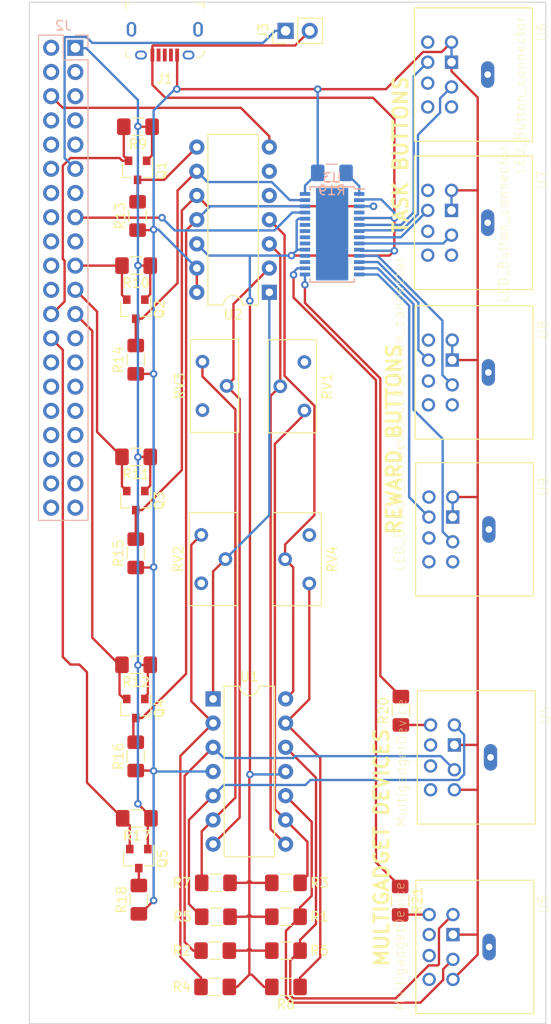
<source format=kicad_pcb>
(kicad_pcb (version 20171130) (host pcbnew "(5.1.5)-3")

  (general
    (thickness 1.6)
    (drawings 7)
    (tracks 439)
    (zones 0)
    (modules 42)
    (nets 89)
  )

  (page A4)
  (layers
    (0 F.Cu signal)
    (31 B.Cu signal)
    (32 B.Adhes user)
    (33 F.Adhes user)
    (34 B.Paste user)
    (35 F.Paste user)
    (36 B.SilkS user)
    (37 F.SilkS user)
    (38 B.Mask user)
    (39 F.Mask user)
    (40 Dwgs.User user)
    (41 Cmts.User user)
    (42 Eco1.User user)
    (43 Eco2.User user)
    (44 Edge.Cuts user)
    (45 Margin user)
    (46 B.CrtYd user)
    (47 F.CrtYd user)
    (48 B.Fab user)
    (49 F.Fab user)
  )

  (setup
    (last_trace_width 0.25)
    (trace_clearance 0.2)
    (zone_clearance 0.508)
    (zone_45_only no)
    (trace_min 0.2)
    (via_size 0.8)
    (via_drill 0.4)
    (via_min_size 0.4)
    (via_min_drill 0.3)
    (uvia_size 0.3)
    (uvia_drill 0.1)
    (uvias_allowed no)
    (uvia_min_size 0.2)
    (uvia_min_drill 0.1)
    (edge_width 0.05)
    (segment_width 0.2)
    (pcb_text_width 0.3)
    (pcb_text_size 1.5 1.5)
    (mod_edge_width 0.12)
    (mod_text_size 1 1)
    (mod_text_width 0.15)
    (pad_size 1.524 1.524)
    (pad_drill 0.762)
    (pad_to_mask_clearance 0.051)
    (solder_mask_min_width 0.25)
    (aux_axis_origin 0 0)
    (visible_elements 7FFFFFFF)
    (pcbplotparams
      (layerselection 0x010fc_ffffffff)
      (usegerberextensions false)
      (usegerberattributes false)
      (usegerberadvancedattributes false)
      (creategerberjobfile false)
      (excludeedgelayer true)
      (linewidth 0.100000)
      (plotframeref false)
      (viasonmask false)
      (mode 1)
      (useauxorigin false)
      (hpglpennumber 1)
      (hpglpenspeed 20)
      (hpglpendiameter 15.000000)
      (psnegative false)
      (psa4output false)
      (plotreference true)
      (plotvalue true)
      (plotinvisibletext false)
      (padsonsilk false)
      (subtractmaskfromsilk false)
      (outputformat 1)
      (mirror false)
      (drillshape 1)
      (scaleselection 1)
      (outputdirectory ""))
  )

  (net 0 "")
  (net 1 +5V)
  (net 2 "Net-(J1-Pad2)")
  (net 3 "Net-(J1-Pad3)")
  (net 4 "Net-(J1-Pad4)")
  (net 5 GND)
  (net 6 "Net-(J2-Pad2)")
  (net 7 "Net-(J2-Pad3)")
  (net 8 "Net-(J2-Pad4)")
  (net 9 "Net-(J2-Pad5)")
  (net 10 GNDD)
  (net 11 "Net-(J2-Pad7)")
  (net 12 "Net-(J2-Pad8)")
  (net 13 "Net-(J2-Pad9)")
  (net 14 "Net-(J2-Pad10)")
  (net 15 "Net-(J2-Pad12)")
  (net 16 "Net-(J2-Pad13)")
  (net 17 "Net-(J2-Pad14)")
  (net 18 "Net-(J2-Pad16)")
  (net 19 "Net-(J2-Pad17)")
  (net 20 "Net-(J2-Pad18)")
  (net 21 /MOSI_3V)
  (net 22 "Net-(J2-Pad20)")
  (net 23 /MISO_3V)
  (net 24 "Net-(J2-Pad22)")
  (net 25 /SCLK_3V)
  (net 26 "Net-(J2-Pad25)")
  (net 27 "Net-(J2-Pad27)")
  (net 28 "Net-(J2-Pad28)")
  (net 29 "Net-(J2-Pad29)")
  (net 30 "Net-(J2-Pad30)")
  (net 31 "Net-(J2-Pad31)")
  (net 32 "Net-(J2-Pad32)")
  (net 33 "Net-(J2-Pad33)")
  (net 34 "Net-(J2-Pad34)")
  (net 35 "Net-(J2-Pad35)")
  (net 36 "Net-(J2-Pad36)")
  (net 37 "Net-(J2-Pad37)")
  (net 38 "Net-(J2-Pad38)")
  (net 39 "Net-(J2-Pad39)")
  (net 40 "Net-(J2-Pad40)")
  (net 41 /3V_source)
  (net 42 /MOSI_5V)
  (net 43 /MISO_5V)
  (net 44 /SCLK_5V)
  (net 45 "Net-(R3-Pad1)")
  (net 46 "Net-(R4-Pad1)")
  (net 47 "Net-(R7-Pad1)")
  (net 48 "Net-(R8-Pad1)")
  (net 49 "Net-(RV1-Pad3)")
  (net 50 "Net-(RV1-Pad2)")
  (net 51 "Net-(RV2-Pad3)")
  (net 52 "Net-(RV2-Pad2)")
  (net 53 "Net-(RV3-Pad2)")
  (net 54 "Net-(RV3-Pad3)")
  (net 55 "Net-(RV4-Pad2)")
  (net 56 "Net-(RV4-Pad3)")
  (net 57 "Net-(U2-Pad5)")
  (net 58 "Net-(U2-Pad6)")
  (net 59 /Reset)
  (net 60 /Chip_Select_ADC_3V)
  (net 61 /Chip_Select_LED_3V)
  (net 62 /Chip_Select_ADC_5V)
  (net 63 /Chip_Select__LED_5V)
  (net 64 /Device1_FSR0)
  (net 65 /Device0_FSR0)
  (net 66 /Device0_FSR1)
  (net 67 /Device1_FSR1)
  (net 68 "Net-(R19-Pad2)")
  (net 69 /Device0LED)
  (net 70 "Net-(R20-Pad1)")
  (net 71 "Net-(R21-Pad2)")
  (net 72 /Device1LED)
  (net 73 "Net-(U3-Pad23)")
  (net 74 "Net-(U3-Pad22)")
  (net 75 "Net-(U3-Pad21)")
  (net 76 "Net-(U3-Pad20)")
  (net 77 "Net-(U3-Pad18)")
  (net 78 "Net-(U3-Pad17)")
  (net 79 /Button1)
  (net 80 /Button0)
  (net 81 /ButtonLED1)
  (net 82 /ButtonLED0)
  (net 83 /Chip_Select_LED_5V)
  (net 84 /RewardButton1)
  (net 85 /RewardLED1)
  (net 86 /RewardButton0)
  (net 87 /RewardLED0)
  (net 88 /Reward)

  (net_class Default "This is the default net class."
    (clearance 0.2)
    (trace_width 0.25)
    (via_dia 0.8)
    (via_drill 0.4)
    (uvia_dia 0.3)
    (uvia_drill 0.1)
    (add_net +5V)
    (add_net /3V_source)
    (add_net /Button0)
    (add_net /Button1)
    (add_net /ButtonLED0)
    (add_net /ButtonLED1)
    (add_net /Chip_Select_ADC_3V)
    (add_net /Chip_Select_ADC_5V)
    (add_net /Chip_Select_LED_3V)
    (add_net /Chip_Select_LED_5V)
    (add_net /Chip_Select__LED_5V)
    (add_net /Device0LED)
    (add_net /Device0_FSR0)
    (add_net /Device0_FSR1)
    (add_net /Device1LED)
    (add_net /Device1_FSR0)
    (add_net /Device1_FSR1)
    (add_net /MISO_3V)
    (add_net /MISO_5V)
    (add_net /MOSI_3V)
    (add_net /MOSI_5V)
    (add_net /Reset)
    (add_net /Reward)
    (add_net /RewardButton0)
    (add_net /RewardButton1)
    (add_net /RewardLED0)
    (add_net /RewardLED1)
    (add_net /SCLK_3V)
    (add_net /SCLK_5V)
    (add_net GND)
    (add_net GNDD)
    (add_net "Net-(J1-Pad2)")
    (add_net "Net-(J1-Pad3)")
    (add_net "Net-(J1-Pad4)")
    (add_net "Net-(J2-Pad10)")
    (add_net "Net-(J2-Pad12)")
    (add_net "Net-(J2-Pad13)")
    (add_net "Net-(J2-Pad14)")
    (add_net "Net-(J2-Pad16)")
    (add_net "Net-(J2-Pad17)")
    (add_net "Net-(J2-Pad18)")
    (add_net "Net-(J2-Pad2)")
    (add_net "Net-(J2-Pad20)")
    (add_net "Net-(J2-Pad22)")
    (add_net "Net-(J2-Pad25)")
    (add_net "Net-(J2-Pad27)")
    (add_net "Net-(J2-Pad28)")
    (add_net "Net-(J2-Pad29)")
    (add_net "Net-(J2-Pad3)")
    (add_net "Net-(J2-Pad30)")
    (add_net "Net-(J2-Pad31)")
    (add_net "Net-(J2-Pad32)")
    (add_net "Net-(J2-Pad33)")
    (add_net "Net-(J2-Pad34)")
    (add_net "Net-(J2-Pad35)")
    (add_net "Net-(J2-Pad36)")
    (add_net "Net-(J2-Pad37)")
    (add_net "Net-(J2-Pad38)")
    (add_net "Net-(J2-Pad39)")
    (add_net "Net-(J2-Pad4)")
    (add_net "Net-(J2-Pad40)")
    (add_net "Net-(J2-Pad5)")
    (add_net "Net-(J2-Pad7)")
    (add_net "Net-(J2-Pad8)")
    (add_net "Net-(J2-Pad9)")
    (add_net "Net-(R19-Pad2)")
    (add_net "Net-(R20-Pad1)")
    (add_net "Net-(R21-Pad2)")
    (add_net "Net-(R3-Pad1)")
    (add_net "Net-(R4-Pad1)")
    (add_net "Net-(R7-Pad1)")
    (add_net "Net-(R8-Pad1)")
    (add_net "Net-(RV1-Pad2)")
    (add_net "Net-(RV1-Pad3)")
    (add_net "Net-(RV2-Pad2)")
    (add_net "Net-(RV2-Pad3)")
    (add_net "Net-(RV3-Pad2)")
    (add_net "Net-(RV3-Pad3)")
    (add_net "Net-(RV4-Pad2)")
    (add_net "Net-(RV4-Pad3)")
    (add_net "Net-(U2-Pad5)")
    (add_net "Net-(U2-Pad6)")
    (add_net "Net-(U3-Pad17)")
    (add_net "Net-(U3-Pad18)")
    (add_net "Net-(U3-Pad20)")
    (add_net "Net-(U3-Pad21)")
    (add_net "Net-(U3-Pad22)")
    (add_net "Net-(U3-Pad23)")
  )

  (module Pin_Headers:Pin_Header_Straight_2x20_Pitch2.54mm (layer B.Cu) (tedit 59650533) (tstamp 5E998739)
    (at 121.412 56.388 180)
    (descr "Through hole straight pin header, 2x20, 2.54mm pitch, double rows")
    (tags "Through hole pin header THT 2x20 2.54mm double row")
    (path /5DEA7FD2)
    (fp_text reference J2 (at 1.27 2.33) (layer B.SilkS)
      (effects (font (size 1 1) (thickness 0.15)) (justify mirror))
    )
    (fp_text value Raspberry_Pi_2_3 (at 1.27 -50.59) (layer B.Fab)
      (effects (font (size 1 1) (thickness 0.15)) (justify mirror))
    )
    (fp_line (start 0 1.27) (end 3.81 1.27) (layer B.Fab) (width 0.1))
    (fp_line (start 3.81 1.27) (end 3.81 -49.53) (layer B.Fab) (width 0.1))
    (fp_line (start 3.81 -49.53) (end -1.27 -49.53) (layer B.Fab) (width 0.1))
    (fp_line (start -1.27 -49.53) (end -1.27 0) (layer B.Fab) (width 0.1))
    (fp_line (start -1.27 0) (end 0 1.27) (layer B.Fab) (width 0.1))
    (fp_line (start -1.33 -49.59) (end 3.87 -49.59) (layer B.SilkS) (width 0.12))
    (fp_line (start -1.33 -1.27) (end -1.33 -49.59) (layer B.SilkS) (width 0.12))
    (fp_line (start 3.87 1.33) (end 3.87 -49.59) (layer B.SilkS) (width 0.12))
    (fp_line (start -1.33 -1.27) (end 1.27 -1.27) (layer B.SilkS) (width 0.12))
    (fp_line (start 1.27 -1.27) (end 1.27 1.33) (layer B.SilkS) (width 0.12))
    (fp_line (start 1.27 1.33) (end 3.87 1.33) (layer B.SilkS) (width 0.12))
    (fp_line (start -1.33 0) (end -1.33 1.33) (layer B.SilkS) (width 0.12))
    (fp_line (start -1.33 1.33) (end 0 1.33) (layer B.SilkS) (width 0.12))
    (fp_line (start -1.8 1.8) (end -1.8 -50.05) (layer B.CrtYd) (width 0.05))
    (fp_line (start -1.8 -50.05) (end 4.35 -50.05) (layer B.CrtYd) (width 0.05))
    (fp_line (start 4.35 -50.05) (end 4.35 1.8) (layer B.CrtYd) (width 0.05))
    (fp_line (start 4.35 1.8) (end -1.8 1.8) (layer B.CrtYd) (width 0.05))
    (fp_text user %R (at 1.27 -24.13 -90) (layer B.Fab)
      (effects (font (size 1 1) (thickness 0.15)) (justify mirror))
    )
    (pad 1 thru_hole rect (at 0 0 180) (size 1.7 1.7) (drill 1) (layers *.Cu *.Mask)
      (net 41 /3V_source))
    (pad 2 thru_hole oval (at 2.54 0 180) (size 1.7 1.7) (drill 1) (layers *.Cu *.Mask)
      (net 6 "Net-(J2-Pad2)"))
    (pad 3 thru_hole oval (at 0 -2.54 180) (size 1.7 1.7) (drill 1) (layers *.Cu *.Mask)
      (net 7 "Net-(J2-Pad3)"))
    (pad 4 thru_hole oval (at 2.54 -2.54 180) (size 1.7 1.7) (drill 1) (layers *.Cu *.Mask)
      (net 8 "Net-(J2-Pad4)"))
    (pad 5 thru_hole oval (at 0 -5.08 180) (size 1.7 1.7) (drill 1) (layers *.Cu *.Mask)
      (net 9 "Net-(J2-Pad5)"))
    (pad 6 thru_hole oval (at 2.54 -5.08 180) (size 1.7 1.7) (drill 1) (layers *.Cu *.Mask)
      (net 10 GNDD))
    (pad 7 thru_hole oval (at 0 -7.62 180) (size 1.7 1.7) (drill 1) (layers *.Cu *.Mask)
      (net 11 "Net-(J2-Pad7)"))
    (pad 8 thru_hole oval (at 2.54 -7.62 180) (size 1.7 1.7) (drill 1) (layers *.Cu *.Mask)
      (net 12 "Net-(J2-Pad8)"))
    (pad 9 thru_hole oval (at 0 -10.16 180) (size 1.7 1.7) (drill 1) (layers *.Cu *.Mask)
      (net 13 "Net-(J2-Pad9)"))
    (pad 10 thru_hole oval (at 2.54 -10.16 180) (size 1.7 1.7) (drill 1) (layers *.Cu *.Mask)
      (net 14 "Net-(J2-Pad10)"))
    (pad 11 thru_hole oval (at 0 -12.7 180) (size 1.7 1.7) (drill 1) (layers *.Cu *.Mask)
      (net 88 /Reward))
    (pad 12 thru_hole oval (at 2.54 -12.7 180) (size 1.7 1.7) (drill 1) (layers *.Cu *.Mask)
      (net 15 "Net-(J2-Pad12)"))
    (pad 13 thru_hole oval (at 0 -15.24 180) (size 1.7 1.7) (drill 1) (layers *.Cu *.Mask)
      (net 16 "Net-(J2-Pad13)"))
    (pad 14 thru_hole oval (at 2.54 -15.24 180) (size 1.7 1.7) (drill 1) (layers *.Cu *.Mask)
      (net 17 "Net-(J2-Pad14)"))
    (pad 15 thru_hole oval (at 0 -17.78 180) (size 1.7 1.7) (drill 1) (layers *.Cu *.Mask)
      (net 59 /Reset))
    (pad 16 thru_hole oval (at 2.54 -17.78 180) (size 1.7 1.7) (drill 1) (layers *.Cu *.Mask)
      (net 18 "Net-(J2-Pad16)"))
    (pad 17 thru_hole oval (at 0 -20.32 180) (size 1.7 1.7) (drill 1) (layers *.Cu *.Mask)
      (net 19 "Net-(J2-Pad17)"))
    (pad 18 thru_hole oval (at 2.54 -20.32 180) (size 1.7 1.7) (drill 1) (layers *.Cu *.Mask)
      (net 20 "Net-(J2-Pad18)"))
    (pad 19 thru_hole oval (at 0 -22.86 180) (size 1.7 1.7) (drill 1) (layers *.Cu *.Mask)
      (net 21 /MOSI_3V))
    (pad 20 thru_hole oval (at 2.54 -22.86 180) (size 1.7 1.7) (drill 1) (layers *.Cu *.Mask)
      (net 22 "Net-(J2-Pad20)"))
    (pad 21 thru_hole oval (at 0 -25.4 180) (size 1.7 1.7) (drill 1) (layers *.Cu *.Mask)
      (net 23 /MISO_3V))
    (pad 22 thru_hole oval (at 2.54 -25.4 180) (size 1.7 1.7) (drill 1) (layers *.Cu *.Mask)
      (net 24 "Net-(J2-Pad22)"))
    (pad 23 thru_hole oval (at 0 -27.94 180) (size 1.7 1.7) (drill 1) (layers *.Cu *.Mask)
      (net 25 /SCLK_3V))
    (pad 24 thru_hole oval (at 2.54 -27.94 180) (size 1.7 1.7) (drill 1) (layers *.Cu *.Mask)
      (net 60 /Chip_Select_ADC_3V))
    (pad 25 thru_hole oval (at 0 -30.48 180) (size 1.7 1.7) (drill 1) (layers *.Cu *.Mask)
      (net 26 "Net-(J2-Pad25)"))
    (pad 26 thru_hole oval (at 2.54 -30.48 180) (size 1.7 1.7) (drill 1) (layers *.Cu *.Mask)
      (net 61 /Chip_Select_LED_3V))
    (pad 27 thru_hole oval (at 0 -33.02 180) (size 1.7 1.7) (drill 1) (layers *.Cu *.Mask)
      (net 27 "Net-(J2-Pad27)"))
    (pad 28 thru_hole oval (at 2.54 -33.02 180) (size 1.7 1.7) (drill 1) (layers *.Cu *.Mask)
      (net 28 "Net-(J2-Pad28)"))
    (pad 29 thru_hole oval (at 0 -35.56 180) (size 1.7 1.7) (drill 1) (layers *.Cu *.Mask)
      (net 29 "Net-(J2-Pad29)"))
    (pad 30 thru_hole oval (at 2.54 -35.56 180) (size 1.7 1.7) (drill 1) (layers *.Cu *.Mask)
      (net 30 "Net-(J2-Pad30)"))
    (pad 31 thru_hole oval (at 0 -38.1 180) (size 1.7 1.7) (drill 1) (layers *.Cu *.Mask)
      (net 31 "Net-(J2-Pad31)"))
    (pad 32 thru_hole oval (at 2.54 -38.1 180) (size 1.7 1.7) (drill 1) (layers *.Cu *.Mask)
      (net 32 "Net-(J2-Pad32)"))
    (pad 33 thru_hole oval (at 0 -40.64 180) (size 1.7 1.7) (drill 1) (layers *.Cu *.Mask)
      (net 33 "Net-(J2-Pad33)"))
    (pad 34 thru_hole oval (at 2.54 -40.64 180) (size 1.7 1.7) (drill 1) (layers *.Cu *.Mask)
      (net 34 "Net-(J2-Pad34)"))
    (pad 35 thru_hole oval (at 0 -43.18 180) (size 1.7 1.7) (drill 1) (layers *.Cu *.Mask)
      (net 35 "Net-(J2-Pad35)"))
    (pad 36 thru_hole oval (at 2.54 -43.18 180) (size 1.7 1.7) (drill 1) (layers *.Cu *.Mask)
      (net 36 "Net-(J2-Pad36)"))
    (pad 37 thru_hole oval (at 0 -45.72 180) (size 1.7 1.7) (drill 1) (layers *.Cu *.Mask)
      (net 37 "Net-(J2-Pad37)"))
    (pad 38 thru_hole oval (at 2.54 -45.72 180) (size 1.7 1.7) (drill 1) (layers *.Cu *.Mask)
      (net 38 "Net-(J2-Pad38)"))
    (pad 39 thru_hole oval (at 0 -48.26 180) (size 1.7 1.7) (drill 1) (layers *.Cu *.Mask)
      (net 39 "Net-(J2-Pad39)"))
    (pad 40 thru_hole oval (at 2.54 -48.26 180) (size 1.7 1.7) (drill 1) (layers *.Cu *.Mask)
      (net 40 "Net-(J2-Pad40)"))
    (model ${KISYS3DMOD}/Pin_Headers.3dshapes/Pin_Header_Straight_2x20_Pitch2.54mm.wrl
      (at (xyz 0 0 0))
      (scale (xyz 1 1 1))
      (rotate (xyz 0 0 0))
    )
  )

  (module MD-80S:CUI_MD-80S (layer F.Cu) (tedit 0) (tstamp 5DD42173)
    (at 161.0741 105.6304 270)
    (path /5E7FE5BE)
    (fp_text reference U9 (at -3.1713 -9.49889 90) (layer F.SilkS)
      (effects (font (size 1.00041 1.00041) (thickness 0.05)))
    )
    (fp_text value LED_Button_connector (at -2.53913 5.60414 90) (layer F.SilkS)
      (effects (font (size 1.00164 1.00164) (thickness 0.05)))
    )
    (fp_line (start 0.2 -3.45) (end 0.2 -4.15) (layer Edge.Cuts) (width 0.0001))
    (fp_line (start 0.2 -4.15) (end 2.4 -4.15) (layer Edge.Cuts) (width 0.0001))
    (fp_line (start 2.4 -4.15) (end 2.4 -3.45) (layer Edge.Cuts) (width 0.0001))
    (fp_line (start 2.4 -3.45) (end 0.2 -3.45) (layer Edge.Cuts) (width 0.0001))
    (fp_line (start -5.7 -8.5) (end 8.3 -8.5) (layer Eco2.User) (width 0.127))
    (fp_line (start 8.3 -8.5) (end 8.3 3.9) (layer Eco2.User) (width 0.127))
    (fp_line (start 8.3 3.9) (end -5.7 3.9) (layer Eco2.User) (width 0.127))
    (fp_line (start -5.7 3.9) (end -5.7 -8.5) (layer Eco2.User) (width 0.127))
    (fp_line (start -5.7 -8.5) (end 8.3 -8.5) (layer F.SilkS) (width 0.127))
    (fp_line (start 8.3 3.9) (end -5.7 3.9) (layer F.SilkS) (width 0.127))
    (fp_line (start -5.7 3.9) (end -5.7 -8.5) (layer F.SilkS) (width 0.127))
    (fp_line (start 8.3 3.9) (end 8.3 -8.5) (layer F.SilkS) (width 0.127))
    (fp_line (start -5.95 -8.75) (end 8.55 -8.75) (layer Eco1.User) (width 0.05))
    (fp_line (start 8.55 -8.75) (end 8.55 4.15) (layer Eco1.User) (width 0.05))
    (fp_line (start 8.55 4.15) (end -5.95 4.15) (layer Eco1.User) (width 0.05))
    (fp_line (start -5.95 4.15) (end -5.95 -8.75) (layer Eco1.User) (width 0.05))
    (fp_line (start 1.3 -9.2) (end 1.3 6.4) (layer Eco2.User) (width 0.05))
    (pad 1 thru_hole rect (at 0 0 270) (size 1.408 1.408) (drill 0.9) (layers *.Cu *.Mask)
      (net 1 +5V))
    (pad 2 thru_hole circle (at 2.6 0 270) (size 1.408 1.408) (drill 0.9) (layers *.Cu *.Mask)
      (net 85 /RewardLED1))
    (pad 5 thru_hole circle (at 4.7 0 270) (size 1.408 1.408) (drill 0.9) (layers *.Cu *.Mask))
    (pad 4 thru_hole circle (at 0 2.5 270) (size 1.408 1.408) (drill 0.9) (layers *.Cu *.Mask)
      (net 84 /RewardButton1))
    (pad 3 thru_hole circle (at -2.1 0 270) (size 1.408 1.408) (drill 0.9) (layers *.Cu *.Mask)
      (net 1 +5V))
    (pad 8 thru_hole circle (at 4.7 2.5 270) (size 1.408 1.408) (drill 0.9) (layers *.Cu *.Mask))
    (pad 7 thru_hole circle (at 2.2 2.5 270) (size 1.408 1.408) (drill 0.9) (layers *.Cu *.Mask))
    (pad 6 thru_hole circle (at -2.1 2.5 270) (size 1.408 1.408) (drill 0.9) (layers *.Cu *.Mask))
    (pad S1 thru_hole oval (at 1.3 -3.8 90) (size 2.8 1.4) (drill 0.7) (layers *.Cu *.Mask))
  )

  (module MD-80S:CUI_MD-80S (layer F.Cu) (tedit 0) (tstamp 5DD42155)
    (at 161.0233 89.1585 270)
    (path /5E7FE5B8)
    (fp_text reference U8 (at -3.1713 -9.49889 90) (layer F.SilkS)
      (effects (font (size 1.00041 1.00041) (thickness 0.05)))
    )
    (fp_text value LED_Button_connector (at -2.53913 5.60414 90) (layer F.SilkS)
      (effects (font (size 1.00164 1.00164) (thickness 0.05)))
    )
    (fp_line (start 0.2 -3.45) (end 0.2 -4.15) (layer Edge.Cuts) (width 0.0001))
    (fp_line (start 0.2 -4.15) (end 2.4 -4.15) (layer Edge.Cuts) (width 0.0001))
    (fp_line (start 2.4 -4.15) (end 2.4 -3.45) (layer Edge.Cuts) (width 0.0001))
    (fp_line (start 2.4 -3.45) (end 0.2 -3.45) (layer Edge.Cuts) (width 0.0001))
    (fp_line (start -5.7 -8.5) (end 8.3 -8.5) (layer Eco2.User) (width 0.127))
    (fp_line (start 8.3 -8.5) (end 8.3 3.9) (layer Eco2.User) (width 0.127))
    (fp_line (start 8.3 3.9) (end -5.7 3.9) (layer Eco2.User) (width 0.127))
    (fp_line (start -5.7 3.9) (end -5.7 -8.5) (layer Eco2.User) (width 0.127))
    (fp_line (start -5.7 -8.5) (end 8.3 -8.5) (layer F.SilkS) (width 0.127))
    (fp_line (start 8.3 3.9) (end -5.7 3.9) (layer F.SilkS) (width 0.127))
    (fp_line (start -5.7 3.9) (end -5.7 -8.5) (layer F.SilkS) (width 0.127))
    (fp_line (start 8.3 3.9) (end 8.3 -8.5) (layer F.SilkS) (width 0.127))
    (fp_line (start -5.95 -8.75) (end 8.55 -8.75) (layer Eco1.User) (width 0.05))
    (fp_line (start 8.55 -8.75) (end 8.55 4.15) (layer Eco1.User) (width 0.05))
    (fp_line (start 8.55 4.15) (end -5.95 4.15) (layer Eco1.User) (width 0.05))
    (fp_line (start -5.95 4.15) (end -5.95 -8.75) (layer Eco1.User) (width 0.05))
    (fp_line (start 1.3 -9.2) (end 1.3 6.4) (layer Eco2.User) (width 0.05))
    (pad 1 thru_hole rect (at 0 0 270) (size 1.408 1.408) (drill 0.9) (layers *.Cu *.Mask)
      (net 1 +5V))
    (pad 2 thru_hole circle (at 2.6 0 270) (size 1.408 1.408) (drill 0.9) (layers *.Cu *.Mask)
      (net 87 /RewardLED0))
    (pad 5 thru_hole circle (at 4.7 0 270) (size 1.408 1.408) (drill 0.9) (layers *.Cu *.Mask))
    (pad 4 thru_hole circle (at 0 2.5 270) (size 1.408 1.408) (drill 0.9) (layers *.Cu *.Mask)
      (net 86 /RewardButton0))
    (pad 3 thru_hole circle (at -2.1 0 270) (size 1.408 1.408) (drill 0.9) (layers *.Cu *.Mask)
      (net 1 +5V))
    (pad 8 thru_hole circle (at 4.7 2.5 270) (size 1.408 1.408) (drill 0.9) (layers *.Cu *.Mask))
    (pad 7 thru_hole circle (at 2.2 2.5 270) (size 1.408 1.408) (drill 0.9) (layers *.Cu *.Mask))
    (pad 6 thru_hole circle (at -2.1 2.5 270) (size 1.408 1.408) (drill 0.9) (layers *.Cu *.Mask))
    (pad S1 thru_hole oval (at 1.3 -3.8 90) (size 2.8 1.4) (drill 0.7) (layers *.Cu *.Mask))
  )

  (module MD-80S:CUI_MD-80S (layer F.Cu) (tedit 0) (tstamp 5DCE424F)
    (at 161.1 149.45 270)
    (path /5E2F637C)
    (fp_text reference U5 (at -3.1713 -9.49889 270) (layer F.SilkS)
      (effects (font (size 1.00041 1.00041) (thickness 0.05)))
    )
    (fp_text value MultigadgetDevice (at 1.2 5.6 270) (layer F.SilkS)
      (effects (font (size 1.00164 1.00164) (thickness 0.05)))
    )
    (fp_line (start 0.2 -3.45) (end 0.2 -4.15) (layer Edge.Cuts) (width 0.0001))
    (fp_line (start 0.2 -4.15) (end 2.4 -4.15) (layer Edge.Cuts) (width 0.0001))
    (fp_line (start 2.4 -4.15) (end 2.4 -3.45) (layer Edge.Cuts) (width 0.0001))
    (fp_line (start 2.4 -3.45) (end 0.2 -3.45) (layer Edge.Cuts) (width 0.0001))
    (fp_line (start -5.7 -8.5) (end 8.3 -8.5) (layer Eco2.User) (width 0.127))
    (fp_line (start 8.3 -8.5) (end 8.3 3.9) (layer Eco2.User) (width 0.127))
    (fp_line (start 8.3 3.9) (end -5.7 3.9) (layer Eco2.User) (width 0.127))
    (fp_line (start -5.7 3.9) (end -5.7 -8.5) (layer Eco2.User) (width 0.127))
    (fp_line (start -5.7 -8.5) (end 8.3 -8.5) (layer F.SilkS) (width 0.127))
    (fp_line (start 8.3 3.9) (end -5.7 3.9) (layer F.SilkS) (width 0.127))
    (fp_line (start -5.7 3.9) (end -5.7 -8.5) (layer F.SilkS) (width 0.127))
    (fp_line (start 8.3 3.9) (end 8.3 -8.5) (layer F.SilkS) (width 0.127))
    (fp_line (start -5.95 -8.75) (end 8.55 -8.75) (layer Eco1.User) (width 0.05))
    (fp_line (start 8.55 -8.75) (end 8.55 4.15) (layer Eco1.User) (width 0.05))
    (fp_line (start 8.55 4.15) (end -5.95 4.15) (layer Eco1.User) (width 0.05))
    (fp_line (start -5.95 4.15) (end -5.95 -8.75) (layer Eco1.User) (width 0.05))
    (fp_line (start 1.3 -9.2) (end 1.3 6.4) (layer Eco2.User) (width 0.05))
    (pad 1 thru_hole rect (at 0 0 270) (size 1.408 1.408) (drill 0.9) (layers *.Cu *.Mask)
      (net 1 +5V))
    (pad 2 thru_hole circle (at 2.6 0 270) (size 1.408 1.408) (drill 0.9) (layers *.Cu *.Mask)
      (net 64 /Device1_FSR0))
    (pad 5 thru_hole circle (at 4.7 0 270) (size 1.408 1.408) (drill 0.9) (layers *.Cu *.Mask)
      (net 1 +5V))
    (pad 4 thru_hole circle (at 0 2.5 270) (size 1.408 1.408) (drill 0.9) (layers *.Cu *.Mask))
    (pad 3 thru_hole circle (at -2.1 0 270) (size 1.408 1.408) (drill 0.9) (layers *.Cu *.Mask)
      (net 67 /Device1_FSR1))
    (pad 8 thru_hole circle (at 4.7 2.5 270) (size 1.408 1.408) (drill 0.9) (layers *.Cu *.Mask))
    (pad 7 thru_hole circle (at 2.2 2.5 270) (size 1.408 1.408) (drill 0.9) (layers *.Cu *.Mask))
    (pad 6 thru_hole circle (at -2.1 2.5 270) (size 1.408 1.408) (drill 0.9) (layers *.Cu *.Mask)
      (net 71 "Net-(R21-Pad2)"))
    (pad S1 thru_hole oval (at 1.3 -3.8 90) (size 2.8 1.4) (drill 0.7) (layers *.Cu *.Mask))
  )

  (module MD-80S:CUI_MD-80S (layer F.Cu) (tedit 0) (tstamp 5DCE40E1)
    (at 160.95 73.45 270)
    (path /5E2FEBB6)
    (fp_text reference U7 (at -3.1713 -9.49889 90) (layer F.SilkS)
      (effects (font (size 1.00041 1.00041) (thickness 0.05)))
    )
    (fp_text value LED_Button_connector (at 1.45 -5.45 90) (layer F.SilkS)
      (effects (font (size 1.00164 1.00164) (thickness 0.05)))
    )
    (fp_line (start 0.2 -3.45) (end 0.2 -4.15) (layer Edge.Cuts) (width 0.0001))
    (fp_line (start 0.2 -4.15) (end 2.4 -4.15) (layer Edge.Cuts) (width 0.0001))
    (fp_line (start 2.4 -4.15) (end 2.4 -3.45) (layer Edge.Cuts) (width 0.0001))
    (fp_line (start 2.4 -3.45) (end 0.2 -3.45) (layer Edge.Cuts) (width 0.0001))
    (fp_line (start -5.7 -8.5) (end 8.3 -8.5) (layer Eco2.User) (width 0.127))
    (fp_line (start 8.3 -8.5) (end 8.3 3.9) (layer Eco2.User) (width 0.127))
    (fp_line (start 8.3 3.9) (end -5.7 3.9) (layer Eco2.User) (width 0.127))
    (fp_line (start -5.7 3.9) (end -5.7 -8.5) (layer Eco2.User) (width 0.127))
    (fp_line (start -5.7 -8.5) (end 8.3 -8.5) (layer F.SilkS) (width 0.127))
    (fp_line (start 8.3 3.9) (end -5.7 3.9) (layer F.SilkS) (width 0.127))
    (fp_line (start -5.7 3.9) (end -5.7 -8.5) (layer F.SilkS) (width 0.127))
    (fp_line (start 8.3 3.9) (end 8.3 -8.5) (layer F.SilkS) (width 0.127))
    (fp_line (start -5.95 -8.75) (end 8.55 -8.75) (layer Eco1.User) (width 0.05))
    (fp_line (start 8.55 -8.75) (end 8.55 4.15) (layer Eco1.User) (width 0.05))
    (fp_line (start 8.55 4.15) (end -5.95 4.15) (layer Eco1.User) (width 0.05))
    (fp_line (start -5.95 4.15) (end -5.95 -8.75) (layer Eco1.User) (width 0.05))
    (fp_line (start 1.3 -9.2) (end 1.3 6.4) (layer Eco2.User) (width 0.05))
    (pad 1 thru_hole rect (at 0 0 270) (size 1.408 1.408) (drill 0.9) (layers *.Cu *.Mask)
      (net 1 +5V))
    (pad 2 thru_hole circle (at 2.6 0 270) (size 1.408 1.408) (drill 0.9) (layers *.Cu *.Mask)
      (net 81 /ButtonLED1))
    (pad 5 thru_hole circle (at 4.7 0 270) (size 1.408 1.408) (drill 0.9) (layers *.Cu *.Mask))
    (pad 4 thru_hole circle (at 0 2.5 270) (size 1.408 1.408) (drill 0.9) (layers *.Cu *.Mask)
      (net 79 /Button1))
    (pad 3 thru_hole circle (at -2.1 0 270) (size 1.408 1.408) (drill 0.9) (layers *.Cu *.Mask)
      (net 1 +5V))
    (pad 8 thru_hole circle (at 4.7 2.5 270) (size 1.408 1.408) (drill 0.9) (layers *.Cu *.Mask))
    (pad 7 thru_hole circle (at 2.2 2.5 270) (size 1.408 1.408) (drill 0.9) (layers *.Cu *.Mask))
    (pad 6 thru_hole circle (at -2.1 2.5 270) (size 1.408 1.408) (drill 0.9) (layers *.Cu *.Mask))
    (pad S1 thru_hole oval (at 1.3 -3.8 90) (size 2.8 1.4) (drill 0.7) (layers *.Cu *.Mask))
  )

  (module MD-80S:CUI_MD-80S (layer F.Cu) (tedit 0) (tstamp 5DCE4198)
    (at 160.95 57.9 270)
    (path /5E2FDD90)
    (fp_text reference U6 (at -3.1713 -9.49889 90) (layer F.SilkS)
      (effects (font (size 1.00041 1.00041) (thickness 0.05)))
    )
    (fp_text value LED_Button_connector (at 3.45 -7.2 90) (layer F.SilkS)
      (effects (font (size 1.00164 1.00164) (thickness 0.05)))
    )
    (fp_line (start 0.2 -3.45) (end 0.2 -4.15) (layer Edge.Cuts) (width 0.0001))
    (fp_line (start 0.2 -4.15) (end 2.4 -4.15) (layer Edge.Cuts) (width 0.0001))
    (fp_line (start 2.4 -4.15) (end 2.4 -3.45) (layer Edge.Cuts) (width 0.0001))
    (fp_line (start 2.4 -3.45) (end 0.2 -3.45) (layer Edge.Cuts) (width 0.0001))
    (fp_line (start -5.7 -8.5) (end 8.3 -8.5) (layer Eco2.User) (width 0.127))
    (fp_line (start 8.3 -8.5) (end 8.3 3.9) (layer Eco2.User) (width 0.127))
    (fp_line (start 8.3 3.9) (end -5.7 3.9) (layer Eco2.User) (width 0.127))
    (fp_line (start -5.7 3.9) (end -5.7 -8.5) (layer Eco2.User) (width 0.127))
    (fp_line (start -5.7 -8.5) (end 8.3 -8.5) (layer F.SilkS) (width 0.127))
    (fp_line (start 8.3 3.9) (end -5.7 3.9) (layer F.SilkS) (width 0.127))
    (fp_line (start -5.7 3.9) (end -5.7 -8.5) (layer F.SilkS) (width 0.127))
    (fp_line (start 8.3 3.9) (end 8.3 -8.5) (layer F.SilkS) (width 0.127))
    (fp_line (start -5.95 -8.75) (end 8.55 -8.75) (layer Eco1.User) (width 0.05))
    (fp_line (start 8.55 -8.75) (end 8.55 4.15) (layer Eco1.User) (width 0.05))
    (fp_line (start 8.55 4.15) (end -5.95 4.15) (layer Eco1.User) (width 0.05))
    (fp_line (start -5.95 4.15) (end -5.95 -8.75) (layer Eco1.User) (width 0.05))
    (fp_line (start 1.3 -9.2) (end 1.3 6.4) (layer Eco2.User) (width 0.05))
    (pad 1 thru_hole rect (at 0 0 270) (size 1.408 1.408) (drill 0.9) (layers *.Cu *.Mask)
      (net 1 +5V))
    (pad 2 thru_hole circle (at 2.6 0 270) (size 1.408 1.408) (drill 0.9) (layers *.Cu *.Mask)
      (net 82 /ButtonLED0))
    (pad 5 thru_hole circle (at 4.7 0 270) (size 1.408 1.408) (drill 0.9) (layers *.Cu *.Mask))
    (pad 4 thru_hole circle (at 0 2.5 270) (size 1.408 1.408) (drill 0.9) (layers *.Cu *.Mask)
      (net 80 /Button0))
    (pad 3 thru_hole circle (at -2.1 0 270) (size 1.408 1.408) (drill 0.9) (layers *.Cu *.Mask)
      (net 1 +5V))
    (pad 8 thru_hole circle (at 4.7 2.5 270) (size 1.408 1.408) (drill 0.9) (layers *.Cu *.Mask))
    (pad 7 thru_hole circle (at 2.2 2.5 270) (size 1.408 1.408) (drill 0.9) (layers *.Cu *.Mask))
    (pad 6 thru_hole circle (at -2.1 2.5 270) (size 1.408 1.408) (drill 0.9) (layers *.Cu *.Mask))
    (pad S1 thru_hole oval (at 1.3 -3.8 90) (size 2.8 1.4) (drill 0.7) (layers *.Cu *.Mask))
  )

  (module MD-80S:CUI_MD-80S (layer F.Cu) (tedit 0) (tstamp 5DCF0735)
    (at 161.25 129.55 270)
    (path /5E2EF314)
    (fp_text reference U4 (at -3.1713 -9.49889 90) (layer F.SilkS)
      (effects (font (size 1.00041 1.00041) (thickness 0.05)))
    )
    (fp_text value MultigadgetDevice (at 1.9 5.55 90) (layer F.SilkS)
      (effects (font (size 1.00164 1.00164) (thickness 0.05)))
    )
    (fp_line (start 0.2 -3.45) (end 0.2 -4.15) (layer Edge.Cuts) (width 0.0001))
    (fp_line (start 0.2 -4.15) (end 2.4 -4.15) (layer Edge.Cuts) (width 0.0001))
    (fp_line (start 2.4 -4.15) (end 2.4 -3.45) (layer Edge.Cuts) (width 0.0001))
    (fp_line (start 2.4 -3.45) (end 0.2 -3.45) (layer Edge.Cuts) (width 0.0001))
    (fp_line (start -5.7 -8.5) (end 8.3 -8.5) (layer Eco2.User) (width 0.127))
    (fp_line (start 8.3 -8.5) (end 8.3 3.9) (layer Eco2.User) (width 0.127))
    (fp_line (start 8.3 3.9) (end -5.7 3.9) (layer Eco2.User) (width 0.127))
    (fp_line (start -5.7 3.9) (end -5.7 -8.5) (layer Eco2.User) (width 0.127))
    (fp_line (start -5.7 -8.5) (end 8.3 -8.5) (layer F.SilkS) (width 0.127))
    (fp_line (start 8.3 3.9) (end -5.7 3.9) (layer F.SilkS) (width 0.127))
    (fp_line (start -5.7 3.9) (end -5.7 -8.5) (layer F.SilkS) (width 0.127))
    (fp_line (start 8.3 3.9) (end 8.3 -8.5) (layer F.SilkS) (width 0.127))
    (fp_line (start -5.95 -8.75) (end 8.55 -8.75) (layer Eco1.User) (width 0.05))
    (fp_line (start 8.55 -8.75) (end 8.55 4.15) (layer Eco1.User) (width 0.05))
    (fp_line (start 8.55 4.15) (end -5.95 4.15) (layer Eco1.User) (width 0.05))
    (fp_line (start -5.95 4.15) (end -5.95 -8.75) (layer Eco1.User) (width 0.05))
    (fp_line (start 1.3 -9.2) (end 1.3 6.4) (layer Eco2.User) (width 0.05))
    (pad 1 thru_hole rect (at 0 0 270) (size 1.408 1.408) (drill 0.9) (layers *.Cu *.Mask)
      (net 1 +5V))
    (pad 2 thru_hole circle (at 2.6 0 270) (size 1.408 1.408) (drill 0.9) (layers *.Cu *.Mask)
      (net 65 /Device0_FSR0))
    (pad 5 thru_hole circle (at 4.7 0 270) (size 1.408 1.408) (drill 0.9) (layers *.Cu *.Mask)
      (net 1 +5V))
    (pad 4 thru_hole circle (at 0 2.5 270) (size 1.408 1.408) (drill 0.9) (layers *.Cu *.Mask))
    (pad 3 thru_hole circle (at -2.1 0 270) (size 1.408 1.408) (drill 0.9) (layers *.Cu *.Mask)
      (net 66 /Device0_FSR1))
    (pad 8 thru_hole circle (at 4.7 2.5 270) (size 1.408 1.408) (drill 0.9) (layers *.Cu *.Mask))
    (pad 7 thru_hole circle (at 2.2 2.5 270) (size 1.408 1.408) (drill 0.9) (layers *.Cu *.Mask))
    (pad 6 thru_hole circle (at -2.1 2.5 270) (size 1.408 1.408) (drill 0.9) (layers *.Cu *.Mask)
      (net 70 "Net-(R20-Pad1)"))
    (pad S1 thru_hole oval (at 1.3 -3.8 90) (size 2.8 1.4) (drill 0.7) (layers *.Cu *.Mask))
  )

  (module Package_SO:HTSSOP-28-1EP_4.4x9.7mm_P0.65mm_EP3.4x9.5mm_Mask2.4x6.17mm (layer B.Cu) (tedit 5A671ABE) (tstamp 5DCEB800)
    (at 148.4 75.95 180)
    (descr "HTSSOP28: plastic thin shrink small outline package; 28 leads; body width 4.4 mm; thermal pad")
    (tags "TSSOP HTSSOP 0.65 thermal pad")
    (path /5E3E6FAF)
    (attr smd)
    (fp_text reference U3 (at 0 5.9) (layer B.SilkS)
      (effects (font (size 1 1) (thickness 0.15)) (justify mirror))
    )
    (fp_text value LED_shift_register_SPI (at 0 -5.9) (layer B.Fab)
      (effects (font (size 1 1) (thickness 0.15)) (justify mirror))
    )
    (fp_line (start -1.2 4.85) (end 2.2 4.85) (layer B.Fab) (width 0.15))
    (fp_line (start 2.2 4.85) (end 2.2 -4.85) (layer B.Fab) (width 0.15))
    (fp_line (start 2.2 -4.9008) (end -2.2 -4.9008) (layer B.Fab) (width 0.15))
    (fp_line (start -2.2 -4.85) (end -2.2 3.85) (layer B.Fab) (width 0.15))
    (fp_line (start -2.2 3.85) (end -1.2 4.85) (layer B.Fab) (width 0.15))
    (fp_line (start -3.65 5.15) (end -3.65 -5.15) (layer B.CrtYd) (width 0.05))
    (fp_line (start 3.65 5.15) (end 3.65 -5.15) (layer B.CrtYd) (width 0.05))
    (fp_line (start -3.65 5.15) (end 3.65 5.15) (layer B.CrtYd) (width 0.05))
    (fp_line (start -3.65 -5.15) (end 3.65 -5.15) (layer B.CrtYd) (width 0.05))
    (fp_line (start -2.325 4.975) (end -2.325 4.75) (layer B.SilkS) (width 0.15))
    (fp_line (start 2.325 4.975) (end 2.325 4.65) (layer B.SilkS) (width 0.15))
    (fp_line (start 2.325 -5.0258) (end 2.325 -4.7008) (layer B.SilkS) (width 0.15))
    (fp_line (start -2.325 -5.0258) (end -2.325 -4.7008) (layer B.SilkS) (width 0.15))
    (fp_line (start -2.325 4.975) (end 2.325 4.975) (layer B.SilkS) (width 0.15))
    (fp_line (start -2.325 -5.0258) (end 2.325 -5.0258) (layer B.SilkS) (width 0.15))
    (fp_line (start -2.325 4.75) (end -3.4 4.75) (layer B.SilkS) (width 0.15))
    (fp_text user %R (at 0 0 180) (layer B.Fab)
      (effects (font (size 0.8 0.8) (thickness 0.15)) (justify mirror))
    )
    (pad 1 smd rect (at -2.85 4.225 180) (size 1.1 0.4) (layers B.Cu B.Paste B.Mask)
      (net 68 "Net-(R19-Pad2)"))
    (pad 2 smd rect (at -2.85 3.575 180) (size 1.1 0.4) (layers B.Cu B.Paste B.Mask)
      (net 5 GND))
    (pad 3 smd rect (at -2.85 2.925 180) (size 1.1 0.4) (layers B.Cu B.Paste B.Mask)
      (net 43 /MISO_5V))
    (pad 4 smd rect (at -2.85 2.275 180) (size 1.1 0.4) (layers B.Cu B.Paste B.Mask)
      (net 83 /Chip_Select_LED_5V))
    (pad 5 smd rect (at -2.85 1.625 180) (size 1.1 0.4) (layers B.Cu B.Paste B.Mask)
      (net 5 GND))
    (pad 6 smd rect (at -2.85 0.975 180) (size 1.1 0.4) (layers B.Cu B.Paste B.Mask)
      (net 80 /Button0))
    (pad 7 smd rect (at -2.85 0.325 180) (size 1.1 0.4) (layers B.Cu B.Paste B.Mask)
      (net 82 /ButtonLED0))
    (pad 8 smd rect (at -2.85 -0.325 180) (size 1.1 0.4) (layers B.Cu B.Paste B.Mask)
      (net 79 /Button1))
    (pad 9 smd rect (at -2.85 -0.975 180) (size 1.1 0.4) (layers B.Cu B.Paste B.Mask)
      (net 81 /ButtonLED1))
    (pad 10 smd rect (at -2.85 -1.625 180) (size 1.1 0.4) (layers B.Cu B.Paste B.Mask)
      (net 5 GND))
    (pad 11 smd rect (at -2.85 -2.275 180) (size 1.1 0.4) (layers B.Cu B.Paste B.Mask)
      (net 87 /RewardLED0))
    (pad 12 smd rect (at -2.85 -2.925 180) (size 1.1 0.4) (layers B.Cu B.Paste B.Mask)
      (net 86 /RewardButton0))
    (pad 13 smd rect (at -2.85 -3.575 180) (size 1.1 0.4) (layers B.Cu B.Paste B.Mask)
      (net 85 /RewardLED1))
    (pad 14 smd rect (at -2.85 -4.225 180) (size 1.1 0.4) (layers B.Cu B.Paste B.Mask)
      (net 84 /RewardButton1))
    (pad 15 smd rect (at 2.85 -4.225 180) (size 1.1 0.4) (layers B.Cu B.Paste B.Mask)
      (net 69 /Device0LED))
    (pad 16 smd rect (at 2.85 -3.575 180) (size 1.1 0.4) (layers B.Cu B.Paste B.Mask)
      (net 72 /Device1LED))
    (pad 17 smd rect (at 2.85 -2.925 180) (size 1.1 0.4) (layers B.Cu B.Paste B.Mask)
      (net 78 "Net-(U3-Pad17)"))
    (pad 18 smd rect (at 2.85 -2.275 180) (size 1.1 0.4) (layers B.Cu B.Paste B.Mask)
      (net 77 "Net-(U3-Pad18)"))
    (pad 19 smd rect (at 2.85 -1.625 180) (size 1.1 0.4) (layers B.Cu B.Paste B.Mask)
      (net 5 GND))
    (pad 20 smd rect (at 2.85 -0.975 180) (size 1.1 0.4) (layers B.Cu B.Paste B.Mask)
      (net 76 "Net-(U3-Pad20)"))
    (pad 21 smd rect (at 2.85 -0.325 180) (size 1.1 0.4) (layers B.Cu B.Paste B.Mask)
      (net 75 "Net-(U3-Pad21)"))
    (pad 22 smd rect (at 2.85 0.325 180) (size 1.1 0.4) (layers B.Cu B.Paste B.Mask)
      (net 74 "Net-(U3-Pad22)"))
    (pad 23 smd rect (at 2.85 0.975 180) (size 1.1 0.4) (layers B.Cu B.Paste B.Mask)
      (net 73 "Net-(U3-Pad23)"))
    (pad 24 smd rect (at 2.85 1.625 180) (size 1.1 0.4) (layers B.Cu B.Paste B.Mask)
      (net 5 GND))
    (pad 25 smd rect (at 2.85 2.275 180) (size 1.1 0.4) (layers B.Cu B.Paste B.Mask)
      (net 59 /Reset))
    (pad 26 smd rect (at 2.85 2.925 180) (size 1.1 0.4) (layers B.Cu B.Paste B.Mask)
      (net 44 /SCLK_5V))
    (pad 27 smd rect (at 2.85 3.575 180) (size 1.1 0.4) (layers B.Cu B.Paste B.Mask)
      (net 42 /MOSI_5V))
    (pad 28 smd rect (at 2.85 4.225 180) (size 1.1 0.4) (layers B.Cu B.Paste B.Mask)
      (net 1 +5V))
    (pad 29 smd rect (at 0 0 180) (size 3.4 9.7) (layers B.Cu))
    (pad "" smd rect (at -0.6 2.468 180) (size 0.9 0.93) (layers B.Paste))
    (pad "" smd rect (at 0 0 180) (size 2.4 6.17) (layers B.Mask))
    (pad "" smd rect (at 0.6 2.468 180) (size 0.9 0.93) (layers B.Paste))
    (pad "" smd rect (at 0.6 1.234 180) (size 0.9 0.93) (layers B.Paste))
    (pad "" smd rect (at -0.6 1.234 180) (size 0.9 0.93) (layers B.Paste))
    (pad "" smd rect (at 0.6 0 180) (size 0.9 0.93) (layers B.Paste))
    (pad "" smd rect (at -0.6 0 180) (size 0.9 0.93) (layers B.Paste))
    (pad "" smd rect (at 0.6 -1.234 180) (size 0.9 0.93) (layers B.Paste))
    (pad "" smd rect (at -0.6 -1.234 180) (size 0.9 0.93) (layers B.Paste))
    (pad "" smd rect (at 0.6 -2.468 180) (size 0.9 0.93) (layers B.Paste))
    (pad "" smd rect (at -0.6 -2.468 180) (size 0.9 0.93) (layers B.Paste))
    (model ${KISYS3DMOD}/Package_SO.3dshapes/HTSSOP-28-1EP_4.4x9.7mm_P0.65mm_EP3.4x9.5mm.wrl
      (at (xyz 0 0 0))
      (scale (xyz 1 1 1))
      (rotate (xyz 0 0 0))
    )
  )

  (module Resistor_SMD:R_1206_3216Metric_Pad1.42x1.75mm_HandSolder (layer F.Cu) (tedit 5B301BBD) (tstamp 5DCE4480)
    (at 155.55 145.8875 270)
    (descr "Resistor SMD 1206 (3216 Metric), square (rectangular) end terminal, IPC_7351 nominal with elongated pad for handsoldering. (Body size source: http://www.tortai-tech.com/upload/download/2011102023233369053.pdf), generated with kicad-footprint-generator")
    (tags "resistor handsolder")
    (path /5E371963)
    (attr smd)
    (fp_text reference R21 (at 0 -1.82 90) (layer F.SilkS)
      (effects (font (size 1 1) (thickness 0.15)))
    )
    (fp_text value 150 (at 0 1.82 90) (layer F.Fab)
      (effects (font (size 1 1) (thickness 0.15)))
    )
    (fp_line (start -1.6 0.8) (end -1.6 -0.8) (layer F.Fab) (width 0.1))
    (fp_line (start -1.6 -0.8) (end 1.6 -0.8) (layer F.Fab) (width 0.1))
    (fp_line (start 1.6 -0.8) (end 1.6 0.8) (layer F.Fab) (width 0.1))
    (fp_line (start 1.6 0.8) (end -1.6 0.8) (layer F.Fab) (width 0.1))
    (fp_line (start -0.602064 -0.91) (end 0.602064 -0.91) (layer F.SilkS) (width 0.12))
    (fp_line (start -0.602064 0.91) (end 0.602064 0.91) (layer F.SilkS) (width 0.12))
    (fp_line (start -2.45 1.12) (end -2.45 -1.12) (layer F.CrtYd) (width 0.05))
    (fp_line (start -2.45 -1.12) (end 2.45 -1.12) (layer F.CrtYd) (width 0.05))
    (fp_line (start 2.45 -1.12) (end 2.45 1.12) (layer F.CrtYd) (width 0.05))
    (fp_line (start 2.45 1.12) (end -2.45 1.12) (layer F.CrtYd) (width 0.05))
    (fp_text user %R (at 0 0 90) (layer F.Fab)
      (effects (font (size 0.8 0.8) (thickness 0.12)))
    )
    (pad 1 smd roundrect (at -1.4875 0 270) (size 1.425 1.75) (layers F.Cu F.Paste F.Mask) (roundrect_rratio 0.175439)
      (net 72 /Device1LED))
    (pad 2 smd roundrect (at 1.4875 0 270) (size 1.425 1.75) (layers F.Cu F.Paste F.Mask) (roundrect_rratio 0.175439)
      (net 71 "Net-(R21-Pad2)"))
    (model ${KISYS3DMOD}/Resistor_SMD.3dshapes/R_1206_3216Metric.wrl
      (at (xyz 0 0 0))
      (scale (xyz 1 1 1))
      (rotate (xyz 0 0 0))
    )
  )

  (module Resistor_SMD:R_1206_3216Metric_Pad1.42x1.75mm_HandSolder (layer F.Cu) (tedit 5B301BBD) (tstamp 5DCE44B0)
    (at 155.6258 125.9586 90)
    (descr "Resistor SMD 1206 (3216 Metric), square (rectangular) end terminal, IPC_7351 nominal with elongated pad for handsoldering. (Body size source: http://www.tortai-tech.com/upload/download/2011102023233369053.pdf), generated with kicad-footprint-generator")
    (tags "resistor handsolder")
    (path /5E371043)
    (attr smd)
    (fp_text reference R20 (at 0 -1.82 90) (layer F.SilkS)
      (effects (font (size 1 1) (thickness 0.15)))
    )
    (fp_text value 150 (at 0 1.82 90) (layer F.Fab)
      (effects (font (size 1 1) (thickness 0.15)))
    )
    (fp_text user %R (at 0 0 90) (layer F.Fab)
      (effects (font (size 0.8 0.8) (thickness 0.12)))
    )
    (fp_line (start 2.45 1.12) (end -2.45 1.12) (layer F.CrtYd) (width 0.05))
    (fp_line (start 2.45 -1.12) (end 2.45 1.12) (layer F.CrtYd) (width 0.05))
    (fp_line (start -2.45 -1.12) (end 2.45 -1.12) (layer F.CrtYd) (width 0.05))
    (fp_line (start -2.45 1.12) (end -2.45 -1.12) (layer F.CrtYd) (width 0.05))
    (fp_line (start -0.602064 0.91) (end 0.602064 0.91) (layer F.SilkS) (width 0.12))
    (fp_line (start -0.602064 -0.91) (end 0.602064 -0.91) (layer F.SilkS) (width 0.12))
    (fp_line (start 1.6 0.8) (end -1.6 0.8) (layer F.Fab) (width 0.1))
    (fp_line (start 1.6 -0.8) (end 1.6 0.8) (layer F.Fab) (width 0.1))
    (fp_line (start -1.6 -0.8) (end 1.6 -0.8) (layer F.Fab) (width 0.1))
    (fp_line (start -1.6 0.8) (end -1.6 -0.8) (layer F.Fab) (width 0.1))
    (pad 2 smd roundrect (at 1.4875 0 90) (size 1.425 1.75) (layers F.Cu F.Paste F.Mask) (roundrect_rratio 0.175439)
      (net 69 /Device0LED))
    (pad 1 smd roundrect (at -1.4875 0 90) (size 1.425 1.75) (layers F.Cu F.Paste F.Mask) (roundrect_rratio 0.175439)
      (net 70 "Net-(R20-Pad1)"))
    (model ${KISYS3DMOD}/Resistor_SMD.3dshapes/R_1206_3216Metric.wrl
      (at (xyz 0 0 0))
      (scale (xyz 1 1 1))
      (rotate (xyz 0 0 0))
    )
  )

  (module Resistor_SMD:R_1206_3216Metric_Pad1.42x1.75mm_HandSolder (layer B.Cu) (tedit 5B301BBD) (tstamp 5DCE44E0)
    (at 148.3757 69.5198)
    (descr "Resistor SMD 1206 (3216 Metric), square (rectangular) end terminal, IPC_7351 nominal with elongated pad for handsoldering. (Body size source: http://www.tortai-tech.com/upload/download/2011102023233369053.pdf), generated with kicad-footprint-generator")
    (tags "resistor handsolder")
    (path /5E3EB31F)
    (attr smd)
    (fp_text reference R19 (at 0 1.82) (layer B.SilkS)
      (effects (font (size 1 1) (thickness 0.15)) (justify mirror))
    )
    (fp_text value 10k (at 0 -1.82) (layer B.Fab)
      (effects (font (size 1 1) (thickness 0.15)) (justify mirror))
    )
    (fp_text user %R (at 0 0) (layer B.Fab)
      (effects (font (size 0.8 0.8) (thickness 0.12)) (justify mirror))
    )
    (fp_line (start 2.45 -1.12) (end -2.45 -1.12) (layer B.CrtYd) (width 0.05))
    (fp_line (start 2.45 1.12) (end 2.45 -1.12) (layer B.CrtYd) (width 0.05))
    (fp_line (start -2.45 1.12) (end 2.45 1.12) (layer B.CrtYd) (width 0.05))
    (fp_line (start -2.45 -1.12) (end -2.45 1.12) (layer B.CrtYd) (width 0.05))
    (fp_line (start -0.602064 -0.91) (end 0.602064 -0.91) (layer B.SilkS) (width 0.12))
    (fp_line (start -0.602064 0.91) (end 0.602064 0.91) (layer B.SilkS) (width 0.12))
    (fp_line (start 1.6 -0.8) (end -1.6 -0.8) (layer B.Fab) (width 0.1))
    (fp_line (start 1.6 0.8) (end 1.6 -0.8) (layer B.Fab) (width 0.1))
    (fp_line (start -1.6 0.8) (end 1.6 0.8) (layer B.Fab) (width 0.1))
    (fp_line (start -1.6 -0.8) (end -1.6 0.8) (layer B.Fab) (width 0.1))
    (pad 2 smd roundrect (at 1.4875 0) (size 1.425 1.75) (layers B.Cu B.Paste B.Mask) (roundrect_rratio 0.175439)
      (net 68 "Net-(R19-Pad2)"))
    (pad 1 smd roundrect (at -1.4875 0) (size 1.425 1.75) (layers B.Cu B.Paste B.Mask) (roundrect_rratio 0.175439)
      (net 1 +5V))
    (model ${KISYS3DMOD}/Resistor_SMD.3dshapes/R_1206_3216Metric.wrl
      (at (xyz 0 0 0))
      (scale (xyz 1 1 1))
      (rotate (xyz 0 0 0))
    )
  )

  (module Resistor_SMD:R_1206_3216Metric_Pad1.42x1.75mm_HandSolder (layer F.Cu) (tedit 5B301BBD) (tstamp 5DD42F17)
    (at 128.0857 145.7839 90)
    (descr "Resistor SMD 1206 (3216 Metric), square (rectangular) end terminal, IPC_7351 nominal with elongated pad for handsoldering. (Body size source: http://www.tortai-tech.com/upload/download/2011102023233369053.pdf), generated with kicad-footprint-generator")
    (tags "resistor handsolder")
    (path /5E231D9E)
    (attr smd)
    (fp_text reference R18 (at 0 -1.82 90) (layer F.SilkS)
      (effects (font (size 1 1) (thickness 0.15)))
    )
    (fp_text value 10k (at 0 1.82 90) (layer F.Fab)
      (effects (font (size 1 1) (thickness 0.15)))
    )
    (fp_line (start -1.6 0.8) (end -1.6 -0.8) (layer F.Fab) (width 0.1))
    (fp_line (start -1.6 -0.8) (end 1.6 -0.8) (layer F.Fab) (width 0.1))
    (fp_line (start 1.6 -0.8) (end 1.6 0.8) (layer F.Fab) (width 0.1))
    (fp_line (start 1.6 0.8) (end -1.6 0.8) (layer F.Fab) (width 0.1))
    (fp_line (start -0.602064 -0.91) (end 0.602064 -0.91) (layer F.SilkS) (width 0.12))
    (fp_line (start -0.602064 0.91) (end 0.602064 0.91) (layer F.SilkS) (width 0.12))
    (fp_line (start -2.45 1.12) (end -2.45 -1.12) (layer F.CrtYd) (width 0.05))
    (fp_line (start -2.45 -1.12) (end 2.45 -1.12) (layer F.CrtYd) (width 0.05))
    (fp_line (start 2.45 -1.12) (end 2.45 1.12) (layer F.CrtYd) (width 0.05))
    (fp_line (start 2.45 1.12) (end -2.45 1.12) (layer F.CrtYd) (width 0.05))
    (fp_text user %R (at 0 0) (layer F.Fab)
      (effects (font (size 0.8 0.8) (thickness 0.12)))
    )
    (pad 1 smd roundrect (at -1.4875 0 90) (size 1.425 1.75) (layers F.Cu F.Paste F.Mask) (roundrect_rratio 0.175439)
      (net 1 +5V))
    (pad 2 smd roundrect (at 1.4875 0 90) (size 1.425 1.75) (layers F.Cu F.Paste F.Mask) (roundrect_rratio 0.175439)
      (net 63 /Chip_Select__LED_5V))
    (model ${KISYS3DMOD}/Resistor_SMD.3dshapes/R_1206_3216Metric.wrl
      (at (xyz 0 0 0))
      (scale (xyz 1 1 1))
      (rotate (xyz 0 0 0))
    )
  )

  (module Resistor_SMD:R_1206_3216Metric_Pad1.42x1.75mm_HandSolder (layer F.Cu) (tedit 5B301BBD) (tstamp 5DD42F47)
    (at 127.8732 137.2464 180)
    (descr "Resistor SMD 1206 (3216 Metric), square (rectangular) end terminal, IPC_7351 nominal with elongated pad for handsoldering. (Body size source: http://www.tortai-tech.com/upload/download/2011102023233369053.pdf), generated with kicad-footprint-generator")
    (tags "resistor handsolder")
    (path /5E231D95)
    (attr smd)
    (fp_text reference R17 (at 0 -1.82) (layer F.SilkS)
      (effects (font (size 1 1) (thickness 0.15)))
    )
    (fp_text value 10k (at 0 1.82) (layer F.Fab)
      (effects (font (size 1 1) (thickness 0.15)))
    )
    (fp_text user %R (at 0 0) (layer F.Fab)
      (effects (font (size 0.8 0.8) (thickness 0.12)))
    )
    (fp_line (start 2.45 1.12) (end -2.45 1.12) (layer F.CrtYd) (width 0.05))
    (fp_line (start 2.45 -1.12) (end 2.45 1.12) (layer F.CrtYd) (width 0.05))
    (fp_line (start -2.45 -1.12) (end 2.45 -1.12) (layer F.CrtYd) (width 0.05))
    (fp_line (start -2.45 1.12) (end -2.45 -1.12) (layer F.CrtYd) (width 0.05))
    (fp_line (start -0.602064 0.91) (end 0.602064 0.91) (layer F.SilkS) (width 0.12))
    (fp_line (start -0.602064 -0.91) (end 0.602064 -0.91) (layer F.SilkS) (width 0.12))
    (fp_line (start 1.6 0.8) (end -1.6 0.8) (layer F.Fab) (width 0.1))
    (fp_line (start 1.6 -0.8) (end 1.6 0.8) (layer F.Fab) (width 0.1))
    (fp_line (start -1.6 -0.8) (end 1.6 -0.8) (layer F.Fab) (width 0.1))
    (fp_line (start -1.6 0.8) (end -1.6 -0.8) (layer F.Fab) (width 0.1))
    (pad 2 smd roundrect (at 1.4875 0 180) (size 1.425 1.75) (layers F.Cu F.Paste F.Mask) (roundrect_rratio 0.175439)
      (net 61 /Chip_Select_LED_3V))
    (pad 1 smd roundrect (at -1.4875 0 180) (size 1.425 1.75) (layers F.Cu F.Paste F.Mask) (roundrect_rratio 0.175439)
      (net 41 /3V_source))
    (model ${KISYS3DMOD}/Resistor_SMD.3dshapes/R_1206_3216Metric.wrl
      (at (xyz 0 0 0))
      (scale (xyz 1 1 1))
      (rotate (xyz 0 0 0))
    )
  )

  (module Package_TO_SOT_SMD:SOT-23 (layer F.Cu) (tedit 5A02FF57) (tstamp 5DD42F7B)
    (at 128.080699 141.471401 270)
    (descr "SOT-23, Standard")
    (tags SOT-23)
    (path /5E231D8F)
    (attr smd)
    (fp_text reference Q5 (at 0 -2.5 90) (layer F.SilkS)
      (effects (font (size 1 1) (thickness 0.15)))
    )
    (fp_text value BSN20 (at 0 2.5 90) (layer F.Fab)
      (effects (font (size 1 1) (thickness 0.15)))
    )
    (fp_text user %R (at 0 0) (layer F.Fab)
      (effects (font (size 0.5 0.5) (thickness 0.075)))
    )
    (fp_line (start -0.7 -0.95) (end -0.7 1.5) (layer F.Fab) (width 0.1))
    (fp_line (start -0.15 -1.52) (end 0.7 -1.52) (layer F.Fab) (width 0.1))
    (fp_line (start -0.7 -0.95) (end -0.15 -1.52) (layer F.Fab) (width 0.1))
    (fp_line (start 0.7 -1.52) (end 0.7 1.52) (layer F.Fab) (width 0.1))
    (fp_line (start -0.7 1.52) (end 0.7 1.52) (layer F.Fab) (width 0.1))
    (fp_line (start 0.76 1.58) (end 0.76 0.65) (layer F.SilkS) (width 0.12))
    (fp_line (start 0.76 -1.58) (end 0.76 -0.65) (layer F.SilkS) (width 0.12))
    (fp_line (start -1.7 -1.75) (end 1.7 -1.75) (layer F.CrtYd) (width 0.05))
    (fp_line (start 1.7 -1.75) (end 1.7 1.75) (layer F.CrtYd) (width 0.05))
    (fp_line (start 1.7 1.75) (end -1.7 1.75) (layer F.CrtYd) (width 0.05))
    (fp_line (start -1.7 1.75) (end -1.7 -1.75) (layer F.CrtYd) (width 0.05))
    (fp_line (start 0.76 -1.58) (end -1.4 -1.58) (layer F.SilkS) (width 0.12))
    (fp_line (start 0.76 1.58) (end -0.7 1.58) (layer F.SilkS) (width 0.12))
    (pad 1 smd rect (at -1 -0.95 270) (size 0.9 0.8) (layers F.Cu F.Paste F.Mask)
      (net 41 /3V_source))
    (pad 2 smd rect (at -1 0.95 270) (size 0.9 0.8) (layers F.Cu F.Paste F.Mask)
      (net 61 /Chip_Select_LED_3V))
    (pad 3 smd rect (at 1 0 270) (size 0.9 0.8) (layers F.Cu F.Paste F.Mask)
      (net 63 /Chip_Select__LED_5V))
    (model ${KISYS3DMOD}/Package_TO_SOT_SMD.3dshapes/SOT-23.wrl
      (at (xyz 0 0 0))
      (scale (xyz 1 1 1))
      (rotate (xyz 0 0 0))
    )
  )

  (module Package_DIP:DIP-14_W7.62mm (layer F.Cu) (tedit 5A02E8C5) (tstamp 5DCDD7DD)
    (at 141.8 82.05 180)
    (descr "14-lead though-hole mounted DIP package, row spacing 7.62 mm (300 mils)")
    (tags "THT DIP DIL PDIP 2.54mm 7.62mm 300mil")
    (path /5DE19945)
    (fp_text reference U2 (at 3.81 -2.33) (layer F.SilkS)
      (effects (font (size 1 1) (thickness 0.15)))
    )
    (fp_text value MCP3004 (at 3.81 17.57) (layer F.Fab)
      (effects (font (size 1 1) (thickness 0.15)))
    )
    (fp_text user %R (at 3.81 7.62) (layer F.Fab)
      (effects (font (size 1 1) (thickness 0.15)))
    )
    (fp_line (start 8.7 -1.55) (end -1.1 -1.55) (layer F.CrtYd) (width 0.05))
    (fp_line (start 8.7 16.8) (end 8.7 -1.55) (layer F.CrtYd) (width 0.05))
    (fp_line (start -1.1 16.8) (end 8.7 16.8) (layer F.CrtYd) (width 0.05))
    (fp_line (start -1.1 -1.55) (end -1.1 16.8) (layer F.CrtYd) (width 0.05))
    (fp_line (start 6.46 -1.33) (end 4.81 -1.33) (layer F.SilkS) (width 0.12))
    (fp_line (start 6.46 16.57) (end 6.46 -1.33) (layer F.SilkS) (width 0.12))
    (fp_line (start 1.16 16.57) (end 6.46 16.57) (layer F.SilkS) (width 0.12))
    (fp_line (start 1.16 -1.33) (end 1.16 16.57) (layer F.SilkS) (width 0.12))
    (fp_line (start 2.81 -1.33) (end 1.16 -1.33) (layer F.SilkS) (width 0.12))
    (fp_line (start 0.635 -0.27) (end 1.635 -1.27) (layer F.Fab) (width 0.1))
    (fp_line (start 0.635 16.51) (end 0.635 -0.27) (layer F.Fab) (width 0.1))
    (fp_line (start 6.985 16.51) (end 0.635 16.51) (layer F.Fab) (width 0.1))
    (fp_line (start 6.985 -1.27) (end 6.985 16.51) (layer F.Fab) (width 0.1))
    (fp_line (start 1.635 -1.27) (end 6.985 -1.27) (layer F.Fab) (width 0.1))
    (fp_arc (start 3.81 -1.33) (end 2.81 -1.33) (angle -180) (layer F.SilkS) (width 0.12))
    (pad 14 thru_hole oval (at 7.62 0 180) (size 1.6 1.6) (drill 0.8) (layers *.Cu *.Mask)
      (net 1 +5V))
    (pad 7 thru_hole oval (at 0 15.24 180) (size 1.6 1.6) (drill 0.8) (layers *.Cu *.Mask)
      (net 10 GNDD))
    (pad 13 thru_hole oval (at 7.62 2.54 180) (size 1.6 1.6) (drill 0.8) (layers *.Cu *.Mask)
      (net 1 +5V))
    (pad 6 thru_hole oval (at 0 12.7 180) (size 1.6 1.6) (drill 0.8) (layers *.Cu *.Mask)
      (net 58 "Net-(U2-Pad6)"))
    (pad 12 thru_hole oval (at 7.62 5.08 180) (size 1.6 1.6) (drill 0.8) (layers *.Cu *.Mask)
      (net 5 GND))
    (pad 5 thru_hole oval (at 0 10.16 180) (size 1.6 1.6) (drill 0.8) (layers *.Cu *.Mask)
      (net 57 "Net-(U2-Pad5)"))
    (pad 11 thru_hole oval (at 7.62 7.62 180) (size 1.6 1.6) (drill 0.8) (layers *.Cu *.Mask)
      (net 44 /SCLK_5V))
    (pad 4 thru_hole oval (at 0 7.62 180) (size 1.6 1.6) (drill 0.8) (layers *.Cu *.Mask)
      (net 55 "Net-(RV4-Pad2)"))
    (pad 10 thru_hole oval (at 7.62 10.16 180) (size 1.6 1.6) (drill 0.8) (layers *.Cu *.Mask)
      (net 43 /MISO_5V))
    (pad 3 thru_hole oval (at 0 5.08 180) (size 1.6 1.6) (drill 0.8) (layers *.Cu *.Mask)
      (net 50 "Net-(RV1-Pad2)"))
    (pad 9 thru_hole oval (at 7.62 12.7 180) (size 1.6 1.6) (drill 0.8) (layers *.Cu *.Mask)
      (net 42 /MOSI_5V))
    (pad 2 thru_hole oval (at 0 2.54 180) (size 1.6 1.6) (drill 0.8) (layers *.Cu *.Mask)
      (net 53 "Net-(RV3-Pad2)"))
    (pad 8 thru_hole oval (at 7.62 15.24 180) (size 1.6 1.6) (drill 0.8) (layers *.Cu *.Mask)
      (net 62 /Chip_Select_ADC_5V))
    (pad 1 thru_hole rect (at 0 0 180) (size 1.6 1.6) (drill 0.8) (layers *.Cu *.Mask)
      (net 52 "Net-(RV2-Pad2)"))
    (model ${KISYS3DMOD}/Package_DIP.3dshapes/DIP-14_W7.62mm.wrl
      (at (xyz 0 0 0))
      (scale (xyz 1 1 1))
      (rotate (xyz 0 0 0))
    )
  )

  (module Package_DIP:DIP-14_W7.62mm (layer F.Cu) (tedit 5A02E8C5) (tstamp 5DCDD7B5)
    (at 135.89 124.714)
    (descr "14-lead though-hole mounted DIP package, row spacing 7.62 mm (300 mils)")
    (tags "THT DIP DIL PDIP 2.54mm 7.62mm 300mil")
    (path /5DD4DA2C)
    (fp_text reference U1 (at 3.81 -2.33) (layer F.SilkS)
      (effects (font (size 1 1) (thickness 0.15)))
    )
    (fp_text value OP495 (at 3.81 17.57) (layer F.Fab)
      (effects (font (size 1 1) (thickness 0.15)))
    )
    (fp_text user %R (at 3.81 7.62) (layer F.Fab)
      (effects (font (size 1 1) (thickness 0.15)))
    )
    (fp_line (start 8.7 -1.55) (end -1.1 -1.55) (layer F.CrtYd) (width 0.05))
    (fp_line (start 8.7 16.8) (end 8.7 -1.55) (layer F.CrtYd) (width 0.05))
    (fp_line (start -1.1 16.8) (end 8.7 16.8) (layer F.CrtYd) (width 0.05))
    (fp_line (start -1.1 -1.55) (end -1.1 16.8) (layer F.CrtYd) (width 0.05))
    (fp_line (start 6.46 -1.33) (end 4.81 -1.33) (layer F.SilkS) (width 0.12))
    (fp_line (start 6.46 16.57) (end 6.46 -1.33) (layer F.SilkS) (width 0.12))
    (fp_line (start 1.16 16.57) (end 6.46 16.57) (layer F.SilkS) (width 0.12))
    (fp_line (start 1.16 -1.33) (end 1.16 16.57) (layer F.SilkS) (width 0.12))
    (fp_line (start 2.81 -1.33) (end 1.16 -1.33) (layer F.SilkS) (width 0.12))
    (fp_line (start 0.635 -0.27) (end 1.635 -1.27) (layer F.Fab) (width 0.1))
    (fp_line (start 0.635 16.51) (end 0.635 -0.27) (layer F.Fab) (width 0.1))
    (fp_line (start 6.985 16.51) (end 0.635 16.51) (layer F.Fab) (width 0.1))
    (fp_line (start 6.985 -1.27) (end 6.985 16.51) (layer F.Fab) (width 0.1))
    (fp_line (start 1.635 -1.27) (end 6.985 -1.27) (layer F.Fab) (width 0.1))
    (fp_arc (start 3.81 -1.33) (end 2.81 -1.33) (angle -180) (layer F.SilkS) (width 0.12))
    (pad 14 thru_hole oval (at 7.62 0) (size 1.6 1.6) (drill 0.8) (layers *.Cu *.Mask)
      (net 55 "Net-(RV4-Pad2)"))
    (pad 7 thru_hole oval (at 0 15.24) (size 1.6 1.6) (drill 0.8) (layers *.Cu *.Mask)
      (net 53 "Net-(RV3-Pad2)"))
    (pad 13 thru_hole oval (at 7.62 2.54) (size 1.6 1.6) (drill 0.8) (layers *.Cu *.Mask)
      (net 48 "Net-(R8-Pad1)"))
    (pad 6 thru_hole oval (at 0 12.7) (size 1.6 1.6) (drill 0.8) (layers *.Cu *.Mask)
      (net 47 "Net-(R7-Pad1)"))
    (pad 12 thru_hole oval (at 7.62 5.08) (size 1.6 1.6) (drill 0.8) (layers *.Cu *.Mask)
      (net 67 /Device1_FSR1))
    (pad 5 thru_hole oval (at 0 10.16) (size 1.6 1.6) (drill 0.8) (layers *.Cu *.Mask)
      (net 66 /Device0_FSR1))
    (pad 11 thru_hole oval (at 7.62 7.62) (size 1.6 1.6) (drill 0.8) (layers *.Cu *.Mask)
      (net 5 GND))
    (pad 4 thru_hole oval (at 0 7.62) (size 1.6 1.6) (drill 0.8) (layers *.Cu *.Mask)
      (net 1 +5V))
    (pad 10 thru_hole oval (at 7.62 10.16) (size 1.6 1.6) (drill 0.8) (layers *.Cu *.Mask)
      (net 64 /Device1_FSR0))
    (pad 3 thru_hole oval (at 0 5.08) (size 1.6 1.6) (drill 0.8) (layers *.Cu *.Mask)
      (net 65 /Device0_FSR0))
    (pad 9 thru_hole oval (at 7.62 12.7) (size 1.6 1.6) (drill 0.8) (layers *.Cu *.Mask)
      (net 45 "Net-(R3-Pad1)"))
    (pad 2 thru_hole oval (at 0 2.54) (size 1.6 1.6) (drill 0.8) (layers *.Cu *.Mask)
      (net 46 "Net-(R4-Pad1)"))
    (pad 8 thru_hole oval (at 7.62 15.24) (size 1.6 1.6) (drill 0.8) (layers *.Cu *.Mask)
      (net 50 "Net-(RV1-Pad2)"))
    (pad 1 thru_hole rect (at 0 0) (size 1.6 1.6) (drill 0.8) (layers *.Cu *.Mask)
      (net 52 "Net-(RV2-Pad2)"))
    (model ${KISYS3DMOD}/Package_DIP.3dshapes/DIP-14_W7.62mm.wrl
      (at (xyz 0 0 0))
      (scale (xyz 1 1 1))
      (rotate (xyz 0 0 0))
    )
  )

  (module Package_TO_SOT_SMD:SOT-23 (layer F.Cu) (tedit 5A02FF57) (tstamp 5DCDD5E2)
    (at 127.954 69.246 270)
    (descr "SOT-23, Standard")
    (tags SOT-23)
    (path /5DF014F5)
    (attr smd)
    (fp_text reference Q1 (at 0 -2.5 90) (layer F.SilkS)
      (effects (font (size 1 1) (thickness 0.15)))
    )
    (fp_text value BSN20 (at 0 2.5 90) (layer F.Fab)
      (effects (font (size 1 1) (thickness 0.15)))
    )
    (fp_line (start 0.76 1.58) (end -0.7 1.58) (layer F.SilkS) (width 0.12))
    (fp_line (start 0.76 -1.58) (end -1.4 -1.58) (layer F.SilkS) (width 0.12))
    (fp_line (start -1.7 1.75) (end -1.7 -1.75) (layer F.CrtYd) (width 0.05))
    (fp_line (start 1.7 1.75) (end -1.7 1.75) (layer F.CrtYd) (width 0.05))
    (fp_line (start 1.7 -1.75) (end 1.7 1.75) (layer F.CrtYd) (width 0.05))
    (fp_line (start -1.7 -1.75) (end 1.7 -1.75) (layer F.CrtYd) (width 0.05))
    (fp_line (start 0.76 -1.58) (end 0.76 -0.65) (layer F.SilkS) (width 0.12))
    (fp_line (start 0.76 1.58) (end 0.76 0.65) (layer F.SilkS) (width 0.12))
    (fp_line (start -0.7 1.52) (end 0.7 1.52) (layer F.Fab) (width 0.1))
    (fp_line (start 0.7 -1.52) (end 0.7 1.52) (layer F.Fab) (width 0.1))
    (fp_line (start -0.7 -0.95) (end -0.15 -1.52) (layer F.Fab) (width 0.1))
    (fp_line (start -0.15 -1.52) (end 0.7 -1.52) (layer F.Fab) (width 0.1))
    (fp_line (start -0.7 -0.95) (end -0.7 1.5) (layer F.Fab) (width 0.1))
    (fp_text user %R (at 0 0) (layer F.Fab)
      (effects (font (size 0.5 0.5) (thickness 0.075)))
    )
    (pad 3 smd rect (at 1 0 270) (size 0.9 0.8) (layers F.Cu F.Paste F.Mask)
      (net 62 /Chip_Select_ADC_5V))
    (pad 2 smd rect (at -1 0.95 270) (size 0.9 0.8) (layers F.Cu F.Paste F.Mask)
      (net 60 /Chip_Select_ADC_3V))
    (pad 1 smd rect (at -1 -0.95 270) (size 0.9 0.8) (layers F.Cu F.Paste F.Mask)
      (net 41 /3V_source))
    (model ${KISYS3DMOD}/Package_TO_SOT_SMD.3dshapes/SOT-23.wrl
      (at (xyz 0 0 0))
      (scale (xyz 1 1 1))
      (rotate (xyz 0 0 0))
    )
  )

  (module Package_TO_SOT_SMD:SOT-23 (layer F.Cu) (tedit 5A02FF57) (tstamp 5DCDEE79)
    (at 127.762 83.82 270)
    (descr "SOT-23, Standard")
    (tags SOT-23)
    (path /5DF05936)
    (attr smd)
    (fp_text reference Q2 (at 0 -2.5 90) (layer F.SilkS)
      (effects (font (size 1 1) (thickness 0.15)))
    )
    (fp_text value BSN20 (at 0 2.5 90) (layer F.Fab)
      (effects (font (size 1 1) (thickness 0.15)))
    )
    (fp_text user %R (at 0 0) (layer F.Fab)
      (effects (font (size 0.5 0.5) (thickness 0.075)))
    )
    (fp_line (start -0.7 -0.95) (end -0.7 1.5) (layer F.Fab) (width 0.1))
    (fp_line (start -0.15 -1.52) (end 0.7 -1.52) (layer F.Fab) (width 0.1))
    (fp_line (start -0.7 -0.95) (end -0.15 -1.52) (layer F.Fab) (width 0.1))
    (fp_line (start 0.7 -1.52) (end 0.7 1.52) (layer F.Fab) (width 0.1))
    (fp_line (start -0.7 1.52) (end 0.7 1.52) (layer F.Fab) (width 0.1))
    (fp_line (start 0.76 1.58) (end 0.76 0.65) (layer F.SilkS) (width 0.12))
    (fp_line (start 0.76 -1.58) (end 0.76 -0.65) (layer F.SilkS) (width 0.12))
    (fp_line (start -1.7 -1.75) (end 1.7 -1.75) (layer F.CrtYd) (width 0.05))
    (fp_line (start 1.7 -1.75) (end 1.7 1.75) (layer F.CrtYd) (width 0.05))
    (fp_line (start 1.7 1.75) (end -1.7 1.75) (layer F.CrtYd) (width 0.05))
    (fp_line (start -1.7 1.75) (end -1.7 -1.75) (layer F.CrtYd) (width 0.05))
    (fp_line (start 0.76 -1.58) (end -1.4 -1.58) (layer F.SilkS) (width 0.12))
    (fp_line (start 0.76 1.58) (end -0.7 1.58) (layer F.SilkS) (width 0.12))
    (pad 1 smd rect (at -1 -0.95 270) (size 0.9 0.8) (layers F.Cu F.Paste F.Mask)
      (net 41 /3V_source))
    (pad 2 smd rect (at -1 0.95 270) (size 0.9 0.8) (layers F.Cu F.Paste F.Mask)
      (net 21 /MOSI_3V))
    (pad 3 smd rect (at 1 0 270) (size 0.9 0.8) (layers F.Cu F.Paste F.Mask)
      (net 42 /MOSI_5V))
    (model ${KISYS3DMOD}/Package_TO_SOT_SMD.3dshapes/SOT-23.wrl
      (at (xyz 0 0 0))
      (scale (xyz 1 1 1))
      (rotate (xyz 0 0 0))
    )
  )

  (module Package_TO_SOT_SMD:SOT-23 (layer F.Cu) (tedit 5A02FF57) (tstamp 5DCDD60C)
    (at 127.762 103.902 270)
    (descr "SOT-23, Standard")
    (tags SOT-23)
    (path /5DF06F4F)
    (attr smd)
    (fp_text reference Q3 (at 0 -2.5 90) (layer F.SilkS)
      (effects (font (size 1 1) (thickness 0.15)))
    )
    (fp_text value BSN20 (at 0 2.5 90) (layer F.Fab)
      (effects (font (size 1 1) (thickness 0.15)))
    )
    (fp_text user %R (at 0 0) (layer F.Fab)
      (effects (font (size 0.5 0.5) (thickness 0.075)))
    )
    (fp_line (start -0.7 -0.95) (end -0.7 1.5) (layer F.Fab) (width 0.1))
    (fp_line (start -0.15 -1.52) (end 0.7 -1.52) (layer F.Fab) (width 0.1))
    (fp_line (start -0.7 -0.95) (end -0.15 -1.52) (layer F.Fab) (width 0.1))
    (fp_line (start 0.7 -1.52) (end 0.7 1.52) (layer F.Fab) (width 0.1))
    (fp_line (start -0.7 1.52) (end 0.7 1.52) (layer F.Fab) (width 0.1))
    (fp_line (start 0.76 1.58) (end 0.76 0.65) (layer F.SilkS) (width 0.12))
    (fp_line (start 0.76 -1.58) (end 0.76 -0.65) (layer F.SilkS) (width 0.12))
    (fp_line (start -1.7 -1.75) (end 1.7 -1.75) (layer F.CrtYd) (width 0.05))
    (fp_line (start 1.7 -1.75) (end 1.7 1.75) (layer F.CrtYd) (width 0.05))
    (fp_line (start 1.7 1.75) (end -1.7 1.75) (layer F.CrtYd) (width 0.05))
    (fp_line (start -1.7 1.75) (end -1.7 -1.75) (layer F.CrtYd) (width 0.05))
    (fp_line (start 0.76 -1.58) (end -1.4 -1.58) (layer F.SilkS) (width 0.12))
    (fp_line (start 0.76 1.58) (end -0.7 1.58) (layer F.SilkS) (width 0.12))
    (pad 1 smd rect (at -1 -0.95 270) (size 0.9 0.8) (layers F.Cu F.Paste F.Mask)
      (net 41 /3V_source))
    (pad 2 smd rect (at -1 0.95 270) (size 0.9 0.8) (layers F.Cu F.Paste F.Mask)
      (net 23 /MISO_3V))
    (pad 3 smd rect (at 1 0 270) (size 0.9 0.8) (layers F.Cu F.Paste F.Mask)
      (net 43 /MISO_5V))
    (model ${KISYS3DMOD}/Package_TO_SOT_SMD.3dshapes/SOT-23.wrl
      (at (xyz 0 0 0))
      (scale (xyz 1 1 1))
      (rotate (xyz 0 0 0))
    )
  )

  (module Package_TO_SOT_SMD:SOT-23 (layer F.Cu) (tedit 5A02FF57) (tstamp 5DCDD621)
    (at 127.762 125.7206 270)
    (descr "SOT-23, Standard")
    (tags SOT-23)
    (path /5DF0AE44)
    (attr smd)
    (fp_text reference Q4 (at 0 -2.5 90) (layer F.SilkS)
      (effects (font (size 1 1) (thickness 0.15)))
    )
    (fp_text value BSN20 (at 0 2.5 90) (layer F.Fab)
      (effects (font (size 1 1) (thickness 0.15)))
    )
    (fp_line (start 0.76 1.58) (end -0.7 1.58) (layer F.SilkS) (width 0.12))
    (fp_line (start 0.76 -1.58) (end -1.4 -1.58) (layer F.SilkS) (width 0.12))
    (fp_line (start -1.7 1.75) (end -1.7 -1.75) (layer F.CrtYd) (width 0.05))
    (fp_line (start 1.7 1.75) (end -1.7 1.75) (layer F.CrtYd) (width 0.05))
    (fp_line (start 1.7 -1.75) (end 1.7 1.75) (layer F.CrtYd) (width 0.05))
    (fp_line (start -1.7 -1.75) (end 1.7 -1.75) (layer F.CrtYd) (width 0.05))
    (fp_line (start 0.76 -1.58) (end 0.76 -0.65) (layer F.SilkS) (width 0.12))
    (fp_line (start 0.76 1.58) (end 0.76 0.65) (layer F.SilkS) (width 0.12))
    (fp_line (start -0.7 1.52) (end 0.7 1.52) (layer F.Fab) (width 0.1))
    (fp_line (start 0.7 -1.52) (end 0.7 1.52) (layer F.Fab) (width 0.1))
    (fp_line (start -0.7 -0.95) (end -0.15 -1.52) (layer F.Fab) (width 0.1))
    (fp_line (start -0.15 -1.52) (end 0.7 -1.52) (layer F.Fab) (width 0.1))
    (fp_line (start -0.7 -0.95) (end -0.7 1.5) (layer F.Fab) (width 0.1))
    (fp_text user %R (at 0 0) (layer F.Fab)
      (effects (font (size 0.5 0.5) (thickness 0.075)))
    )
    (pad 3 smd rect (at 1 0 270) (size 0.9 0.8) (layers F.Cu F.Paste F.Mask)
      (net 44 /SCLK_5V))
    (pad 2 smd rect (at -1 0.95 270) (size 0.9 0.8) (layers F.Cu F.Paste F.Mask)
      (net 25 /SCLK_3V))
    (pad 1 smd rect (at -1 -0.95 270) (size 0.9 0.8) (layers F.Cu F.Paste F.Mask)
      (net 41 /3V_source))
    (model ${KISYS3DMOD}/Package_TO_SOT_SMD.3dshapes/SOT-23.wrl
      (at (xyz 0 0 0))
      (scale (xyz 1 1 1))
      (rotate (xyz 0 0 0))
    )
  )

  (module Resistor_SMD:R_1206_3216Metric_Pad1.42x1.75mm_HandSolder (layer F.Cu) (tedit 5B301BBD) (tstamp 5DCDF2E6)
    (at 143.5465 147.574 180)
    (descr "Resistor SMD 1206 (3216 Metric), square (rectangular) end terminal, IPC_7351 nominal with elongated pad for handsoldering. (Body size source: http://www.tortai-tech.com/upload/download/2011102023233369053.pdf), generated with kicad-footprint-generator")
    (tags "resistor handsolder")
    (path /5DD5B5B2)
    (attr smd)
    (fp_text reference R1 (at -3.5195 0) (layer F.SilkS)
      (effects (font (size 1 1) (thickness 0.15)))
    )
    (fp_text value 1k (at 0 1.82) (layer F.Fab)
      (effects (font (size 1 1) (thickness 0.15)))
    )
    (fp_line (start -1.6 0.8) (end -1.6 -0.8) (layer F.Fab) (width 0.1))
    (fp_line (start -1.6 -0.8) (end 1.6 -0.8) (layer F.Fab) (width 0.1))
    (fp_line (start 1.6 -0.8) (end 1.6 0.8) (layer F.Fab) (width 0.1))
    (fp_line (start 1.6 0.8) (end -1.6 0.8) (layer F.Fab) (width 0.1))
    (fp_line (start -0.602064 -0.91) (end 0.602064 -0.91) (layer F.SilkS) (width 0.12))
    (fp_line (start -0.602064 0.91) (end 0.602064 0.91) (layer F.SilkS) (width 0.12))
    (fp_line (start -2.45 1.12) (end -2.45 -1.12) (layer F.CrtYd) (width 0.05))
    (fp_line (start -2.45 -1.12) (end 2.45 -1.12) (layer F.CrtYd) (width 0.05))
    (fp_line (start 2.45 -1.12) (end 2.45 1.12) (layer F.CrtYd) (width 0.05))
    (fp_line (start 2.45 1.12) (end -2.45 1.12) (layer F.CrtYd) (width 0.05))
    (fp_text user %R (at 0 0) (layer F.Fab)
      (effects (font (size 0.8 0.8) (thickness 0.12)))
    )
    (pad 1 smd roundrect (at -1.4875 0 180) (size 1.425 1.75) (layers F.Cu F.Paste F.Mask) (roundrect_rratio 0.175439)
      (net 64 /Device1_FSR0))
    (pad 2 smd roundrect (at 1.4875 0 180) (size 1.425 1.75) (layers F.Cu F.Paste F.Mask) (roundrect_rratio 0.175439)
      (net 5 GND))
    (model ${KISYS3DMOD}/Resistor_SMD.3dshapes/R_1206_3216Metric.wrl
      (at (xyz 0 0 0))
      (scale (xyz 1 1 1))
      (rotate (xyz 0 0 0))
    )
  )

  (module Resistor_SMD:R_1206_3216Metric_Pad1.42x1.75mm_HandSolder (layer F.Cu) (tedit 5B301BBD) (tstamp 5DCDF316)
    (at 136.1075 151.13)
    (descr "Resistor SMD 1206 (3216 Metric), square (rectangular) end terminal, IPC_7351 nominal with elongated pad for handsoldering. (Body size source: http://www.tortai-tech.com/upload/download/2011102023233369053.pdf), generated with kicad-footprint-generator")
    (tags "resistor handsolder")
    (path /5DD57EB0)
    (attr smd)
    (fp_text reference R2 (at -3.5195 0) (layer F.SilkS)
      (effects (font (size 1 1) (thickness 0.15)))
    )
    (fp_text value 1k (at 0 1.82) (layer F.Fab)
      (effects (font (size 1 1) (thickness 0.15)))
    )
    (fp_line (start -1.6 0.8) (end -1.6 -0.8) (layer F.Fab) (width 0.1))
    (fp_line (start -1.6 -0.8) (end 1.6 -0.8) (layer F.Fab) (width 0.1))
    (fp_line (start 1.6 -0.8) (end 1.6 0.8) (layer F.Fab) (width 0.1))
    (fp_line (start 1.6 0.8) (end -1.6 0.8) (layer F.Fab) (width 0.1))
    (fp_line (start -0.602064 -0.91) (end 0.602064 -0.91) (layer F.SilkS) (width 0.12))
    (fp_line (start -0.602064 0.91) (end 0.602064 0.91) (layer F.SilkS) (width 0.12))
    (fp_line (start -2.45 1.12) (end -2.45 -1.12) (layer F.CrtYd) (width 0.05))
    (fp_line (start -2.45 -1.12) (end 2.45 -1.12) (layer F.CrtYd) (width 0.05))
    (fp_line (start 2.45 -1.12) (end 2.45 1.12) (layer F.CrtYd) (width 0.05))
    (fp_line (start 2.45 1.12) (end -2.45 1.12) (layer F.CrtYd) (width 0.05))
    (fp_text user %R (at 0 0) (layer F.Fab)
      (effects (font (size 0.8 0.8) (thickness 0.12)))
    )
    (pad 1 smd roundrect (at -1.4875 0) (size 1.425 1.75) (layers F.Cu F.Paste F.Mask) (roundrect_rratio 0.175439)
      (net 65 /Device0_FSR0))
    (pad 2 smd roundrect (at 1.4875 0) (size 1.425 1.75) (layers F.Cu F.Paste F.Mask) (roundrect_rratio 0.175439)
      (net 5 GND))
    (model ${KISYS3DMOD}/Resistor_SMD.3dshapes/R_1206_3216Metric.wrl
      (at (xyz 0 0 0))
      (scale (xyz 1 1 1))
      (rotate (xyz 0 0 0))
    )
  )

  (module Resistor_SMD:R_1206_3216Metric_Pad1.42x1.75mm_HandSolder (layer F.Cu) (tedit 5B301BBD) (tstamp 5DCDF3D6)
    (at 143.5465 144.018 180)
    (descr "Resistor SMD 1206 (3216 Metric), square (rectangular) end terminal, IPC_7351 nominal with elongated pad for handsoldering. (Body size source: http://www.tortai-tech.com/upload/download/2011102023233369053.pdf), generated with kicad-footprint-generator")
    (tags "resistor handsolder")
    (path /5DD5B952)
    (attr smd)
    (fp_text reference R3 (at -3.5195 0) (layer F.SilkS)
      (effects (font (size 1 1) (thickness 0.15)))
    )
    (fp_text value 1k (at 0 1.82) (layer F.Fab)
      (effects (font (size 1 1) (thickness 0.15)))
    )
    (fp_text user %R (at 0 0) (layer F.Fab)
      (effects (font (size 0.8 0.8) (thickness 0.12)))
    )
    (fp_line (start 2.45 1.12) (end -2.45 1.12) (layer F.CrtYd) (width 0.05))
    (fp_line (start 2.45 -1.12) (end 2.45 1.12) (layer F.CrtYd) (width 0.05))
    (fp_line (start -2.45 -1.12) (end 2.45 -1.12) (layer F.CrtYd) (width 0.05))
    (fp_line (start -2.45 1.12) (end -2.45 -1.12) (layer F.CrtYd) (width 0.05))
    (fp_line (start -0.602064 0.91) (end 0.602064 0.91) (layer F.SilkS) (width 0.12))
    (fp_line (start -0.602064 -0.91) (end 0.602064 -0.91) (layer F.SilkS) (width 0.12))
    (fp_line (start 1.6 0.8) (end -1.6 0.8) (layer F.Fab) (width 0.1))
    (fp_line (start 1.6 -0.8) (end 1.6 0.8) (layer F.Fab) (width 0.1))
    (fp_line (start -1.6 -0.8) (end 1.6 -0.8) (layer F.Fab) (width 0.1))
    (fp_line (start -1.6 0.8) (end -1.6 -0.8) (layer F.Fab) (width 0.1))
    (pad 2 smd roundrect (at 1.4875 0 180) (size 1.425 1.75) (layers F.Cu F.Paste F.Mask) (roundrect_rratio 0.175439)
      (net 5 GND))
    (pad 1 smd roundrect (at -1.4875 0 180) (size 1.425 1.75) (layers F.Cu F.Paste F.Mask) (roundrect_rratio 0.175439)
      (net 45 "Net-(R3-Pad1)"))
    (model ${KISYS3DMOD}/Resistor_SMD.3dshapes/R_1206_3216Metric.wrl
      (at (xyz 0 0 0))
      (scale (xyz 1 1 1))
      (rotate (xyz 0 0 0))
    )
  )

  (module Resistor_SMD:R_1206_3216Metric_Pad1.42x1.75mm_HandSolder (layer F.Cu) (tedit 5B301BBD) (tstamp 5DCDF346)
    (at 136.1075 154.94)
    (descr "Resistor SMD 1206 (3216 Metric), square (rectangular) end terminal, IPC_7351 nominal with elongated pad for handsoldering. (Body size source: http://www.tortai-tech.com/upload/download/2011102023233369053.pdf), generated with kicad-footprint-generator")
    (tags "resistor handsolder")
    (path /5DD5A723)
    (attr smd)
    (fp_text reference R4 (at -3.5195 0) (layer F.SilkS)
      (effects (font (size 1 1) (thickness 0.15)))
    )
    (fp_text value 1k (at 0 1.82) (layer F.Fab)
      (effects (font (size 1 1) (thickness 0.15)))
    )
    (fp_text user %R (at 0 0) (layer F.Fab)
      (effects (font (size 0.8 0.8) (thickness 0.12)))
    )
    (fp_line (start 2.45 1.12) (end -2.45 1.12) (layer F.CrtYd) (width 0.05))
    (fp_line (start 2.45 -1.12) (end 2.45 1.12) (layer F.CrtYd) (width 0.05))
    (fp_line (start -2.45 -1.12) (end 2.45 -1.12) (layer F.CrtYd) (width 0.05))
    (fp_line (start -2.45 1.12) (end -2.45 -1.12) (layer F.CrtYd) (width 0.05))
    (fp_line (start -0.602064 0.91) (end 0.602064 0.91) (layer F.SilkS) (width 0.12))
    (fp_line (start -0.602064 -0.91) (end 0.602064 -0.91) (layer F.SilkS) (width 0.12))
    (fp_line (start 1.6 0.8) (end -1.6 0.8) (layer F.Fab) (width 0.1))
    (fp_line (start 1.6 -0.8) (end 1.6 0.8) (layer F.Fab) (width 0.1))
    (fp_line (start -1.6 -0.8) (end 1.6 -0.8) (layer F.Fab) (width 0.1))
    (fp_line (start -1.6 0.8) (end -1.6 -0.8) (layer F.Fab) (width 0.1))
    (pad 2 smd roundrect (at 1.4875 0) (size 1.425 1.75) (layers F.Cu F.Paste F.Mask) (roundrect_rratio 0.175439)
      (net 5 GND))
    (pad 1 smd roundrect (at -1.4875 0) (size 1.425 1.75) (layers F.Cu F.Paste F.Mask) (roundrect_rratio 0.175439)
      (net 46 "Net-(R4-Pad1)"))
    (model ${KISYS3DMOD}/Resistor_SMD.3dshapes/R_1206_3216Metric.wrl
      (at (xyz 0 0 0))
      (scale (xyz 1 1 1))
      (rotate (xyz 0 0 0))
    )
  )

  (module Resistor_SMD:R_1206_3216Metric_Pad1.42x1.75mm_HandSolder (layer F.Cu) (tedit 5B301BBD) (tstamp 5DCDF376)
    (at 136.1805 147.574)
    (descr "Resistor SMD 1206 (3216 Metric), square (rectangular) end terminal, IPC_7351 nominal with elongated pad for handsoldering. (Body size source: http://www.tortai-tech.com/upload/download/2011102023233369053.pdf), generated with kicad-footprint-generator")
    (tags "resistor handsolder")
    (path /5DD5AD6E)
    (attr smd)
    (fp_text reference R5 (at -3.5195 0) (layer F.SilkS)
      (effects (font (size 1 1) (thickness 0.15)))
    )
    (fp_text value 1k (at 0 1.82) (layer F.Fab)
      (effects (font (size 1 1) (thickness 0.15)))
    )
    (fp_line (start -1.6 0.8) (end -1.6 -0.8) (layer F.Fab) (width 0.1))
    (fp_line (start -1.6 -0.8) (end 1.6 -0.8) (layer F.Fab) (width 0.1))
    (fp_line (start 1.6 -0.8) (end 1.6 0.8) (layer F.Fab) (width 0.1))
    (fp_line (start 1.6 0.8) (end -1.6 0.8) (layer F.Fab) (width 0.1))
    (fp_line (start -0.602064 -0.91) (end 0.602064 -0.91) (layer F.SilkS) (width 0.12))
    (fp_line (start -0.602064 0.91) (end 0.602064 0.91) (layer F.SilkS) (width 0.12))
    (fp_line (start -2.45 1.12) (end -2.45 -1.12) (layer F.CrtYd) (width 0.05))
    (fp_line (start -2.45 -1.12) (end 2.45 -1.12) (layer F.CrtYd) (width 0.05))
    (fp_line (start 2.45 -1.12) (end 2.45 1.12) (layer F.CrtYd) (width 0.05))
    (fp_line (start 2.45 1.12) (end -2.45 1.12) (layer F.CrtYd) (width 0.05))
    (fp_text user %R (at 0 0) (layer F.Fab)
      (effects (font (size 0.8 0.8) (thickness 0.12)))
    )
    (pad 1 smd roundrect (at -1.4875 0) (size 1.425 1.75) (layers F.Cu F.Paste F.Mask) (roundrect_rratio 0.175439)
      (net 66 /Device0_FSR1))
    (pad 2 smd roundrect (at 1.4875 0) (size 1.425 1.75) (layers F.Cu F.Paste F.Mask) (roundrect_rratio 0.175439)
      (net 5 GND))
    (model ${KISYS3DMOD}/Resistor_SMD.3dshapes/R_1206_3216Metric.wrl
      (at (xyz 0 0 0))
      (scale (xyz 1 1 1))
      (rotate (xyz 0 0 0))
    )
  )

  (module Resistor_SMD:R_1206_3216Metric_Pad1.42x1.75mm_HandSolder (layer F.Cu) (tedit 5B301BBD) (tstamp 5DCE0B04)
    (at 143.5465 151.13 180)
    (descr "Resistor SMD 1206 (3216 Metric), square (rectangular) end terminal, IPC_7351 nominal with elongated pad for handsoldering. (Body size source: http://www.tortai-tech.com/upload/download/2011102023233369053.pdf), generated with kicad-footprint-generator")
    (tags "resistor handsolder")
    (path /5DD5BCEF)
    (attr smd)
    (fp_text reference R6 (at -3.5195 0) (layer F.SilkS)
      (effects (font (size 1 1) (thickness 0.15)))
    )
    (fp_text value 1k (at 0 1.82) (layer F.Fab)
      (effects (font (size 1 1) (thickness 0.15)))
    )
    (fp_line (start -1.6 0.8) (end -1.6 -0.8) (layer F.Fab) (width 0.1))
    (fp_line (start -1.6 -0.8) (end 1.6 -0.8) (layer F.Fab) (width 0.1))
    (fp_line (start 1.6 -0.8) (end 1.6 0.8) (layer F.Fab) (width 0.1))
    (fp_line (start 1.6 0.8) (end -1.6 0.8) (layer F.Fab) (width 0.1))
    (fp_line (start -0.602064 -0.91) (end 0.602064 -0.91) (layer F.SilkS) (width 0.12))
    (fp_line (start -0.602064 0.91) (end 0.602064 0.91) (layer F.SilkS) (width 0.12))
    (fp_line (start -2.45 1.12) (end -2.45 -1.12) (layer F.CrtYd) (width 0.05))
    (fp_line (start -2.45 -1.12) (end 2.45 -1.12) (layer F.CrtYd) (width 0.05))
    (fp_line (start 2.45 -1.12) (end 2.45 1.12) (layer F.CrtYd) (width 0.05))
    (fp_line (start 2.45 1.12) (end -2.45 1.12) (layer F.CrtYd) (width 0.05))
    (fp_text user %R (at 0 0) (layer F.Fab)
      (effects (font (size 0.8 0.8) (thickness 0.12)))
    )
    (pad 1 smd roundrect (at -1.4875 0 180) (size 1.425 1.75) (layers F.Cu F.Paste F.Mask) (roundrect_rratio 0.175439)
      (net 67 /Device1_FSR1))
    (pad 2 smd roundrect (at 1.4875 0 180) (size 1.425 1.75) (layers F.Cu F.Paste F.Mask) (roundrect_rratio 0.175439)
      (net 5 GND))
    (model ${KISYS3DMOD}/Resistor_SMD.3dshapes/R_1206_3216Metric.wrl
      (at (xyz 0 0 0))
      (scale (xyz 1 1 1))
      (rotate (xyz 0 0 0))
    )
  )

  (module Resistor_SMD:R_1206_3216Metric_Pad1.42x1.75mm_HandSolder (layer F.Cu) (tedit 5B301BBD) (tstamp 5DCE0E52)
    (at 136.1805 144.018)
    (descr "Resistor SMD 1206 (3216 Metric), square (rectangular) end terminal, IPC_7351 nominal with elongated pad for handsoldering. (Body size source: http://www.tortai-tech.com/upload/download/2011102023233369053.pdf), generated with kicad-footprint-generator")
    (tags "resistor handsolder")
    (path /5DD5B1C0)
    (attr smd)
    (fp_text reference R7 (at -3.5925 0) (layer F.SilkS)
      (effects (font (size 1 1) (thickness 0.15)))
    )
    (fp_text value 1k (at 0 1.82) (layer F.Fab)
      (effects (font (size 1 1) (thickness 0.15)))
    )
    (fp_text user %R (at 0 0) (layer F.Fab)
      (effects (font (size 0.8 0.8) (thickness 0.12)))
    )
    (fp_line (start 2.45 1.12) (end -2.45 1.12) (layer F.CrtYd) (width 0.05))
    (fp_line (start 2.45 -1.12) (end 2.45 1.12) (layer F.CrtYd) (width 0.05))
    (fp_line (start -2.45 -1.12) (end 2.45 -1.12) (layer F.CrtYd) (width 0.05))
    (fp_line (start -2.45 1.12) (end -2.45 -1.12) (layer F.CrtYd) (width 0.05))
    (fp_line (start -0.602064 0.91) (end 0.602064 0.91) (layer F.SilkS) (width 0.12))
    (fp_line (start -0.602064 -0.91) (end 0.602064 -0.91) (layer F.SilkS) (width 0.12))
    (fp_line (start 1.6 0.8) (end -1.6 0.8) (layer F.Fab) (width 0.1))
    (fp_line (start 1.6 -0.8) (end 1.6 0.8) (layer F.Fab) (width 0.1))
    (fp_line (start -1.6 -0.8) (end 1.6 -0.8) (layer F.Fab) (width 0.1))
    (fp_line (start -1.6 0.8) (end -1.6 -0.8) (layer F.Fab) (width 0.1))
    (pad 2 smd roundrect (at 1.4875 0) (size 1.425 1.75) (layers F.Cu F.Paste F.Mask) (roundrect_rratio 0.175439)
      (net 5 GND))
    (pad 1 smd roundrect (at -1.4875 0) (size 1.425 1.75) (layers F.Cu F.Paste F.Mask) (roundrect_rratio 0.175439)
      (net 47 "Net-(R7-Pad1)"))
    (model ${KISYS3DMOD}/Resistor_SMD.3dshapes/R_1206_3216Metric.wrl
      (at (xyz 0 0 0))
      (scale (xyz 1 1 1))
      (rotate (xyz 0 0 0))
    )
  )

  (module Resistor_SMD:R_1206_3216Metric_Pad1.42x1.75mm_HandSolder (layer F.Cu) (tedit 5B301BBD) (tstamp 5DCE259F)
    (at 143.5465 154.94 180)
    (descr "Resistor SMD 1206 (3216 Metric), square (rectangular) end terminal, IPC_7351 nominal with elongated pad for handsoldering. (Body size source: http://www.tortai-tech.com/upload/download/2011102023233369053.pdf), generated with kicad-footprint-generator")
    (tags "resistor handsolder")
    (path /5DD5C0C6)
    (attr smd)
    (fp_text reference R8 (at 0 -1.82) (layer F.SilkS)
      (effects (font (size 1 1) (thickness 0.15)))
    )
    (fp_text value 1k (at 0 1.82) (layer F.Fab)
      (effects (font (size 1 1) (thickness 0.15)))
    )
    (fp_text user %R (at 0 0) (layer F.Fab)
      (effects (font (size 0.8 0.8) (thickness 0.12)))
    )
    (fp_line (start 2.45 1.12) (end -2.45 1.12) (layer F.CrtYd) (width 0.05))
    (fp_line (start 2.45 -1.12) (end 2.45 1.12) (layer F.CrtYd) (width 0.05))
    (fp_line (start -2.45 -1.12) (end 2.45 -1.12) (layer F.CrtYd) (width 0.05))
    (fp_line (start -2.45 1.12) (end -2.45 -1.12) (layer F.CrtYd) (width 0.05))
    (fp_line (start -0.602064 0.91) (end 0.602064 0.91) (layer F.SilkS) (width 0.12))
    (fp_line (start -0.602064 -0.91) (end 0.602064 -0.91) (layer F.SilkS) (width 0.12))
    (fp_line (start 1.6 0.8) (end -1.6 0.8) (layer F.Fab) (width 0.1))
    (fp_line (start 1.6 -0.8) (end 1.6 0.8) (layer F.Fab) (width 0.1))
    (fp_line (start -1.6 -0.8) (end 1.6 -0.8) (layer F.Fab) (width 0.1))
    (fp_line (start -1.6 0.8) (end -1.6 -0.8) (layer F.Fab) (width 0.1))
    (pad 2 smd roundrect (at 1.4875 0 180) (size 1.425 1.75) (layers F.Cu F.Paste F.Mask) (roundrect_rratio 0.175439)
      (net 5 GND))
    (pad 1 smd roundrect (at -1.4875 0 180) (size 1.425 1.75) (layers F.Cu F.Paste F.Mask) (roundrect_rratio 0.175439)
      (net 48 "Net-(R8-Pad1)"))
    (model ${KISYS3DMOD}/Resistor_SMD.3dshapes/R_1206_3216Metric.wrl
      (at (xyz 0 0 0))
      (scale (xyz 1 1 1))
      (rotate (xyz 0 0 0))
    )
  )

  (module Resistor_SMD:R_1206_3216Metric_Pad1.42x1.75mm_HandSolder (layer F.Cu) (tedit 5B301BBD) (tstamp 5DCDF467)
    (at 127.9905 64.674 180)
    (descr "Resistor SMD 1206 (3216 Metric), square (rectangular) end terminal, IPC_7351 nominal with elongated pad for handsoldering. (Body size source: http://www.tortai-tech.com/upload/download/2011102023233369053.pdf), generated with kicad-footprint-generator")
    (tags "resistor handsolder")
    (path /5DF2F2E9)
    (attr smd)
    (fp_text reference R9 (at 0 -1.82) (layer F.SilkS)
      (effects (font (size 1 1) (thickness 0.15)))
    )
    (fp_text value 10k (at 0 1.82) (layer F.Fab)
      (effects (font (size 1 1) (thickness 0.15)))
    )
    (fp_line (start -1.6 0.8) (end -1.6 -0.8) (layer F.Fab) (width 0.1))
    (fp_line (start -1.6 -0.8) (end 1.6 -0.8) (layer F.Fab) (width 0.1))
    (fp_line (start 1.6 -0.8) (end 1.6 0.8) (layer F.Fab) (width 0.1))
    (fp_line (start 1.6 0.8) (end -1.6 0.8) (layer F.Fab) (width 0.1))
    (fp_line (start -0.602064 -0.91) (end 0.602064 -0.91) (layer F.SilkS) (width 0.12))
    (fp_line (start -0.602064 0.91) (end 0.602064 0.91) (layer F.SilkS) (width 0.12))
    (fp_line (start -2.45 1.12) (end -2.45 -1.12) (layer F.CrtYd) (width 0.05))
    (fp_line (start -2.45 -1.12) (end 2.45 -1.12) (layer F.CrtYd) (width 0.05))
    (fp_line (start 2.45 -1.12) (end 2.45 1.12) (layer F.CrtYd) (width 0.05))
    (fp_line (start 2.45 1.12) (end -2.45 1.12) (layer F.CrtYd) (width 0.05))
    (fp_text user %R (at 0 0) (layer F.Fab)
      (effects (font (size 0.8 0.8) (thickness 0.12)))
    )
    (pad 1 smd roundrect (at -1.4875 0 180) (size 1.425 1.75) (layers F.Cu F.Paste F.Mask) (roundrect_rratio 0.175439)
      (net 41 /3V_source))
    (pad 2 smd roundrect (at 1.4875 0 180) (size 1.425 1.75) (layers F.Cu F.Paste F.Mask) (roundrect_rratio 0.175439)
      (net 60 /Chip_Select_ADC_3V))
    (model ${KISYS3DMOD}/Resistor_SMD.3dshapes/R_1206_3216Metric.wrl
      (at (xyz 0 0 0))
      (scale (xyz 1 1 1))
      (rotate (xyz 0 0 0))
    )
  )

  (module Resistor_SMD:R_1206_3216Metric_Pad1.42x1.75mm_HandSolder (layer F.Cu) (tedit 5B301BBD) (tstamp 5DCE0270)
    (at 127.7985 79.248 180)
    (descr "Resistor SMD 1206 (3216 Metric), square (rectangular) end terminal, IPC_7351 nominal with elongated pad for handsoldering. (Body size source: http://www.tortai-tech.com/upload/download/2011102023233369053.pdf), generated with kicad-footprint-generator")
    (tags "resistor handsolder")
    (path /5DF2FA60)
    (attr smd)
    (fp_text reference R10 (at 0 -1.82) (layer F.SilkS)
      (effects (font (size 1 1) (thickness 0.15)))
    )
    (fp_text value 10k (at 0 1.82) (layer F.Fab)
      (effects (font (size 1 1) (thickness 0.15)))
    )
    (fp_text user %R (at 0 0) (layer F.Fab)
      (effects (font (size 0.8 0.8) (thickness 0.12)))
    )
    (fp_line (start 2.45 1.12) (end -2.45 1.12) (layer F.CrtYd) (width 0.05))
    (fp_line (start 2.45 -1.12) (end 2.45 1.12) (layer F.CrtYd) (width 0.05))
    (fp_line (start -2.45 -1.12) (end 2.45 -1.12) (layer F.CrtYd) (width 0.05))
    (fp_line (start -2.45 1.12) (end -2.45 -1.12) (layer F.CrtYd) (width 0.05))
    (fp_line (start -0.602064 0.91) (end 0.602064 0.91) (layer F.SilkS) (width 0.12))
    (fp_line (start -0.602064 -0.91) (end 0.602064 -0.91) (layer F.SilkS) (width 0.12))
    (fp_line (start 1.6 0.8) (end -1.6 0.8) (layer F.Fab) (width 0.1))
    (fp_line (start 1.6 -0.8) (end 1.6 0.8) (layer F.Fab) (width 0.1))
    (fp_line (start -1.6 -0.8) (end 1.6 -0.8) (layer F.Fab) (width 0.1))
    (fp_line (start -1.6 0.8) (end -1.6 -0.8) (layer F.Fab) (width 0.1))
    (pad 2 smd roundrect (at 1.4875 0 180) (size 1.425 1.75) (layers F.Cu F.Paste F.Mask) (roundrect_rratio 0.175439)
      (net 21 /MOSI_3V))
    (pad 1 smd roundrect (at -1.4875 0 180) (size 1.425 1.75) (layers F.Cu F.Paste F.Mask) (roundrect_rratio 0.175439)
      (net 41 /3V_source))
    (model ${KISYS3DMOD}/Resistor_SMD.3dshapes/R_1206_3216Metric.wrl
      (at (xyz 0 0 0))
      (scale (xyz 1 1 1))
      (rotate (xyz 0 0 0))
    )
  )

  (module Resistor_SMD:R_1206_3216Metric_Pad1.42x1.75mm_HandSolder (layer F.Cu) (tedit 5B301BBD) (tstamp 5DCDD6DC)
    (at 127.7985 99.314 180)
    (descr "Resistor SMD 1206 (3216 Metric), square (rectangular) end terminal, IPC_7351 nominal with elongated pad for handsoldering. (Body size source: http://www.tortai-tech.com/upload/download/2011102023233369053.pdf), generated with kicad-footprint-generator")
    (tags "resistor handsolder")
    (path /5DF31C56)
    (attr smd)
    (fp_text reference R11 (at 0 -1.82) (layer F.SilkS)
      (effects (font (size 1 1) (thickness 0.15)))
    )
    (fp_text value 10k (at 0 1.82) (layer F.Fab)
      (effects (font (size 1 1) (thickness 0.15)))
    )
    (fp_line (start -1.6 0.8) (end -1.6 -0.8) (layer F.Fab) (width 0.1))
    (fp_line (start -1.6 -0.8) (end 1.6 -0.8) (layer F.Fab) (width 0.1))
    (fp_line (start 1.6 -0.8) (end 1.6 0.8) (layer F.Fab) (width 0.1))
    (fp_line (start 1.6 0.8) (end -1.6 0.8) (layer F.Fab) (width 0.1))
    (fp_line (start -0.602064 -0.91) (end 0.602064 -0.91) (layer F.SilkS) (width 0.12))
    (fp_line (start -0.602064 0.91) (end 0.602064 0.91) (layer F.SilkS) (width 0.12))
    (fp_line (start -2.45 1.12) (end -2.45 -1.12) (layer F.CrtYd) (width 0.05))
    (fp_line (start -2.45 -1.12) (end 2.45 -1.12) (layer F.CrtYd) (width 0.05))
    (fp_line (start 2.45 -1.12) (end 2.45 1.12) (layer F.CrtYd) (width 0.05))
    (fp_line (start 2.45 1.12) (end -2.45 1.12) (layer F.CrtYd) (width 0.05))
    (fp_text user %R (at 0 0 90) (layer F.Fab)
      (effects (font (size 0.8 0.8) (thickness 0.12)))
    )
    (pad 1 smd roundrect (at -1.4875 0 180) (size 1.425 1.75) (layers F.Cu F.Paste F.Mask) (roundrect_rratio 0.175439)
      (net 41 /3V_source))
    (pad 2 smd roundrect (at 1.4875 0 180) (size 1.425 1.75) (layers F.Cu F.Paste F.Mask) (roundrect_rratio 0.175439)
      (net 23 /MISO_3V))
    (model ${KISYS3DMOD}/Resistor_SMD.3dshapes/R_1206_3216Metric.wrl
      (at (xyz 0 0 0))
      (scale (xyz 1 1 1))
      (rotate (xyz 0 0 0))
    )
  )

  (module Resistor_SMD:R_1206_3216Metric_Pad1.42x1.75mm_HandSolder (layer F.Cu) (tedit 5B301BBD) (tstamp 5DCDEBA9)
    (at 127.7985 121.1326 180)
    (descr "Resistor SMD 1206 (3216 Metric), square (rectangular) end terminal, IPC_7351 nominal with elongated pad for handsoldering. (Body size source: http://www.tortai-tech.com/upload/download/2011102023233369053.pdf), generated with kicad-footprint-generator")
    (tags "resistor handsolder")
    (path /5DF321E8)
    (attr smd)
    (fp_text reference R12 (at 0 -1.82) (layer F.SilkS)
      (effects (font (size 1 1) (thickness 0.15)))
    )
    (fp_text value 10k (at 0 1.82) (layer F.Fab)
      (effects (font (size 1 1) (thickness 0.15)))
    )
    (fp_text user %R (at 0 0 90) (layer F.Fab)
      (effects (font (size 0.8 0.8) (thickness 0.12)))
    )
    (fp_line (start 2.45 1.12) (end -2.45 1.12) (layer F.CrtYd) (width 0.05))
    (fp_line (start 2.45 -1.12) (end 2.45 1.12) (layer F.CrtYd) (width 0.05))
    (fp_line (start -2.45 -1.12) (end 2.45 -1.12) (layer F.CrtYd) (width 0.05))
    (fp_line (start -2.45 1.12) (end -2.45 -1.12) (layer F.CrtYd) (width 0.05))
    (fp_line (start -0.602064 0.91) (end 0.602064 0.91) (layer F.SilkS) (width 0.12))
    (fp_line (start -0.602064 -0.91) (end 0.602064 -0.91) (layer F.SilkS) (width 0.12))
    (fp_line (start 1.6 0.8) (end -1.6 0.8) (layer F.Fab) (width 0.1))
    (fp_line (start 1.6 -0.8) (end 1.6 0.8) (layer F.Fab) (width 0.1))
    (fp_line (start -1.6 -0.8) (end 1.6 -0.8) (layer F.Fab) (width 0.1))
    (fp_line (start -1.6 0.8) (end -1.6 -0.8) (layer F.Fab) (width 0.1))
    (pad 2 smd roundrect (at 1.4875 0 180) (size 1.425 1.75) (layers F.Cu F.Paste F.Mask) (roundrect_rratio 0.175439)
      (net 25 /SCLK_3V))
    (pad 1 smd roundrect (at -1.4875 0 180) (size 1.425 1.75) (layers F.Cu F.Paste F.Mask) (roundrect_rratio 0.175439)
      (net 41 /3V_source))
    (model ${KISYS3DMOD}/Resistor_SMD.3dshapes/R_1206_3216Metric.wrl
      (at (xyz 0 0 0))
      (scale (xyz 1 1 1))
      (rotate (xyz 0 0 0))
    )
  )

  (module Resistor_SMD:R_1206_3216Metric_Pad1.42x1.75mm_HandSolder (layer F.Cu) (tedit 5B301BBD) (tstamp 5DCDD6FE)
    (at 127.954 74.0355 90)
    (descr "Resistor SMD 1206 (3216 Metric), square (rectangular) end terminal, IPC_7351 nominal with elongated pad for handsoldering. (Body size source: http://www.tortai-tech.com/upload/download/2011102023233369053.pdf), generated with kicad-footprint-generator")
    (tags "resistor handsolder")
    (path /5DF4E07F)
    (attr smd)
    (fp_text reference R13 (at 0 -1.82 90) (layer F.SilkS)
      (effects (font (size 1 1) (thickness 0.15)))
    )
    (fp_text value 10k (at 0 1.82 90) (layer F.Fab)
      (effects (font (size 1 1) (thickness 0.15)))
    )
    (fp_line (start -1.6 0.8) (end -1.6 -0.8) (layer F.Fab) (width 0.1))
    (fp_line (start -1.6 -0.8) (end 1.6 -0.8) (layer F.Fab) (width 0.1))
    (fp_line (start 1.6 -0.8) (end 1.6 0.8) (layer F.Fab) (width 0.1))
    (fp_line (start 1.6 0.8) (end -1.6 0.8) (layer F.Fab) (width 0.1))
    (fp_line (start -0.602064 -0.91) (end 0.602064 -0.91) (layer F.SilkS) (width 0.12))
    (fp_line (start -0.602064 0.91) (end 0.602064 0.91) (layer F.SilkS) (width 0.12))
    (fp_line (start -2.45 1.12) (end -2.45 -1.12) (layer F.CrtYd) (width 0.05))
    (fp_line (start -2.45 -1.12) (end 2.45 -1.12) (layer F.CrtYd) (width 0.05))
    (fp_line (start 2.45 -1.12) (end 2.45 1.12) (layer F.CrtYd) (width 0.05))
    (fp_line (start 2.45 1.12) (end -2.45 1.12) (layer F.CrtYd) (width 0.05))
    (fp_text user %R (at 0 0 180) (layer F.Fab)
      (effects (font (size 0.8 0.8) (thickness 0.12)))
    )
    (pad 1 smd roundrect (at -1.4875 0 90) (size 1.425 1.75) (layers F.Cu F.Paste F.Mask) (roundrect_rratio 0.175439)
      (net 1 +5V))
    (pad 2 smd roundrect (at 1.4875 0 90) (size 1.425 1.75) (layers F.Cu F.Paste F.Mask) (roundrect_rratio 0.175439)
      (net 62 /Chip_Select_ADC_5V))
    (model ${KISYS3DMOD}/Resistor_SMD.3dshapes/R_1206_3216Metric.wrl
      (at (xyz 0 0 0))
      (scale (xyz 1 1 1))
      (rotate (xyz 0 0 0))
    )
  )

  (module Resistor_SMD:R_1206_3216Metric_Pad1.42x1.75mm_HandSolder (layer F.Cu) (tedit 5B301BBD) (tstamp 5DCE011A)
    (at 127.762 89.1175 90)
    (descr "Resistor SMD 1206 (3216 Metric), square (rectangular) end terminal, IPC_7351 nominal with elongated pad for handsoldering. (Body size source: http://www.tortai-tech.com/upload/download/2011102023233369053.pdf), generated with kicad-footprint-generator")
    (tags "resistor handsolder")
    (path /5DF4E634)
    (attr smd)
    (fp_text reference R14 (at 0 -1.82 90) (layer F.SilkS)
      (effects (font (size 1 1) (thickness 0.15)))
    )
    (fp_text value 10k (at 0 1.82 90) (layer F.Fab)
      (effects (font (size 1 1) (thickness 0.15)))
    )
    (fp_text user %R (at 0 0 90) (layer F.Fab)
      (effects (font (size 0.8 0.8) (thickness 0.12)))
    )
    (fp_line (start 2.45 1.12) (end -2.45 1.12) (layer F.CrtYd) (width 0.05))
    (fp_line (start 2.45 -1.12) (end 2.45 1.12) (layer F.CrtYd) (width 0.05))
    (fp_line (start -2.45 -1.12) (end 2.45 -1.12) (layer F.CrtYd) (width 0.05))
    (fp_line (start -2.45 1.12) (end -2.45 -1.12) (layer F.CrtYd) (width 0.05))
    (fp_line (start -0.602064 0.91) (end 0.602064 0.91) (layer F.SilkS) (width 0.12))
    (fp_line (start -0.602064 -0.91) (end 0.602064 -0.91) (layer F.SilkS) (width 0.12))
    (fp_line (start 1.6 0.8) (end -1.6 0.8) (layer F.Fab) (width 0.1))
    (fp_line (start 1.6 -0.8) (end 1.6 0.8) (layer F.Fab) (width 0.1))
    (fp_line (start -1.6 -0.8) (end 1.6 -0.8) (layer F.Fab) (width 0.1))
    (fp_line (start -1.6 0.8) (end -1.6 -0.8) (layer F.Fab) (width 0.1))
    (pad 2 smd roundrect (at 1.4875 0 90) (size 1.425 1.75) (layers F.Cu F.Paste F.Mask) (roundrect_rratio 0.175439)
      (net 42 /MOSI_5V))
    (pad 1 smd roundrect (at -1.4875 0 90) (size 1.425 1.75) (layers F.Cu F.Paste F.Mask) (roundrect_rratio 0.175439)
      (net 1 +5V))
    (model ${KISYS3DMOD}/Resistor_SMD.3dshapes/R_1206_3216Metric.wrl
      (at (xyz 0 0 0))
      (scale (xyz 1 1 1))
      (rotate (xyz 0 0 0))
    )
  )

  (module Resistor_SMD:R_1206_3216Metric_Pad1.42x1.75mm_HandSolder (layer F.Cu) (tedit 5B301BBD) (tstamp 5DCDD720)
    (at 127.762 109.4375 90)
    (descr "Resistor SMD 1206 (3216 Metric), square (rectangular) end terminal, IPC_7351 nominal with elongated pad for handsoldering. (Body size source: http://www.tortai-tech.com/upload/download/2011102023233369053.pdf), generated with kicad-footprint-generator")
    (tags "resistor handsolder")
    (path /5DF5084A)
    (attr smd)
    (fp_text reference R15 (at 0 -1.82 90) (layer F.SilkS)
      (effects (font (size 1 1) (thickness 0.15)))
    )
    (fp_text value 10k (at 0 1.82 90) (layer F.Fab)
      (effects (font (size 1 1) (thickness 0.15)))
    )
    (fp_line (start -1.6 0.8) (end -1.6 -0.8) (layer F.Fab) (width 0.1))
    (fp_line (start -1.6 -0.8) (end 1.6 -0.8) (layer F.Fab) (width 0.1))
    (fp_line (start 1.6 -0.8) (end 1.6 0.8) (layer F.Fab) (width 0.1))
    (fp_line (start 1.6 0.8) (end -1.6 0.8) (layer F.Fab) (width 0.1))
    (fp_line (start -0.602064 -0.91) (end 0.602064 -0.91) (layer F.SilkS) (width 0.12))
    (fp_line (start -0.602064 0.91) (end 0.602064 0.91) (layer F.SilkS) (width 0.12))
    (fp_line (start -2.45 1.12) (end -2.45 -1.12) (layer F.CrtYd) (width 0.05))
    (fp_line (start -2.45 -1.12) (end 2.45 -1.12) (layer F.CrtYd) (width 0.05))
    (fp_line (start 2.45 -1.12) (end 2.45 1.12) (layer F.CrtYd) (width 0.05))
    (fp_line (start 2.45 1.12) (end -2.45 1.12) (layer F.CrtYd) (width 0.05))
    (fp_text user %R (at 0 0 90) (layer F.Fab)
      (effects (font (size 0.8 0.8) (thickness 0.12)))
    )
    (pad 1 smd roundrect (at -1.4875 0 90) (size 1.425 1.75) (layers F.Cu F.Paste F.Mask) (roundrect_rratio 0.175439)
      (net 1 +5V))
    (pad 2 smd roundrect (at 1.4875 0 90) (size 1.425 1.75) (layers F.Cu F.Paste F.Mask) (roundrect_rratio 0.175439)
      (net 43 /MISO_5V))
    (model ${KISYS3DMOD}/Resistor_SMD.3dshapes/R_1206_3216Metric.wrl
      (at (xyz 0 0 0))
      (scale (xyz 1 1 1))
      (rotate (xyz 0 0 0))
    )
  )

  (module Resistor_SMD:R_1206_3216Metric_Pad1.42x1.75mm_HandSolder (layer F.Cu) (tedit 5B301BBD) (tstamp 5DCDF143)
    (at 127.762 130.7481 90)
    (descr "Resistor SMD 1206 (3216 Metric), square (rectangular) end terminal, IPC_7351 nominal with elongated pad for handsoldering. (Body size source: http://www.tortai-tech.com/upload/download/2011102023233369053.pdf), generated with kicad-footprint-generator")
    (tags "resistor handsolder")
    (path /5DF50E00)
    (attr smd)
    (fp_text reference R16 (at 0 -1.82 90) (layer F.SilkS)
      (effects (font (size 1 1) (thickness 0.15)))
    )
    (fp_text value 10k (at 0 1.82 90) (layer F.Fab)
      (effects (font (size 1 1) (thickness 0.15)))
    )
    (fp_text user %R (at 0 0 90) (layer F.Fab)
      (effects (font (size 0.8 0.8) (thickness 0.12)))
    )
    (fp_line (start 2.45 1.12) (end -2.45 1.12) (layer F.CrtYd) (width 0.05))
    (fp_line (start 2.45 -1.12) (end 2.45 1.12) (layer F.CrtYd) (width 0.05))
    (fp_line (start -2.45 -1.12) (end 2.45 -1.12) (layer F.CrtYd) (width 0.05))
    (fp_line (start -2.45 1.12) (end -2.45 -1.12) (layer F.CrtYd) (width 0.05))
    (fp_line (start -0.602064 0.91) (end 0.602064 0.91) (layer F.SilkS) (width 0.12))
    (fp_line (start -0.602064 -0.91) (end 0.602064 -0.91) (layer F.SilkS) (width 0.12))
    (fp_line (start 1.6 0.8) (end -1.6 0.8) (layer F.Fab) (width 0.1))
    (fp_line (start 1.6 -0.8) (end 1.6 0.8) (layer F.Fab) (width 0.1))
    (fp_line (start -1.6 -0.8) (end 1.6 -0.8) (layer F.Fab) (width 0.1))
    (fp_line (start -1.6 0.8) (end -1.6 -0.8) (layer F.Fab) (width 0.1))
    (pad 2 smd roundrect (at 1.4875 0 90) (size 1.425 1.75) (layers F.Cu F.Paste F.Mask) (roundrect_rratio 0.175439)
      (net 44 /SCLK_5V))
    (pad 1 smd roundrect (at -1.4875 0 90) (size 1.425 1.75) (layers F.Cu F.Paste F.Mask) (roundrect_rratio 0.175439)
      (net 1 +5V))
    (model ${KISYS3DMOD}/Resistor_SMD.3dshapes/R_1206_3216Metric.wrl
      (at (xyz 0 0 0))
      (scale (xyz 1 1 1))
      (rotate (xyz 0 0 0))
    )
  )

  (module Potentiometer_THT:Potentiometer_Bourns_3296Y_Vertical (layer F.Cu) (tedit 5A3D4994) (tstamp 5DD435B1)
    (at 145.4912 94.4499 270)
    (descr "Potentiometer, vertical, Bourns 3296Y, https://www.bourns.com/pdfs/3296.pdf")
    (tags "Potentiometer vertical Bourns 3296Y")
    (path /5DDC4EC4)
    (fp_text reference RV1 (at -2.54 -2.39 90) (layer F.SilkS)
      (effects (font (size 1 1) (thickness 0.15)))
    )
    (fp_text value R_POT (at -2.54 4.94 90) (layer F.Fab)
      (effects (font (size 1 1) (thickness 0.15)))
    )
    (fp_text user %R (at -3.175 1.275 90) (layer F.Fab)
      (effects (font (size 1 1) (thickness 0.15)))
    )
    (fp_line (start 2.5 -1.4) (end -7.6 -1.4) (layer F.CrtYd) (width 0.05))
    (fp_line (start 2.5 3.95) (end 2.5 -1.4) (layer F.CrtYd) (width 0.05))
    (fp_line (start -7.6 3.95) (end 2.5 3.95) (layer F.CrtYd) (width 0.05))
    (fp_line (start -7.6 -1.4) (end -7.6 3.95) (layer F.CrtYd) (width 0.05))
    (fp_line (start 2.345 -1.26) (end 2.345 3.81) (layer F.SilkS) (width 0.12))
    (fp_line (start -7.425 -1.26) (end -7.425 3.81) (layer F.SilkS) (width 0.12))
    (fp_line (start -7.425 3.81) (end 2.345 3.81) (layer F.SilkS) (width 0.12))
    (fp_line (start -7.425 -1.26) (end 2.345 -1.26) (layer F.SilkS) (width 0.12))
    (fp_line (start 0.955 3.505) (end 0.956 1.336) (layer F.Fab) (width 0.1))
    (fp_line (start 0.955 3.505) (end 0.956 1.336) (layer F.Fab) (width 0.1))
    (fp_line (start 2.225 -1.14) (end -7.305 -1.14) (layer F.Fab) (width 0.1))
    (fp_line (start 2.225 3.69) (end 2.225 -1.14) (layer F.Fab) (width 0.1))
    (fp_line (start -7.305 3.69) (end 2.225 3.69) (layer F.Fab) (width 0.1))
    (fp_line (start -7.305 -1.14) (end -7.305 3.69) (layer F.Fab) (width 0.1))
    (fp_circle (center 0.955 2.42) (end 2.05 2.42) (layer F.Fab) (width 0.1))
    (pad 3 thru_hole circle (at -5.08 0 270) (size 1.44 1.44) (drill 0.8) (layers *.Cu *.Mask)
      (net 49 "Net-(RV1-Pad3)"))
    (pad 2 thru_hole circle (at -2.54 2.54 270) (size 1.44 1.44) (drill 0.8) (layers *.Cu *.Mask)
      (net 50 "Net-(RV1-Pad2)"))
    (pad 1 thru_hole circle (at 0 0 270) (size 1.44 1.44) (drill 0.8) (layers *.Cu *.Mask)
      (net 45 "Net-(R3-Pad1)"))
    (model ${KISYS3DMOD}/Potentiometer_THT.3dshapes/Potentiometer_Bourns_3296Y_Vertical.wrl
      (at (xyz 0 0 0))
      (scale (xyz 1 1 1))
      (rotate (xyz 0 0 0))
    )
  )

  (module Potentiometer_THT:Potentiometer_Bourns_3296Y_Vertical (layer F.Cu) (tedit 5A3D4994) (tstamp 5DCE16CA)
    (at 134.6454 107.5055 90)
    (descr "Potentiometer, vertical, Bourns 3296Y, https://www.bourns.com/pdfs/3296.pdf")
    (tags "Potentiometer vertical Bourns 3296Y")
    (path /5DDB9ACD)
    (fp_text reference RV2 (at -2.54 -2.39 90) (layer F.SilkS)
      (effects (font (size 1 1) (thickness 0.15)))
    )
    (fp_text value R_POT (at -2.54 4.94 90) (layer F.Fab)
      (effects (font (size 1 1) (thickness 0.15)))
    )
    (fp_text user %R (at -3.175 1.275 90) (layer F.Fab)
      (effects (font (size 1 1) (thickness 0.15)))
    )
    (fp_line (start 2.5 -1.4) (end -7.6 -1.4) (layer F.CrtYd) (width 0.05))
    (fp_line (start 2.5 3.95) (end 2.5 -1.4) (layer F.CrtYd) (width 0.05))
    (fp_line (start -7.6 3.95) (end 2.5 3.95) (layer F.CrtYd) (width 0.05))
    (fp_line (start -7.6 -1.4) (end -7.6 3.95) (layer F.CrtYd) (width 0.05))
    (fp_line (start 2.345 -1.26) (end 2.345 3.81) (layer F.SilkS) (width 0.12))
    (fp_line (start -7.425 -1.26) (end -7.425 3.81) (layer F.SilkS) (width 0.12))
    (fp_line (start -7.425 3.81) (end 2.345 3.81) (layer F.SilkS) (width 0.12))
    (fp_line (start -7.425 -1.26) (end 2.345 -1.26) (layer F.SilkS) (width 0.12))
    (fp_line (start 0.955 3.505) (end 0.956 1.336) (layer F.Fab) (width 0.1))
    (fp_line (start 0.955 3.505) (end 0.956 1.336) (layer F.Fab) (width 0.1))
    (fp_line (start 2.225 -1.14) (end -7.305 -1.14) (layer F.Fab) (width 0.1))
    (fp_line (start 2.225 3.69) (end 2.225 -1.14) (layer F.Fab) (width 0.1))
    (fp_line (start -7.305 3.69) (end 2.225 3.69) (layer F.Fab) (width 0.1))
    (fp_line (start -7.305 -1.14) (end -7.305 3.69) (layer F.Fab) (width 0.1))
    (fp_circle (center 0.955 2.42) (end 2.05 2.42) (layer F.Fab) (width 0.1))
    (pad 3 thru_hole circle (at -5.08 0 90) (size 1.44 1.44) (drill 0.8) (layers *.Cu *.Mask)
      (net 51 "Net-(RV2-Pad3)"))
    (pad 2 thru_hole circle (at -2.54 2.54 90) (size 1.44 1.44) (drill 0.8) (layers *.Cu *.Mask)
      (net 52 "Net-(RV2-Pad2)"))
    (pad 1 thru_hole circle (at 0 0 90) (size 1.44 1.44) (drill 0.8) (layers *.Cu *.Mask)
      (net 46 "Net-(R4-Pad1)"))
    (model ${KISYS3DMOD}/Potentiometer_THT.3dshapes/Potentiometer_Bourns_3296Y_Vertical.wrl
      (at (xyz 0 0 0))
      (scale (xyz 1 1 1))
      (rotate (xyz 0 0 0))
    )
  )

  (module Potentiometer_THT:Potentiometer_Bourns_3296Y_Vertical (layer F.Cu) (tedit 5A3D4994) (tstamp 5DCE2FFF)
    (at 134.7724 89.3318 90)
    (descr "Potentiometer, vertical, Bourns 3296Y, https://www.bourns.com/pdfs/3296.pdf")
    (tags "Potentiometer vertical Bourns 3296Y")
    (path /5DDC493C)
    (fp_text reference RV3 (at -2.54 -2.39 90) (layer F.SilkS)
      (effects (font (size 1 1) (thickness 0.15)))
    )
    (fp_text value R_POT (at -2.54 4.94 90) (layer F.Fab)
      (effects (font (size 1 1) (thickness 0.15)))
    )
    (fp_circle (center 0.955 2.42) (end 2.05 2.42) (layer F.Fab) (width 0.1))
    (fp_line (start -7.305 -1.14) (end -7.305 3.69) (layer F.Fab) (width 0.1))
    (fp_line (start -7.305 3.69) (end 2.225 3.69) (layer F.Fab) (width 0.1))
    (fp_line (start 2.225 3.69) (end 2.225 -1.14) (layer F.Fab) (width 0.1))
    (fp_line (start 2.225 -1.14) (end -7.305 -1.14) (layer F.Fab) (width 0.1))
    (fp_line (start 0.955 3.505) (end 0.956 1.336) (layer F.Fab) (width 0.1))
    (fp_line (start 0.955 3.505) (end 0.956 1.336) (layer F.Fab) (width 0.1))
    (fp_line (start -7.425 -1.26) (end 2.345 -1.26) (layer F.SilkS) (width 0.12))
    (fp_line (start -7.425 3.81) (end 2.345 3.81) (layer F.SilkS) (width 0.12))
    (fp_line (start -7.425 -1.26) (end -7.425 3.81) (layer F.SilkS) (width 0.12))
    (fp_line (start 2.345 -1.26) (end 2.345 3.81) (layer F.SilkS) (width 0.12))
    (fp_line (start -7.6 -1.4) (end -7.6 3.95) (layer F.CrtYd) (width 0.05))
    (fp_line (start -7.6 3.95) (end 2.5 3.95) (layer F.CrtYd) (width 0.05))
    (fp_line (start 2.5 3.95) (end 2.5 -1.4) (layer F.CrtYd) (width 0.05))
    (fp_line (start 2.5 -1.4) (end -7.6 -1.4) (layer F.CrtYd) (width 0.05))
    (fp_text user %R (at -3.175 1.275 90) (layer F.Fab)
      (effects (font (size 1 1) (thickness 0.15)))
    )
    (pad 1 thru_hole circle (at 0 0 90) (size 1.44 1.44) (drill 0.8) (layers *.Cu *.Mask)
      (net 47 "Net-(R7-Pad1)"))
    (pad 2 thru_hole circle (at -2.54 2.54 90) (size 1.44 1.44) (drill 0.8) (layers *.Cu *.Mask)
      (net 53 "Net-(RV3-Pad2)"))
    (pad 3 thru_hole circle (at -5.08 0 90) (size 1.44 1.44) (drill 0.8) (layers *.Cu *.Mask)
      (net 54 "Net-(RV3-Pad3)"))
    (model ${KISYS3DMOD}/Potentiometer_THT.3dshapes/Potentiometer_Bourns_3296Y_Vertical.wrl
      (at (xyz 0 0 0))
      (scale (xyz 1 1 1))
      (rotate (xyz 0 0 0))
    )
  )

  (module Potentiometer_THT:Potentiometer_Bourns_3296Y_Vertical (layer F.Cu) (tedit 5A3D4994) (tstamp 5DCE2E69)
    (at 145.9992 112.5982 270)
    (descr "Potentiometer, vertical, Bourns 3296Y, https://www.bourns.com/pdfs/3296.pdf")
    (tags "Potentiometer vertical Bourns 3296Y")
    (path /5DDC696E)
    (fp_text reference RV4 (at -2.54 -2.39 90) (layer F.SilkS)
      (effects (font (size 1 1) (thickness 0.15)))
    )
    (fp_text value R_POT (at -2.54 4.94 90) (layer F.Fab)
      (effects (font (size 1 1) (thickness 0.15)))
    )
    (fp_circle (center 0.955 2.42) (end 2.05 2.42) (layer F.Fab) (width 0.1))
    (fp_line (start -7.305 -1.14) (end -7.305 3.69) (layer F.Fab) (width 0.1))
    (fp_line (start -7.305 3.69) (end 2.225 3.69) (layer F.Fab) (width 0.1))
    (fp_line (start 2.225 3.69) (end 2.225 -1.14) (layer F.Fab) (width 0.1))
    (fp_line (start 2.225 -1.14) (end -7.305 -1.14) (layer F.Fab) (width 0.1))
    (fp_line (start 0.955 3.505) (end 0.956 1.336) (layer F.Fab) (width 0.1))
    (fp_line (start 0.955 3.505) (end 0.956 1.336) (layer F.Fab) (width 0.1))
    (fp_line (start -7.425 -1.26) (end 2.345 -1.26) (layer F.SilkS) (width 0.12))
    (fp_line (start -7.425 3.81) (end 2.345 3.81) (layer F.SilkS) (width 0.12))
    (fp_line (start -7.425 -1.26) (end -7.425 3.81) (layer F.SilkS) (width 0.12))
    (fp_line (start 2.345 -1.26) (end 2.345 3.81) (layer F.SilkS) (width 0.12))
    (fp_line (start -7.6 -1.4) (end -7.6 3.95) (layer F.CrtYd) (width 0.05))
    (fp_line (start -7.6 3.95) (end 2.5 3.95) (layer F.CrtYd) (width 0.05))
    (fp_line (start 2.5 3.95) (end 2.5 -1.4) (layer F.CrtYd) (width 0.05))
    (fp_line (start 2.5 -1.4) (end -7.6 -1.4) (layer F.CrtYd) (width 0.05))
    (fp_text user %R (at -3.175 1.275 90) (layer F.Fab)
      (effects (font (size 1 1) (thickness 0.15)))
    )
    (pad 1 thru_hole circle (at 0 0 270) (size 1.44 1.44) (drill 0.8) (layers *.Cu *.Mask)
      (net 48 "Net-(R8-Pad1)"))
    (pad 2 thru_hole circle (at -2.54 2.54 270) (size 1.44 1.44) (drill 0.8) (layers *.Cu *.Mask)
      (net 55 "Net-(RV4-Pad2)"))
    (pad 3 thru_hole circle (at -5.08 0 270) (size 1.44 1.44) (drill 0.8) (layers *.Cu *.Mask)
      (net 56 "Net-(RV4-Pad3)"))
    (model ${KISYS3DMOD}/Potentiometer_THT.3dshapes/Potentiometer_Bourns_3296Y_Vertical.wrl
      (at (xyz 0 0 0))
      (scale (xyz 1 1 1))
      (rotate (xyz 0 0 0))
    )
  )

  (module Socket_Strips:Socket_Strip_Straight_1x02_Pitch2.54mm (layer F.Cu) (tedit 58CD5446) (tstamp 5E973160)
    (at 143.51 54.61 90)
    (descr "Through hole straight socket strip, 1x02, 2.54mm pitch, single row")
    (tags "Through hole socket strip THT 1x02 2.54mm single row")
    (path /5E97ECE6)
    (fp_text reference J3 (at 0 -2.33 90) (layer F.SilkS)
      (effects (font (size 1 1) (thickness 0.15)))
    )
    (fp_text value Reward (at -2.54 1.27 180) (layer F.Fab)
      (effects (font (size 1 1) (thickness 0.15)))
    )
    (fp_text user %R (at 0 -2.33 90) (layer F.Fab)
      (effects (font (size 1 1) (thickness 0.15)))
    )
    (fp_line (start 1.8 -1.8) (end -1.8 -1.8) (layer F.CrtYd) (width 0.05))
    (fp_line (start 1.8 4.35) (end 1.8 -1.8) (layer F.CrtYd) (width 0.05))
    (fp_line (start -1.8 4.35) (end 1.8 4.35) (layer F.CrtYd) (width 0.05))
    (fp_line (start -1.8 -1.8) (end -1.8 4.35) (layer F.CrtYd) (width 0.05))
    (fp_line (start -1.33 -1.33) (end 0 -1.33) (layer F.SilkS) (width 0.12))
    (fp_line (start -1.33 0) (end -1.33 -1.33) (layer F.SilkS) (width 0.12))
    (fp_line (start 1.33 1.27) (end -1.33 1.27) (layer F.SilkS) (width 0.12))
    (fp_line (start 1.33 3.87) (end 1.33 1.27) (layer F.SilkS) (width 0.12))
    (fp_line (start -1.33 3.87) (end 1.33 3.87) (layer F.SilkS) (width 0.12))
    (fp_line (start -1.33 1.27) (end -1.33 3.87) (layer F.SilkS) (width 0.12))
    (fp_line (start 1.27 -1.27) (end -1.27 -1.27) (layer F.Fab) (width 0.1))
    (fp_line (start 1.27 3.81) (end 1.27 -1.27) (layer F.Fab) (width 0.1))
    (fp_line (start -1.27 3.81) (end 1.27 3.81) (layer F.Fab) (width 0.1))
    (fp_line (start -1.27 -1.27) (end -1.27 3.81) (layer F.Fab) (width 0.1))
    (pad 2 thru_hole oval (at 0 2.54 90) (size 1.7 1.7) (drill 1) (layers *.Cu *.Mask)
      (net 5 GND))
    (pad 1 thru_hole rect (at 0 0 90) (size 1.7 1.7) (drill 1) (layers *.Cu *.Mask)
      (net 88 /Reward))
    (model ${KISYS3DMOD}/Socket_Strips.3dshapes/Socket_Strip_Straight_1x02_Pitch2.54mm.wrl
      (offset (xyz 0 -1.269999980926514 0))
      (scale (xyz 1 1 1))
      (rotate (xyz 0 0 270))
    )
  )

  (module Digikey_footprints:USB_Micro_B_Female_10118194-0001LF (layer F.Cu) (tedit 5D28ADCC) (tstamp 5E974115)
    (at 130.81 57.15 180)
    (descr http://portal.fciconnect.com/Comergent//fci/drawing/10118194.pdf)
    (path /5DE7CFB9)
    (attr smd)
    (fp_text reference J1 (at 0 -2.5) (layer F.SilkS)
      (effects (font (size 1 1) (thickness 0.15)))
    )
    (fp_text value USB_B_Micro (at -6.35 -2.54) (layer F.Fab)
      (effects (font (size 1 1) (thickness 0.15)))
    )
    (fp_line (start 4.5 5.75) (end 4.5 -1) (layer F.CrtYd) (width 0.05))
    (fp_line (start -4.5 5.75) (end 4.5 5.75) (layer F.CrtYd) (width 0.05))
    (fp_line (start -4.5 5.75) (end -4.5 -1) (layer F.CrtYd) (width 0.05))
    (fp_line (start -4.5 -1) (end 4.5 -1) (layer F.CrtYd) (width 0.05))
    (fp_line (start -4.1 4.9) (end -4.1 5.45) (layer F.SilkS) (width 0.1))
    (fp_line (start -4.1 5.45) (end -3.45 5.45) (layer F.SilkS) (width 0.1))
    (fp_line (start 4.1 4.85) (end 4.1 5.45) (layer F.SilkS) (width 0.1))
    (fp_line (start 4.1 5.45) (end 3.7 5.45) (layer F.SilkS) (width 0.1))
    (fp_line (start 3.6 -0.25) (end 4.1 -0.25) (layer F.SilkS) (width 0.1))
    (fp_line (start 4.1 -0.25) (end 4.1 0.45) (layer F.SilkS) (width 0.1))
    (fp_line (start -3.35 -0.25) (end -3.8 -0.25) (layer F.SilkS) (width 0.1))
    (fp_line (start -3.8 -0.25) (end -4.1 0.1) (layer F.SilkS) (width 0.1))
    (fp_line (start -4.1 0.1) (end -4.1 0.4) (layer F.SilkS) (width 0.1))
    (fp_line (start -4.1 0.4) (end -4.25 0.4) (layer F.SilkS) (width 0.1))
    (fp_line (start -4.03 5.38) (end -4.02 0.23) (layer F.Fab) (width 0.1))
    (fp_line (start 4.02 -0.15) (end -3.71 -0.15) (layer F.Fab) (width 0.1))
    (fp_line (start -4.02 0.23) (end -3.71 -0.15) (layer F.Fab) (width 0.1))
    (fp_text user %R (at 0 2.84) (layer F.Fab)
      (effects (font (size 1 1) (thickness 0.15)))
    )
    (fp_line (start -4.025 5.38) (end 4.025 5.38) (layer F.Fab) (width 0.1))
    (fp_line (start 4.025 5.38) (end 4.025 -0.15) (layer F.Fab) (width 0.1))
    (pad 3 smd rect (at 0 0 180) (size 0.4 1.35) (layers F.Cu F.Paste F.Mask)
      (net 3 "Net-(J1-Pad3)"))
    (pad 4 smd rect (at 0.65 0 180) (size 0.4 1.35) (layers F.Cu F.Paste F.Mask)
      (net 4 "Net-(J1-Pad4)"))
    (pad 5 smd rect (at 1.3 0 180) (size 0.4 1.35) (layers F.Cu F.Paste F.Mask)
      (net 5 GND))
    (pad 2 smd rect (at -0.65 0 180) (size 0.4 1.35) (layers F.Cu F.Paste F.Mask)
      (net 2 "Net-(J1-Pad2)"))
    (pad 1 smd rect (at -1.3 0 180) (size 0.4 1.35) (layers F.Cu F.Paste F.Mask)
      (net 1 +5V))
    (pad SH thru_hole oval (at 2.5 0 180) (size 1.25 0.95) (drill oval 0.85 0.55) (layers *.Cu *.Mask))
    (pad SH thru_hole oval (at -2.5 0 180) (size 1.25 0.95) (drill oval 0.85 0.55) (layers *.Cu *.Mask))
    (pad SH thru_hole oval (at -3.5 2.7 180) (size 1 1.55) (drill oval 0.5 1.15) (layers *.Cu *.Mask))
    (pad SH thru_hole oval (at 3.5 2.7 180) (size 1 1.55) (drill oval 0.5 1.15) (layers *.Cu *.Mask))
  )

  (gr_line (start 170.8531 51.6001) (end 116.5987 51.6001) (layer Edge.Cuts) (width 0.1))
  (gr_line (start 170.8531 158.7881) (end 170.8531 51.6001) (layer Edge.Cuts) (width 0.1))
  (gr_line (start 116.586 158.7881) (end 170.8531 158.7881) (layer Edge.Cuts) (width 0.1))
  (gr_line (start 116.586 51.6001) (end 116.586 158.7881) (layer Edge.Cuts) (width 0.1))
  (gr_text "MULTIGADGET DEVICES" (at 153.6 140.3 90) (layer F.SilkS)
    (effects (font (size 1.5 1.5) (thickness 0.3)))
  )
  (gr_text "TASK BUTTONS" (at 155.6 67.6 90) (layer F.SilkS)
    (effects (font (size 1.5 1.5) (thickness 0.3)))
  )
  (gr_text "REWARD BUTTONS" (at 154.9 97.45 90) (layer F.SilkS)
    (effects (font (size 1.5 1.5) (thickness 0.3)))
  )

  (segment (start 160.95 55.8) (end 160.95 57.9) (width 0.25) (layer B.Cu) (net 1) (status 30))
  (segment (start 160.95 71.35) (end 160.95 73.45) (width 0.25) (layer B.Cu) (net 1) (status 30))
  (segment (start 145.55 70.858) (end 146.8882 69.5198) (width 0.25) (layer B.Cu) (net 1) (status 20))
  (segment (start 145.55 71.725) (end 145.55 70.858) (width 0.25) (layer B.Cu) (net 1) (status 10))
  (segment (start 127.565 147.2714) (end 128.2424 147.2714) (width 0.25) (layer F.Cu) (net 1) (status 30))
  (via (at 132.08 60.7314) (size 0.8) (drill 0.4) (layers F.Cu B.Cu) (net 1))
  (segment (start 129.6416 62.9666) (end 131.8768 60.7314) (width 0.25) (layer B.Cu) (net 1))
  (via (at 129.6416 75.4634) (size 0.8) (drill 0.4) (layers F.Cu B.Cu) (net 1))
  (segment (start 129.582 75.523) (end 129.6416 75.4634) (width 0.25) (layer F.Cu) (net 1))
  (segment (start 127.954 75.523) (end 129.582 75.523) (width 0.25) (layer F.Cu) (net 1) (status 10))
  (segment (start 129.6416 75.4634) (end 129.6416 62.9666) (width 0.25) (layer B.Cu) (net 1))
  (via (at 129.6416 90.6018) (size 0.8) (drill 0.4) (layers F.Cu B.Cu) (net 1))
  (segment (start 129.6384 90.605) (end 129.6416 90.6018) (width 0.25) (layer F.Cu) (net 1))
  (segment (start 127.762 90.605) (end 129.6384 90.605) (width 0.25) (layer F.Cu) (net 1) (status 10))
  (segment (start 129.6416 90.6018) (end 129.6416 75.4634) (width 0.25) (layer B.Cu) (net 1))
  (via (at 129.6416 110.8837) (size 0.8) (drill 0.4) (layers F.Cu B.Cu) (net 1))
  (segment (start 129.6003 110.925) (end 129.6416 110.8837) (width 0.25) (layer F.Cu) (net 1))
  (segment (start 127.762 110.925) (end 129.6003 110.925) (width 0.25) (layer F.Cu) (net 1) (status 10))
  (segment (start 129.6416 110.8837) (end 129.6416 90.6018) (width 0.25) (layer B.Cu) (net 1))
  (segment (start 161.0233 87.0585) (end 161.0233 89.1585) (width 0.25) (layer B.Cu) (net 1))
  (segment (start 161.0741 105.6304) (end 161.0741 103.5304) (width 0.25) (layer B.Cu) (net 1))
  (segment (start 129.6067 132.2356) (end 129.6416 132.2705) (width 0.25) (layer F.Cu) (net 1))
  (segment (start 127.762 132.2356) (end 129.6067 132.2356) (width 0.25) (layer F.Cu) (net 1))
  (via (at 129.6416 132.2705) (size 0.8) (drill 0.4) (layers F.Cu B.Cu) (net 1))
  (segment (start 129.6416 132.2705) (end 129.6416 110.8837) (width 0.25) (layer B.Cu) (net 1))
  (segment (start 129.6416 145.8722) (end 129.6416 132.2705) (width 0.25) (layer B.Cu) (net 1))
  (via (at 129.6416 145.8722) (size 0.8) (drill 0.4) (layers F.Cu B.Cu) (net 1))
  (segment (start 128.0857 147.2714) (end 128.2424 147.2714) (width 0.25) (layer F.Cu) (net 1))
  (segment (start 128.2424 147.2714) (end 129.6416 145.8722) (width 0.25) (layer F.Cu) (net 1))
  (segment (start 129.7051 132.334) (end 129.6416 132.2705) (width 0.25) (layer B.Cu) (net 1))
  (segment (start 135.89 132.334) (end 129.7051 132.334) (width 0.25) (layer B.Cu) (net 1))
  (segment (start 134.18 79.51) (end 134.18 82.05) (width 0.25) (layer F.Cu) (net 1))
  (segment (start 160.95 58.854) (end 160.95 57.9) (width 0.25) (layer F.Cu) (net 1))
  (segment (start 163.703 61.607) (end 160.95 58.854) (width 0.25) (layer F.Cu) (net 1))
  (segment (start 161.1 154.15) (end 163.703 151.547) (width 0.25) (layer F.Cu) (net 1))
  (segment (start 160.95 71.35) (end 163.6635 71.35) (width 0.25) (layer F.Cu) (net 1))
  (segment (start 163.6635 71.35) (end 163.703 71.3105) (width 0.25) (layer F.Cu) (net 1))
  (segment (start 163.703 71.3105) (end 163.703 61.607) (width 0.25) (layer F.Cu) (net 1))
  (segment (start 163.6604 89.1585) (end 163.703 89.1159) (width 0.25) (layer F.Cu) (net 1))
  (segment (start 161.0233 89.1585) (end 163.6604 89.1585) (width 0.25) (layer F.Cu) (net 1))
  (segment (start 163.703 89.1159) (end 163.703 71.3105) (width 0.25) (layer F.Cu) (net 1))
  (segment (start 163.6268 103.5304) (end 163.703 103.4542) (width 0.25) (layer F.Cu) (net 1))
  (segment (start 161.0741 103.5304) (end 163.6268 103.5304) (width 0.25) (layer F.Cu) (net 1))
  (segment (start 163.703 103.4542) (end 163.703 89.1159) (width 0.25) (layer F.Cu) (net 1))
  (segment (start 162.204 129.55) (end 162.214 129.54) (width 0.25) (layer F.Cu) (net 1))
  (segment (start 162.214 129.54) (end 163.703 129.54) (width 0.25) (layer F.Cu) (net 1))
  (segment (start 161.25 129.55) (end 162.204 129.55) (width 0.25) (layer F.Cu) (net 1))
  (segment (start 163.703 129.54) (end 163.703 103.4542) (width 0.25) (layer F.Cu) (net 1))
  (segment (start 162.247306 134.2517) (end 163.703 134.2517) (width 0.25) (layer F.Cu) (net 1))
  (segment (start 162.245606 134.25) (end 162.247306 134.2517) (width 0.25) (layer F.Cu) (net 1))
  (segment (start 161.25 134.25) (end 162.245606 134.25) (width 0.25) (layer F.Cu) (net 1))
  (segment (start 163.703 134.2517) (end 163.703 129.54) (width 0.25) (layer F.Cu) (net 1))
  (segment (start 163.6304 149.45) (end 163.703 149.3774) (width 0.25) (layer F.Cu) (net 1))
  (segment (start 161.1 149.45) (end 163.6304 149.45) (width 0.25) (layer F.Cu) (net 1))
  (segment (start 163.703 151.547) (end 163.703 149.3774) (width 0.25) (layer F.Cu) (net 1))
  (segment (start 163.703 149.3774) (end 163.703 134.2517) (width 0.25) (layer F.Cu) (net 1))
  (segment (start 130.1334 75.4634) (end 129.6416 75.4634) (width 0.25) (layer B.Cu) (net 1))
  (segment (start 134.18 79.51) (end 130.1334 75.4634) (width 0.25) (layer B.Cu) (net 1))
  (segment (start 160.246001 56.503999) (end 160.95 55.8) (width 0.25) (layer F.Cu) (net 1))
  (segment (start 157.956079 56.829001) (end 159.920999 56.829001) (width 0.25) (layer F.Cu) (net 1))
  (segment (start 154.05368 60.7314) (end 157.956079 56.829001) (width 0.25) (layer F.Cu) (net 1))
  (segment (start 159.920999 56.829001) (end 160.246001 56.503999) (width 0.25) (layer F.Cu) (net 1))
  (segment (start 146.8882 69.5198) (end 146.8882 62.2935) (width 0.25) (layer B.Cu) (net 1))
  (via (at 146.8882 60.7314) (size 0.8) (drill 0.4) (layers F.Cu B.Cu) (net 1))
  (segment (start 146.8882 62.2935) (end 146.8882 60.7314) (width 0.25) (layer B.Cu) (net 1))
  (segment (start 131.8768 60.7314) (end 146.8882 60.7314) (width 0.25) (layer F.Cu) (net 1))
  (segment (start 146.8882 60.7314) (end 154.05368 60.7314) (width 0.25) (layer F.Cu) (net 1))
  (segment (start 132.11 60.7014) (end 132.08 60.7314) (width 0.25) (layer F.Cu) (net 1))
  (segment (start 132.11 57.15) (end 132.11 60.7014) (width 0.25) (layer F.Cu) (net 1))
  (segment (start 138.4075 154.94) (end 139.7 153.6475) (width 0.25) (layer F.Cu) (net 5))
  (segment (start 137.595 154.94) (end 138.4075 154.94) (width 0.25) (layer F.Cu) (net 5) (status 10))
  (segment (start 139.954 153.6475) (end 139.7 153.6475) (width 0.25) (layer F.Cu) (net 5))
  (segment (start 141.2465 154.94) (end 139.954 153.6475) (width 0.25) (layer F.Cu) (net 5))
  (segment (start 142.059 154.94) (end 141.2465 154.94) (width 0.25) (layer F.Cu) (net 5) (status 10))
  (segment (start 142.059 151.13) (end 139.954 151.13) (width 0.25) (layer F.Cu) (net 5) (status 10))
  (segment (start 139.7 153.6475) (end 139.7 150.876) (width 0.25) (layer F.Cu) (net 5))
  (segment (start 139.954 151.13) (end 139.7 150.876) (width 0.25) (layer F.Cu) (net 5))
  (segment (start 139.446 151.13) (end 139.7 150.876) (width 0.25) (layer F.Cu) (net 5))
  (segment (start 137.595 151.13) (end 139.446 151.13) (width 0.25) (layer F.Cu) (net 5) (status 10))
  (segment (start 139.7 150.876) (end 139.7 147.32) (width 0.25) (layer F.Cu) (net 5))
  (segment (start 139.954 147.574) (end 142.059 147.574) (width 0.25) (layer F.Cu) (net 5) (status 20))
  (segment (start 139.7 147.32) (end 139.954 147.574) (width 0.25) (layer F.Cu) (net 5))
  (segment (start 139.446 144.018) (end 139.7 143.764) (width 0.25) (layer F.Cu) (net 5))
  (segment (start 137.668 144.018) (end 139.446 144.018) (width 0.25) (layer F.Cu) (net 5) (status 10))
  (segment (start 139.7 147.32) (end 139.7 143.764) (width 0.25) (layer F.Cu) (net 5))
  (segment (start 139.954 144.018) (end 139.7 143.764) (width 0.25) (layer F.Cu) (net 5))
  (segment (start 142.059 144.018) (end 139.954 144.018) (width 0.25) (layer F.Cu) (net 5) (status 10))
  (segment (start 139.446 147.574) (end 139.7 147.32) (width 0.25) (layer F.Cu) (net 5))
  (segment (start 137.668 147.574) (end 139.446 147.574) (width 0.25) (layer F.Cu) (net 5) (status 10))
  (via (at 139.7635 132.6388) (size 0.8) (drill 0.4) (layers F.Cu B.Cu) (net 5))
  (segment (start 139.7 143.764) (end 139.7 132.7023) (width 0.25) (layer F.Cu) (net 5))
  (segment (start 139.7 132.7023) (end 139.7635 132.6388) (width 0.25) (layer F.Cu) (net 5))
  (segment (start 143.2052 132.6388) (end 143.51 132.334) (width 0.25) (layer B.Cu) (net 5))
  (segment (start 139.7635 132.6388) (end 143.2052 132.6388) (width 0.25) (layer B.Cu) (net 5))
  (segment (start 134.18 76.97) (end 135.4039 78.1939) (width 0.25) (layer B.Cu) (net 5))
  (segment (start 144.1311 78.1939) (end 142.4051 78.1939) (width 0.25) (layer B.Cu) (net 5))
  (segment (start 144.75 77.575) (end 144.1311 78.1939) (width 0.25) (layer B.Cu) (net 5))
  (segment (start 145.55 77.575) (end 144.75 77.575) (width 0.25) (layer B.Cu) (net 5))
  (segment (start 144.864998 74.325) (end 144.674999 74.514999) (width 0.25) (layer B.Cu) (net 5))
  (segment (start 145.55 74.325) (end 144.864998 74.325) (width 0.25) (layer B.Cu) (net 5))
  (via (at 139.7508 82.9437) (size 0.8) (drill 0.4) (layers F.Cu B.Cu) (net 5))
  (segment (start 139.7635 132.6388) (end 139.7635 82.9564) (width 0.25) (layer F.Cu) (net 5))
  (segment (start 139.7635 82.9564) (end 139.7508 82.9437) (width 0.25) (layer F.Cu) (net 5))
  (segment (start 139.7508 78.2447) (end 139.7 78.1939) (width 0.25) (layer B.Cu) (net 5))
  (segment (start 139.7508 82.9437) (end 139.7508 78.2447) (width 0.25) (layer B.Cu) (net 5))
  (segment (start 135.4039 78.1939) (end 139.7 78.1939) (width 0.25) (layer B.Cu) (net 5))
  (segment (start 139.7 78.1939) (end 142.4051 78.1939) (width 0.25) (layer B.Cu) (net 5))
  (segment (start 130.8681 61.6331) (end 152.6921 61.6331) (width 0.25) (layer F.Cu) (net 5))
  (via (at 154.94 74.25) (size 0.8) (drill 0.4) (layers F.Cu B.Cu) (net 5))
  (segment (start 152.6921 61.6331) (end 154.94 63.881) (width 0.25) (layer F.Cu) (net 5))
  (segment (start 154.94 63.881) (end 154.94 74.25) (width 0.25) (layer F.Cu) (net 5))
  (segment (start 151.325 74.25) (end 151.25 74.325) (width 0.25) (layer B.Cu) (net 5))
  (segment (start 154.94 74.25) (end 151.325 74.25) (width 0.25) (layer B.Cu) (net 5))
  (segment (start 154.94 73.684315) (end 154.94 74.25) (width 0.25) (layer B.Cu) (net 5))
  (segment (start 153.555684 72.299999) (end 154.94 73.684315) (width 0.25) (layer B.Cu) (net 5))
  (segment (start 151.778801 72.299999) (end 153.555684 72.299999) (width 0.25) (layer B.Cu) (net 5))
  (segment (start 151.7038 72.375) (end 151.778801 72.299999) (width 0.25) (layer B.Cu) (net 5))
  (segment (start 151.25 72.375) (end 151.7038 72.375) (width 0.25) (layer B.Cu) (net 5))
  (via (at 144.1311 78.1939) (size 0.8) (drill 0.4) (layers F.Cu B.Cu) (net 5))
  (via (at 154.94 77.6859) (size 0.8) (drill 0.4) (layers F.Cu B.Cu) (net 5))
  (segment (start 144.1311 78.1939) (end 154.432 78.1939) (width 0.25) (layer F.Cu) (net 5))
  (segment (start 154.432 78.1939) (end 154.94 77.6859) (width 0.25) (layer F.Cu) (net 5))
  (segment (start 151.3609 77.6859) (end 151.25 77.575) (width 0.25) (layer B.Cu) (net 5))
  (segment (start 154.94 77.6859) (end 151.3609 77.6859) (width 0.25) (layer B.Cu) (net 5))
  (segment (start 154.94 74.25) (end 154.94 77.6859) (width 0.25) (layer F.Cu) (net 5))
  (segment (start 144.674999 77.650001) (end 144.1311 78.1939) (width 0.25) (layer B.Cu) (net 5))
  (segment (start 144.674999 74.514999) (end 144.674999 77.650001) (width 0.25) (layer B.Cu) (net 5))
  (segment (start 129.51 60.275) (end 130.8681 61.6331) (width 0.25) (layer F.Cu) (net 5))
  (segment (start 129.51 57.15) (end 129.51 60.275) (width 0.25) (layer F.Cu) (net 5))
  (segment (start 129.51 56.225) (end 129.51 57.15) (width 0.25) (layer F.Cu) (net 5))
  (segment (start 129.585001 56.149999) (end 129.51 56.225) (width 0.25) (layer F.Cu) (net 5))
  (segment (start 146.05 54.61) (end 144.510001 56.149999) (width 0.25) (layer F.Cu) (net 5))
  (segment (start 144.510001 56.149999) (end 129.585001 56.149999) (width 0.25) (layer F.Cu) (net 5))
  (segment (start 120.094002 62.690002) (end 119.769 62.365) (width 0.25) (layer F.Cu) (net 10))
  (segment (start 138.811372 62.690002) (end 120.094002 62.690002) (width 0.25) (layer F.Cu) (net 10))
  (segment (start 119.769 62.365) (end 118.919001 61.515001) (width 0.25) (layer F.Cu) (net 10))
  (segment (start 141.8 65.67863) (end 138.811372 62.690002) (width 0.25) (layer F.Cu) (net 10))
  (segment (start 141.8 66.81) (end 141.8 65.67863) (width 0.25) (layer F.Cu) (net 10))
  (segment (start 121.506002 79.248) (end 121.459001 79.295001) (width 0.25) (layer F.Cu) (net 21) (status 30))
  (segment (start 126.311 79.248) (end 121.506002 79.248) (width 0.25) (layer F.Cu) (net 21) (status 30))
  (segment (start 126.311 82.319) (end 126.812 82.82) (width 0.25) (layer F.Cu) (net 21) (status 20))
  (segment (start 126.311 79.248) (end 126.311 82.319) (width 0.25) (layer F.Cu) (net 21) (status 10))
  (segment (start 121.459001 81.835001) (end 123.698 84.074) (width 0.25) (layer F.Cu) (net 23) (status 10))
  (segment (start 123.698 96.701) (end 126.311 99.314) (width 0.25) (layer F.Cu) (net 23) (status 20))
  (segment (start 123.698 84.074) (end 123.698 96.701) (width 0.25) (layer F.Cu) (net 23))
  (segment (start 126.311 102.401) (end 126.812 102.902) (width 0.25) (layer F.Cu) (net 23) (status 20))
  (segment (start 126.311 99.314) (end 126.311 102.401) (width 0.25) (layer F.Cu) (net 23) (status 10))
  (segment (start 121.459001 84.375001) (end 123.19 86.106) (width 0.25) (layer F.Cu) (net 25) (status 10))
  (segment (start 123.19 118.291) (end 126.057 121.158) (width 0.25) (layer F.Cu) (net 25) (status 20))
  (segment (start 123.19 86.106) (end 123.19 118.291) (width 0.25) (layer F.Cu) (net 25))
  (segment (start 126.057 124.245) (end 126.558 124.746) (width 0.25) (layer F.Cu) (net 25) (status 20))
  (segment (start 126.057 121.158) (end 126.057 124.245) (width 0.25) (layer F.Cu) (net 25) (status 10))
  (segment (start 122.559001 56.435001) (end 127.9906 61.8666) (width 0.25) (layer B.Cu) (net 41))
  (segment (start 121.459001 56.435001) (end 122.559001 56.435001) (width 0.25) (layer B.Cu) (net 41) (status 10))
  (via (at 127.9906 135.7249) (size 0.8) (drill 0.4) (layers F.Cu B.Cu) (net 41))
  (segment (start 129.286 82.246) (end 128.712 82.82) (width 0.25) (layer F.Cu) (net 41) (status 20))
  (segment (start 129.286 79.248) (end 129.286 82.246) (width 0.25) (layer F.Cu) (net 41) (status 10))
  (segment (start 129.286 102.328) (end 128.712 102.902) (width 0.25) (layer F.Cu) (net 41) (status 20))
  (segment (start 129.286 99.314) (end 129.286 102.328) (width 0.25) (layer F.Cu) (net 41) (status 10))
  (segment (start 129.032 124.172) (end 128.458 124.746) (width 0.25) (layer F.Cu) (net 41) (status 20))
  (segment (start 129.032 121.158) (end 129.032 124.172) (width 0.25) (layer F.Cu) (net 41) (status 10))
  (segment (start 129.478 67.672) (end 128.904 68.246) (width 0.25) (layer F.Cu) (net 41) (status 20))
  (segment (start 129.478 64.674) (end 129.478 67.672) (width 0.25) (layer F.Cu) (net 41) (status 10))
  (via (at 127.9906 64.6303) (size 0.8) (drill 0.4) (layers F.Cu B.Cu) (net 41))
  (segment (start 128.0343 64.674) (end 127.9906 64.6303) (width 0.25) (layer F.Cu) (net 41))
  (segment (start 129.478 64.674) (end 128.0343 64.674) (width 0.25) (layer F.Cu) (net 41))
  (segment (start 127.9906 61.8666) (end 127.9906 64.6303) (width 0.25) (layer B.Cu) (net 41))
  (segment (start 129.286 79.248) (end 128.0033 79.248) (width 0.25) (layer F.Cu) (net 41))
  (segment (start 128.0033 79.248) (end 127.9906 79.2353) (width 0.25) (layer F.Cu) (net 41))
  (segment (start 127.9906 64.6303) (end 127.9906 79.2353) (width 0.25) (layer B.Cu) (net 41))
  (via (at 127.9906 79.2353) (size 0.8) (drill 0.4) (layers F.Cu B.Cu) (net 41))
  (via (at 127.9906 99.3394) (size 0.8) (drill 0.4) (layers F.Cu B.Cu) (net 41))
  (segment (start 129.286 99.314) (end 128.016 99.314) (width 0.25) (layer F.Cu) (net 41))
  (segment (start 128.016 99.314) (end 127.9906 99.3394) (width 0.25) (layer F.Cu) (net 41))
  (segment (start 127.9906 79.2353) (end 127.9906 99.3394) (width 0.25) (layer B.Cu) (net 41))
  (via (at 127.9906 121.1707) (size 0.8) (drill 0.4) (layers F.Cu B.Cu) (net 41))
  (segment (start 128.0033 121.158) (end 127.9906 121.1707) (width 0.25) (layer F.Cu) (net 41))
  (segment (start 129.032 121.158) (end 128.0033 121.158) (width 0.25) (layer F.Cu) (net 41))
  (segment (start 127.9906 99.3394) (end 127.9906 121.1707) (width 0.25) (layer B.Cu) (net 41))
  (segment (start 127.9906 121.1707) (end 127.9906 135.7249) (width 0.25) (layer B.Cu) (net 41))
  (segment (start 129.3607 137.095) (end 127.9906 135.7249) (width 0.25) (layer F.Cu) (net 41))
  (segment (start 129.3607 137.2464) (end 129.3607 137.095) (width 0.25) (layer F.Cu) (net 41))
  (segment (start 129.030699 137.576401) (end 129.3607 137.2464) (width 0.25) (layer F.Cu) (net 41))
  (segment (start 129.030699 140.471401) (end 129.030699 137.576401) (width 0.25) (layer F.Cu) (net 41))
  (segment (start 127.762 85.52) (end 127.762 87.63) (width 0.25) (layer F.Cu) (net 42) (status 20))
  (segment (start 127.762 84.82) (end 127.762 85.52) (width 0.25) (layer F.Cu) (net 42) (status 10))
  (segment (start 143.9522 72.375) (end 143.9418 72.3646) (width 0.25) (layer B.Cu) (net 42))
  (segment (start 145.55 72.375) (end 143.9522 72.375) (width 0.25) (layer B.Cu) (net 42))
  (segment (start 142.052201 70.475001) (end 143.9522 72.375) (width 0.25) (layer B.Cu) (net 42))
  (segment (start 134.18 69.35) (end 135.305001 70.475001) (width 0.25) (layer B.Cu) (net 42))
  (segment (start 135.305001 70.475001) (end 142.052201 70.475001) (width 0.25) (layer B.Cu) (net 42))
  (segment (start 128.412 84.82) (end 127.762 84.82) (width 0.25) (layer F.Cu) (net 42))
  (segment (start 132.154979 81.077021) (end 128.412 84.82) (width 0.25) (layer F.Cu) (net 42))
  (segment (start 132.154979 71.375021) (end 132.154979 81.077021) (width 0.25) (layer F.Cu) (net 42))
  (segment (start 134.18 69.35) (end 132.154979 71.375021) (width 0.25) (layer F.Cu) (net 42))
  (segment (start 127.762 104.902) (end 127.762 107.95) (width 0.25) (layer F.Cu) (net 43) (status 30))
  (via (at 152.7556 73.025) (size 0.8) (drill 0.4) (layers F.Cu B.Cu) (net 43))
  (segment (start 151.25 73.025) (end 152.7556 73.025) (width 0.25) (layer B.Cu) (net 43))
  (segment (start 135.305001 73.015001) (end 134.18 71.89) (width 0.25) (layer F.Cu) (net 43))
  (segment (start 152.189915 73.025) (end 152.179916 73.015001) (width 0.25) (layer F.Cu) (net 43))
  (segment (start 152.179916 73.015001) (end 135.305001 73.015001) (width 0.25) (layer F.Cu) (net 43))
  (segment (start 152.7556 73.025) (end 152.189915 73.025) (width 0.25) (layer F.Cu) (net 43))
  (segment (start 132.604989 100.709011) (end 128.412 104.902) (width 0.25) (layer F.Cu) (net 43))
  (segment (start 128.412 104.902) (end 127.762 104.902) (width 0.25) (layer F.Cu) (net 43))
  (segment (start 132.604989 73.465011) (end 132.604989 100.709011) (width 0.25) (layer F.Cu) (net 43))
  (segment (start 134.18 71.89) (end 132.604989 73.465011) (width 0.25) (layer F.Cu) (net 43))
  (segment (start 127.508 127.446) (end 127.508 129.286) (width 0.25) (layer F.Cu) (net 44) (status 20))
  (segment (start 127.508 126.746) (end 127.508 127.446) (width 0.25) (layer F.Cu) (net 44) (status 10))
  (segment (start 128.412 126.7206) (end 127.762 126.7206) (width 0.25) (layer F.Cu) (net 44))
  (segment (start 133.054999 122.077601) (end 128.412 126.7206) (width 0.25) (layer F.Cu) (net 44))
  (segment (start 133.054999 75.555001) (end 133.054999 122.077601) (width 0.25) (layer F.Cu) (net 44))
  (segment (start 134.18 74.43) (end 133.054999 75.555001) (width 0.25) (layer F.Cu) (net 44))
  (segment (start 135.585 73.025) (end 135.1025 73.5075) (width 0.25) (layer B.Cu) (net 44))
  (segment (start 145.55 73.025) (end 135.585 73.025) (width 0.25) (layer B.Cu) (net 44))
  (segment (start 134.18 74.43) (end 135.1025 73.5075) (width 0.25) (layer B.Cu) (net 44))
  (segment (start 144.309999 138.213999) (end 143.51 137.414) (width 0.25) (layer F.Cu) (net 45) (status 20))
  (segment (start 145.805347 139.709347) (end 144.309999 138.213999) (width 0.25) (layer F.Cu) (net 45))
  (segment (start 145.805347 143.246653) (end 145.805347 139.709347) (width 0.25) (layer F.Cu) (net 45))
  (segment (start 145.034 144.018) (end 145.805347 143.246653) (width 0.25) (layer F.Cu) (net 45) (status 10))
  (segment (start 142.384999 97.962501) (end 145.177601 95.169899) (width 0.25) (layer F.Cu) (net 45))
  (segment (start 142.384999 136.288999) (end 142.384999 97.962501) (width 0.25) (layer F.Cu) (net 45))
  (segment (start 145.177601 95.169899) (end 145.8976 94.4499) (width 0.25) (layer F.Cu) (net 45))
  (segment (start 143.51 137.414) (end 142.384999 136.288999) (width 0.25) (layer F.Cu) (net 45))
  (segment (start 135.090001 128.053999) (end 135.89 127.254) (width 0.25) (layer F.Cu) (net 46) (status 20))
  (segment (start 132.44998 151.79498) (end 132.44998 130.69402) (width 0.25) (layer F.Cu) (net 46))
  (segment (start 132.44998 130.69402) (end 135.090001 128.053999) (width 0.25) (layer F.Cu) (net 46))
  (segment (start 134.62 153.965) (end 132.44998 151.79498) (width 0.25) (layer F.Cu) (net 46))
  (segment (start 134.62 154.94) (end 134.62 153.965) (width 0.25) (layer F.Cu) (net 46) (status 10))
  (segment (start 133.925401 108.225499) (end 134.6454 107.5055) (width 0.25) (layer F.Cu) (net 46))
  (segment (start 133.600399 108.550501) (end 133.925401 108.225499) (width 0.25) (layer F.Cu) (net 46))
  (segment (start 133.600399 124.964399) (end 133.600399 108.550501) (width 0.25) (layer F.Cu) (net 46))
  (segment (start 135.89 127.254) (end 133.600399 124.964399) (width 0.25) (layer F.Cu) (net 46))
  (segment (start 134.693 138.611) (end 135.89 137.414) (width 0.25) (layer F.Cu) (net 47) (status 20))
  (segment (start 134.693 144.018) (end 134.693 138.611) (width 0.25) (layer F.Cu) (net 47) (status 10))
  (segment (start 134.7724 90.878402) (end 134.7724 90.350033) (width 0.25) (layer F.Cu) (net 47))
  (segment (start 138.230401 94.336403) (end 134.7724 90.878402) (width 0.25) (layer F.Cu) (net 47))
  (segment (start 134.7724 90.350033) (end 134.7724 89.3318) (width 0.25) (layer F.Cu) (net 47))
  (segment (start 138.230401 135.073599) (end 138.230401 94.336403) (width 0.25) (layer F.Cu) (net 47))
  (segment (start 135.89 137.414) (end 138.230401 135.073599) (width 0.25) (layer F.Cu) (net 47))
  (segment (start 144.309999 128.053999) (end 143.51 127.254) (width 0.25) (layer F.Cu) (net 48) (status 20))
  (segment (start 147.155377 151.843623) (end 147.155377 130.899377) (width 0.25) (layer F.Cu) (net 48))
  (segment (start 147.155377 130.899377) (end 144.309999 128.053999) (width 0.25) (layer F.Cu) (net 48))
  (segment (start 145.034 153.965) (end 147.155377 151.843623) (width 0.25) (layer F.Cu) (net 48))
  (segment (start 145.034 154.94) (end 145.034 153.965) (width 0.25) (layer F.Cu) (net 48) (status 10))
  (segment (start 145.9992 124.7648) (end 145.9992 112.5982) (width 0.25) (layer F.Cu) (net 48))
  (segment (start 143.51 127.254) (end 145.9992 124.7648) (width 0.25) (layer F.Cu) (net 48))
  (segment (start 143.51 139.954) (end 141.93499 138.37899) (width 0.25) (layer F.Cu) (net 50))
  (segment (start 141.93499 92.92611) (end 142.9512 91.9099) (width 0.25) (layer F.Cu) (net 50))
  (segment (start 141.93499 138.37899) (end 141.93499 92.92611) (width 0.25) (layer F.Cu) (net 50))
  (segment (start 142.9512 78.1212) (end 141.8 76.97) (width 0.25) (layer F.Cu) (net 50))
  (segment (start 142.9512 91.9099) (end 142.9512 78.1212) (width 0.25) (layer F.Cu) (net 50))
  (segment (start 135.89 111.3409) (end 137.1854 110.0455) (width 0.25) (layer F.Cu) (net 52))
  (segment (start 135.89 124.714) (end 135.89 111.3409) (width 0.25) (layer F.Cu) (net 52))
  (via (at 137.1854 110.0455) (size 0.8) (drill 0.4) (layers F.Cu B.Cu) (net 52))
  (segment (start 141.8 105.4309) (end 137.1854 110.0455) (width 0.25) (layer B.Cu) (net 52))
  (segment (start 141.8 82.05) (end 141.8 105.4309) (width 0.25) (layer B.Cu) (net 52))
  (segment (start 138.032399 92.591799) (end 137.3124 91.8718) (width 0.25) (layer F.Cu) (net 53))
  (segment (start 138.680411 93.239811) (end 138.032399 92.591799) (width 0.25) (layer F.Cu) (net 53))
  (segment (start 138.680411 137.163589) (end 138.680411 93.239811) (width 0.25) (layer F.Cu) (net 53))
  (segment (start 135.89 139.954) (end 138.680411 137.163589) (width 0.25) (layer F.Cu) (net 53))
  (segment (start 141.000001 80.309999) (end 141.8 79.51) (width 0.25) (layer F.Cu) (net 53))
  (segment (start 138.032399 83.277601) (end 141.000001 80.309999) (width 0.25) (layer F.Cu) (net 53))
  (segment (start 138.032399 91.151801) (end 138.032399 83.277601) (width 0.25) (layer F.Cu) (net 53))
  (segment (start 137.3124 91.8718) (end 138.032399 91.151801) (width 0.25) (layer F.Cu) (net 53))
  (segment (start 144.179199 110.778199) (end 143.4592 110.0582) (width 0.25) (layer F.Cu) (net 55))
  (segment (start 144.309999 110.908999) (end 144.179199 110.778199) (width 0.25) (layer F.Cu) (net 55))
  (segment (start 144.309999 123.914001) (end 144.309999 110.908999) (width 0.25) (layer F.Cu) (net 55))
  (segment (start 143.51 124.714) (end 144.309999 123.914001) (width 0.25) (layer F.Cu) (net 55))
  (segment (start 143.4592 109.039967) (end 143.4592 110.0582) (width 0.25) (layer F.Cu) (net 55))
  (segment (start 143.4592 108.511598) (end 143.4592 109.039967) (width 0.25) (layer F.Cu) (net 55))
  (segment (start 146.536201 93.948299) (end 146.536201 105.434597) (width 0.25) (layer F.Cu) (net 55))
  (segment (start 143.40121 90.813308) (end 146.536201 93.948299) (width 0.25) (layer F.Cu) (net 55))
  (segment (start 146.536201 105.434597) (end 143.4592 108.511598) (width 0.25) (layer F.Cu) (net 55))
  (segment (start 143.40121 76.03121) (end 143.40121 90.813308) (width 0.25) (layer F.Cu) (net 55))
  (segment (start 141.8 74.43) (end 143.40121 76.03121) (width 0.25) (layer F.Cu) (net 55))
  (via (at 130.5179 74.2188) (size 0.8) (drill 0.4) (layers F.Cu B.Cu) (net 59))
  (segment (start 131.854101 75.555001) (end 130.5179 74.2188) (width 0.25) (layer B.Cu) (net 59))
  (segment (start 142.340001 75.555001) (end 131.854101 75.555001) (width 0.25) (layer B.Cu) (net 59))
  (segment (start 145.55 73.675) (end 144.220002 73.675) (width 0.25) (layer B.Cu) (net 59))
  (segment (start 144.220002 73.675) (end 142.340001 75.555001) (width 0.25) (layer B.Cu) (net 59))
  (segment (start 121.4628 74.2188) (end 121.459001 74.215001) (width 0.25) (layer F.Cu) (net 59))
  (segment (start 130.5179 74.2188) (end 121.4628 74.2188) (width 0.25) (layer F.Cu) (net 59))
  (segment (start 126.503 67.745) (end 127.004 68.246) (width 0.25) (layer F.Cu) (net 60) (status 20))
  (segment (start 126.503 64.674) (end 126.503 67.745) (width 0.25) (layer F.Cu) (net 60) (status 10))
  (segment (start 127.004 68.296) (end 127.004 68.246) (width 0.25) (layer F.Cu) (net 60) (status 30))
  (segment (start 118.919001 84.375001) (end 120.284 83.010002) (width 0.25) (layer F.Cu) (net 60) (status 10))
  (segment (start 120.284 83.010002) (end 120.284 78.731) (width 0.25) (layer F.Cu) (net 60))
  (segment (start 126.354 68.246) (end 127.004 68.246) (width 0.25) (layer F.Cu) (net 60))
  (segment (start 126.068 67.96) (end 126.354 68.246) (width 0.25) (layer F.Cu) (net 60))
  (segment (start 120.895 67.96) (end 126.068 67.96) (width 0.25) (layer F.Cu) (net 60))
  (segment (start 120.094002 68.760998) (end 120.895 67.96) (width 0.25) (layer F.Cu) (net 60))
  (segment (start 120.094002 78.541002) (end 120.094002 68.760998) (width 0.25) (layer F.Cu) (net 60))
  (segment (start 120.284 78.731) (end 120.094002 78.541002) (width 0.25) (layer F.Cu) (net 60))
  (segment (start 127.130699 137.991399) (end 126.3857 137.2464) (width 0.25) (layer F.Cu) (net 61))
  (segment (start 127.130699 140.471401) (end 127.130699 137.991399) (width 0.25) (layer F.Cu) (net 61))
  (segment (start 119.769 87.765) (end 118.919001 86.915001) (width 0.25) (layer F.Cu) (net 61))
  (segment (start 120.094002 88.090002) (end 119.769 87.765) (width 0.25) (layer F.Cu) (net 61))
  (segment (start 120.094002 120.309004) (end 120.094002 88.090002) (width 0.25) (layer F.Cu) (net 61))
  (segment (start 120.895 121.110002) (end 120.094002 120.309004) (width 0.25) (layer F.Cu) (net 61))
  (segment (start 121.833004 121.110002) (end 120.895 121.110002) (width 0.25) (layer F.Cu) (net 61))
  (segment (start 122.634002 121.911) (end 121.833004 121.110002) (width 0.25) (layer F.Cu) (net 61))
  (segment (start 122.634002 133.494702) (end 122.634002 121.911) (width 0.25) (layer F.Cu) (net 61))
  (segment (start 126.3857 137.2464) (end 122.634002 133.494702) (width 0.25) (layer F.Cu) (net 61))
  (segment (start 127.954 70.246) (end 127.954 72.548) (width 0.25) (layer F.Cu) (net 62) (status 30))
  (segment (start 130.744 70.246) (end 130.404 70.246) (width 0.25) (layer F.Cu) (net 62))
  (segment (start 127.954 70.246) (end 130.404 70.246) (width 0.25) (layer F.Cu) (net 62) (status 10))
  (segment (start 134.18 66.81) (end 130.744 70.246) (width 0.25) (layer F.Cu) (net 62) (status 10))
  (segment (start 128.0857 142.476402) (end 128.080699 142.471401) (width 0.25) (layer F.Cu) (net 63))
  (segment (start 128.0857 144.2964) (end 128.0857 142.476402) (width 0.25) (layer F.Cu) (net 63))
  (segment (start 144.309999 135.673999) (end 143.51 134.874) (width 0.25) (layer F.Cu) (net 64) (status 20))
  (segment (start 146.255357 137.619357) (end 144.309999 135.673999) (width 0.25) (layer F.Cu) (net 64))
  (segment (start 146.255357 145.377643) (end 146.255357 137.619357) (width 0.25) (layer F.Cu) (net 64))
  (segment (start 145.034 146.599) (end 146.255357 145.377643) (width 0.25) (layer F.Cu) (net 64))
  (segment (start 145.034 147.574) (end 145.034 146.599) (width 0.25) (layer F.Cu) (net 64) (status 10))
  (segment (start 144.146919 156.590019) (end 157.682219 156.590019) (width 0.25) (layer F.Cu) (net 64))
  (segment (start 160.070999 153.079001) (end 160.070999 154.201239) (width 0.25) (layer F.Cu) (net 64))
  (segment (start 161.1 152.05) (end 160.070999 153.079001) (width 0.25) (layer F.Cu) (net 64) (status 10))
  (segment (start 143.54648 149.06152) (end 143.546481 155.989581) (width 0.25) (layer F.Cu) (net 64))
  (segment (start 160.070999 154.201239) (end 157.682219 156.590019) (width 0.25) (layer F.Cu) (net 64))
  (segment (start 145.034 147.574) (end 143.54648 149.06152) (width 0.25) (layer F.Cu) (net 64) (status 10))
  (segment (start 143.546481 155.989581) (end 144.146919 156.590019) (width 0.25) (layer F.Cu) (net 64))
  (segment (start 135.090001 130.593999) (end 135.89 129.794) (width 0.25) (layer F.Cu) (net 65) (status 20))
  (segment (start 132.89999 132.78401) (end 135.090001 130.593999) (width 0.25) (layer F.Cu) (net 65))
  (segment (start 132.89999 150.22249) (end 132.89999 132.78401) (width 0.25) (layer F.Cu) (net 65))
  (segment (start 133.8075 151.13) (end 132.89999 150.22249) (width 0.25) (layer F.Cu) (net 65))
  (segment (start 134.62 151.13) (end 133.8075 151.13) (width 0.25) (layer F.Cu) (net 65) (status 10))
  (segment (start 136.689999 130.593999) (end 135.89 129.794) (width 0.25) (layer B.Cu) (net 65))
  (segment (start 137.015001 130.919001) (end 136.689999 130.593999) (width 0.25) (layer B.Cu) (net 65))
  (segment (start 144.315399 130.919001) (end 137.015001 130.919001) (width 0.25) (layer B.Cu) (net 65))
  (segment (start 144.513401 130.720999) (end 144.315399 130.919001) (width 0.25) (layer B.Cu) (net 65))
  (segment (start 159.820999 130.720999) (end 144.513401 130.720999) (width 0.25) (layer B.Cu) (net 65))
  (segment (start 161.25 132.15) (end 159.820999 130.720999) (width 0.25) (layer B.Cu) (net 65))
  (segment (start 135.090001 135.673999) (end 135.89 134.874) (width 0.25) (layer F.Cu) (net 66) (status 20))
  (segment (start 133.35 146.231) (end 133.35 137.414) (width 0.25) (layer F.Cu) (net 66))
  (segment (start 133.35 137.414) (end 135.090001 135.673999) (width 0.25) (layer F.Cu) (net 66))
  (segment (start 134.693 147.574) (end 133.35 146.231) (width 0.25) (layer F.Cu) (net 66) (status 10))
  (segment (start 137.015001 133.748999) (end 136.689999 134.074001) (width 0.25) (layer B.Cu) (net 66))
  (segment (start 145.587501 133.748999) (end 137.015001 133.748999) (width 0.25) (layer B.Cu) (net 66))
  (segment (start 146.115501 133.220999) (end 145.587501 133.748999) (width 0.25) (layer B.Cu) (net 66))
  (segment (start 161.701923 133.220999) (end 146.115501 133.220999) (width 0.25) (layer B.Cu) (net 66))
  (segment (start 162.279001 132.643921) (end 161.701923 133.220999) (width 0.25) (layer B.Cu) (net 66))
  (segment (start 136.689999 134.074001) (end 135.89 134.874) (width 0.25) (layer B.Cu) (net 66))
  (segment (start 162.279001 128.479001) (end 162.279001 132.643921) (width 0.25) (layer B.Cu) (net 66))
  (segment (start 161.25 127.45) (end 162.279001 128.479001) (width 0.25) (layer B.Cu) (net 66))
  (segment (start 144.309999 130.593999) (end 143.51 129.794) (width 0.25) (layer F.Cu) (net 67) (status 20))
  (segment (start 146.705367 148.336) (end 146.705367 132.989367) (width 0.25) (layer F.Cu) (net 67))
  (segment (start 146.705367 132.989367) (end 144.309999 130.593999) (width 0.25) (layer F.Cu) (net 67))
  (segment (start 145.034 150.007367) (end 146.705367 148.336) (width 0.25) (layer F.Cu) (net 67))
  (segment (start 145.034 151.13) (end 145.034 150.007367) (width 0.25) (layer F.Cu) (net 67) (status 10))
  (segment (start 159.629001 148.820999) (end 159.629001 152.567801) (width 0.25) (layer F.Cu) (net 67))
  (segment (start 161.1 147.35) (end 159.629001 148.820999) (width 0.25) (layer F.Cu) (net 67) (status 10))
  (segment (start 143.99649 155.80318) (end 143.99649 152.16751) (width 0.25) (layer F.Cu) (net 67))
  (segment (start 156.583912 154.642288) (end 155.08619 156.14001) (width 0.25) (layer F.Cu) (net 67))
  (segment (start 159.629001 152.567801) (end 159.517801 152.679001) (width 0.25) (layer F.Cu) (net 67))
  (segment (start 144.262653 151.901347) (end 145.034 151.13) (width 0.25) (layer F.Cu) (net 67) (status 20))
  (segment (start 156.58479 154.642288) (end 156.583912 154.642288) (width 0.25) (layer F.Cu) (net 67))
  (segment (start 159.517801 152.679001) (end 158.548077 152.679001) (width 0.25) (layer F.Cu) (net 67))
  (segment (start 155.08619 156.14001) (end 144.33332 156.14001) (width 0.25) (layer F.Cu) (net 67))
  (segment (start 144.33332 156.14001) (end 143.99649 155.80318) (width 0.25) (layer F.Cu) (net 67))
  (segment (start 143.99649 152.16751) (end 144.262653 151.901347) (width 0.25) (layer F.Cu) (net 67))
  (segment (start 158.548077 152.679001) (end 156.58479 154.642288) (width 0.25) (layer F.Cu) (net 67))
  (segment (start 151.225 71.85) (end 151.2 71.825) (width 0.25) (layer B.Cu) (net 68) (status 30))
  (segment (start 151.25 70.9066) (end 151.25 71.725) (width 0.25) (layer B.Cu) (net 68) (status 20))
  (segment (start 149.8632 69.5198) (end 151.25 70.9066) (width 0.25) (layer B.Cu) (net 68) (status 10))
  (via (at 145.542 81.2546) (size 0.8) (drill 0.4) (layers F.Cu B.Cu) (net 69))
  (segment (start 145.542 81.2546) (end 145.542 83.15819) (width 0.25) (layer F.Cu) (net 69))
  (segment (start 145.542 83.15819) (end 153.4668 91.08299) (width 0.25) (layer F.Cu) (net 69))
  (segment (start 153.4668 122.3121) (end 155.6258 124.4711) (width 0.25) (layer F.Cu) (net 69) (status 20))
  (segment (start 153.4668 91.08299) (end 153.4668 122.3121) (width 0.25) (layer F.Cu) (net 69))
  (segment (start 145.55 81.2466) (end 145.542 81.2546) (width 0.25) (layer B.Cu) (net 69))
  (segment (start 145.55 80.175) (end 145.55 81.2466) (width 0.25) (layer B.Cu) (net 69))
  (segment (start 158.7461 127.4461) (end 158.75 127.45) (width 0.25) (layer F.Cu) (net 70) (status 30))
  (segment (start 155.6258 127.4461) (end 158.7461 127.4461) (width 0.25) (layer F.Cu) (net 70) (status 30))
  (segment (start 155.575 147.35) (end 155.55 147.375) (width 0.25) (layer F.Cu) (net 71) (status 30))
  (segment (start 158.6 147.35) (end 155.575 147.35) (width 0.25) (layer F.Cu) (net 71) (status 30))
  (segment (start 153.0096 141.8596) (end 153.0096 91.2622) (width 0.25) (layer F.Cu) (net 72))
  (segment (start 155.55 144.4) (end 153.0096 141.8596) (width 0.25) (layer F.Cu) (net 72) (status 10))
  (via (at 144.3482 80.2132) (size 0.8) (drill 0.4) (layers F.Cu B.Cu) (net 72))
  (segment (start 153.0096 91.2622) (end 144.3482 82.6008) (width 0.25) (layer F.Cu) (net 72))
  (segment (start 144.3482 82.6008) (end 144.3482 80.2132) (width 0.25) (layer F.Cu) (net 72))
  (segment (start 144.3482 79.9268) (end 144.75 79.525) (width 0.25) (layer B.Cu) (net 72))
  (segment (start 144.3482 80.2132) (end 144.3482 79.9268) (width 0.25) (layer B.Cu) (net 72))
  (segment (start 144.75 79.525) (end 145.55 79.525) (width 0.25) (layer B.Cu) (net 72))
  (segment (start 158.45 73.45) (end 156.825 75.075) (width 0.25) (layer B.Cu) (net 79) (status 10))
  (segment (start 155.625 76.275) (end 158.45 73.45) (width 0.25) (layer B.Cu) (net 79) (status 20))
  (segment (start 151.25 76.275) (end 155.625 76.275) (width 0.25) (layer B.Cu) (net 79))
  (segment (start 155.65218 74.975) (end 156.970989 73.656191) (width 0.25) (layer B.Cu) (net 80))
  (segment (start 156.970989 59.379011) (end 158.45 57.9) (width 0.25) (layer B.Cu) (net 80) (status 20))
  (segment (start 156.970989 73.656191) (end 156.970989 59.379011) (width 0.25) (layer B.Cu) (net 80))
  (segment (start 151.25 74.975) (end 155.65218 74.975) (width 0.25) (layer B.Cu) (net 80))
  (segment (start 160.075 76.925) (end 160.95 76.05) (width 0.25) (layer B.Cu) (net 81) (status 20))
  (segment (start 151.25 76.925) (end 160.075 76.925) (width 0.25) (layer B.Cu) (net 81))
  (segment (start 157.420999 73.842591) (end 157.420999 65.529001) (width 0.25) (layer B.Cu) (net 82))
  (segment (start 157.420999 65.529001) (end 159.75 63.2) (width 0.25) (layer B.Cu) (net 82))
  (segment (start 159.75 61.7) (end 160.95 60.5) (width 0.25) (layer B.Cu) (net 82) (status 20))
  (segment (start 159.75 63.2) (end 159.75 61.7) (width 0.25) (layer B.Cu) (net 82))
  (segment (start 151.760355 75.544245) (end 155.719345 75.544245) (width 0.25) (layer B.Cu) (net 82))
  (segment (start 151.25 75.625) (end 151.6796 75.625) (width 0.25) (layer B.Cu) (net 82))
  (segment (start 151.6796 75.625) (end 151.760355 75.544245) (width 0.25) (layer B.Cu) (net 82))
  (segment (start 155.719345 75.544245) (end 157.420999 73.842591) (width 0.25) (layer B.Cu) (net 82))
  (segment (start 156.49999 103.54999) (end 156.49999 83.4614) (width 0.25) (layer B.Cu) (net 84))
  (segment (start 152.055705 80.180705) (end 153.219295 80.180705) (width 0.25) (layer B.Cu) (net 84))
  (segment (start 152.05 80.175) (end 152.055705 80.180705) (width 0.25) (layer B.Cu) (net 84))
  (segment (start 156.49999 83.4614) (end 153.219295 80.180705) (width 0.25) (layer B.Cu) (net 84))
  (segment (start 151.25 80.175) (end 152.05 80.175) (width 0.25) (layer B.Cu) (net 84) (status 10))
  (segment (start 157.870101 104.920101) (end 156.49999 103.54999) (width 0.25) (layer B.Cu) (net 84))
  (segment (start 157.870101 104.926401) (end 157.870101 104.920101) (width 0.25) (layer B.Cu) (net 84))
  (segment (start 158.5741 105.6304) (end 157.870101 104.926401) (width 0.25) (layer B.Cu) (net 84))
  (segment (start 161.0741 108.2304) (end 160.370101 107.526401) (width 0.25) (layer B.Cu) (net 85))
  (segment (start 160.370101 107.526401) (end 160.370101 107.520101) (width 0.25) (layer B.Cu) (net 85))
  (segment (start 160.370101 107.520101) (end 160.020999 107.170999) (width 0.25) (layer B.Cu) (net 85))
  (segment (start 156.95 94.362402) (end 160.020999 97.433401) (width 0.25) (layer B.Cu) (net 85))
  (segment (start 153.2 79.525) (end 156.95 83.275) (width 0.25) (layer B.Cu) (net 85))
  (segment (start 151.25 79.525) (end 153.2 79.525) (width 0.25) (layer B.Cu) (net 85))
  (segment (start 156.95 83.275) (end 156.95 94.362402) (width 0.25) (layer B.Cu) (net 85))
  (segment (start 160.020999 107.170999) (end 160.020999 97.433401) (width 0.25) (layer B.Cu) (net 85))
  (segment (start 157.470999 83.132409) (end 157.470999 88.020999) (width 0.25) (layer B.Cu) (net 86))
  (segment (start 153.21359 78.875) (end 153.544295 79.205705) (width 0.25) (layer B.Cu) (net 86))
  (segment (start 151.25 78.875) (end 153.21359 78.875) (width 0.25) (layer B.Cu) (net 86) (status 10))
  (segment (start 153.544295 79.205705) (end 157.470999 83.132409) (width 0.25) (layer B.Cu) (net 86))
  (segment (start 157.470999 88.106199) (end 157.470999 88.020999) (width 0.25) (layer B.Cu) (net 86))
  (segment (start 158.5233 89.1585) (end 157.470999 88.106199) (width 0.25) (layer B.Cu) (net 86))
  (segment (start 153.2 78.225) (end 153.4875 78.5125) (width 0.25) (layer B.Cu) (net 87))
  (segment (start 151.25 78.225) (end 153.2 78.225) (width 0.25) (layer B.Cu) (net 87) (status 10))
  (segment (start 153.4875 78.5125) (end 159.529001 84.554001) (width 0.25) (layer B.Cu) (net 87))
  (segment (start 159.994299 85.019299) (end 159.529001 84.554001) (width 0.25) (layer B.Cu) (net 87))
  (segment (start 159.994299 90.729499) (end 159.994299 85.019299) (width 0.25) (layer B.Cu) (net 87))
  (segment (start 161.0233 91.7585) (end 159.994299 90.729499) (width 0.25) (layer B.Cu) (net 87))
  (segment (start 121.459001 69.135001) (end 121.205001 69.135001) (width 0.25) (layer F.Cu) (net 88))
  (segment (start 121.459001 69.135001) (end 121.459001 69.040999) (width 0.25) (layer F.Cu) (net 88))
  (segment (start 120.609002 68.285002) (end 121.459001 69.135001) (width 0.25) (layer B.Cu) (net 88))
  (segment (start 120.284 67.96) (end 120.609002 68.285002) (width 0.25) (layer B.Cu) (net 88))
  (segment (start 120.284 55.325) (end 120.284 67.96) (width 0.25) (layer B.Cu) (net 88))
  (segment (start 120.349 55.26) (end 120.284 55.325) (width 0.25) (layer B.Cu) (net 88))
  (segment (start 122.569002 55.26) (end 120.349 55.26) (width 0.25) (layer B.Cu) (net 88))
  (segment (start 123.189002 55.88) (end 122.569002 55.26) (width 0.25) (layer B.Cu) (net 88))
  (segment (start 141.14 55.88) (end 123.189002 55.88) (width 0.25) (layer B.Cu) (net 88))
  (segment (start 142.41 54.61) (end 141.14 55.88) (width 0.25) (layer B.Cu) (net 88))
  (segment (start 143.51 54.61) (end 142.41 54.61) (width 0.25) (layer B.Cu) (net 88))

)

</source>
